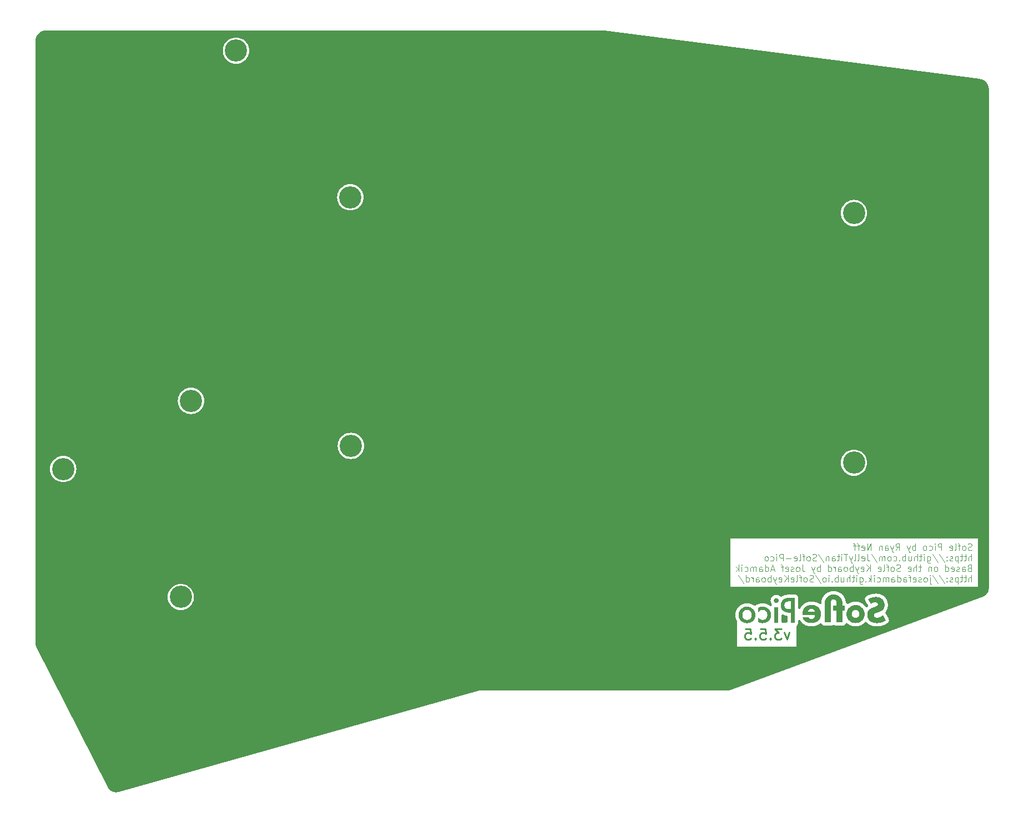
<source format=gbr>
%TF.GenerationSoftware,KiCad,Pcbnew,7.0.5-0*%
%TF.CreationDate,2024-02-11T16:28:25-08:00*%
%TF.ProjectId,Sofle_Pico_Bottom_Plate,536f666c-655f-4506-9963-6f5f426f7474,3.5.5*%
%TF.SameCoordinates,Original*%
%TF.FileFunction,Copper,L2,Bot*%
%TF.FilePolarity,Positive*%
%FSLAX46Y46*%
G04 Gerber Fmt 4.6, Leading zero omitted, Abs format (unit mm)*
G04 Created by KiCad (PCBNEW 7.0.5-0) date 2024-02-11 16:28:25*
%MOMM*%
%LPD*%
G01*
G04 APERTURE LIST*
%ADD10C,0.125000*%
%TA.AperFunction,NonConductor*%
%ADD11C,0.125000*%
%TD*%
%ADD12C,0.250000*%
%TA.AperFunction,NonConductor*%
%ADD13C,0.250000*%
%TD*%
%TA.AperFunction,ComponentPad*%
%ADD14C,3.400000*%
%TD*%
G04 APERTURE END LIST*
D10*
D11*
X222227287Y-119793500D02*
X222084430Y-119841119D01*
X222084430Y-119841119D02*
X221846335Y-119841119D01*
X221846335Y-119841119D02*
X221751097Y-119793500D01*
X221751097Y-119793500D02*
X221703478Y-119745880D01*
X221703478Y-119745880D02*
X221655859Y-119650642D01*
X221655859Y-119650642D02*
X221655859Y-119555404D01*
X221655859Y-119555404D02*
X221703478Y-119460166D01*
X221703478Y-119460166D02*
X221751097Y-119412547D01*
X221751097Y-119412547D02*
X221846335Y-119364928D01*
X221846335Y-119364928D02*
X222036811Y-119317309D01*
X222036811Y-119317309D02*
X222132049Y-119269690D01*
X222132049Y-119269690D02*
X222179668Y-119222071D01*
X222179668Y-119222071D02*
X222227287Y-119126833D01*
X222227287Y-119126833D02*
X222227287Y-119031595D01*
X222227287Y-119031595D02*
X222179668Y-118936357D01*
X222179668Y-118936357D02*
X222132049Y-118888738D01*
X222132049Y-118888738D02*
X222036811Y-118841119D01*
X222036811Y-118841119D02*
X221798716Y-118841119D01*
X221798716Y-118841119D02*
X221655859Y-118888738D01*
X221084430Y-119841119D02*
X221179668Y-119793500D01*
X221179668Y-119793500D02*
X221227287Y-119745880D01*
X221227287Y-119745880D02*
X221274906Y-119650642D01*
X221274906Y-119650642D02*
X221274906Y-119364928D01*
X221274906Y-119364928D02*
X221227287Y-119269690D01*
X221227287Y-119269690D02*
X221179668Y-119222071D01*
X221179668Y-119222071D02*
X221084430Y-119174452D01*
X221084430Y-119174452D02*
X220941573Y-119174452D01*
X220941573Y-119174452D02*
X220846335Y-119222071D01*
X220846335Y-119222071D02*
X220798716Y-119269690D01*
X220798716Y-119269690D02*
X220751097Y-119364928D01*
X220751097Y-119364928D02*
X220751097Y-119650642D01*
X220751097Y-119650642D02*
X220798716Y-119745880D01*
X220798716Y-119745880D02*
X220846335Y-119793500D01*
X220846335Y-119793500D02*
X220941573Y-119841119D01*
X220941573Y-119841119D02*
X221084430Y-119841119D01*
X220465382Y-119174452D02*
X220084430Y-119174452D01*
X220322525Y-119841119D02*
X220322525Y-118983976D01*
X220322525Y-118983976D02*
X220274906Y-118888738D01*
X220274906Y-118888738D02*
X220179668Y-118841119D01*
X220179668Y-118841119D02*
X220084430Y-118841119D01*
X219608239Y-119841119D02*
X219703477Y-119793500D01*
X219703477Y-119793500D02*
X219751096Y-119698261D01*
X219751096Y-119698261D02*
X219751096Y-118841119D01*
X218846334Y-119793500D02*
X218941572Y-119841119D01*
X218941572Y-119841119D02*
X219132048Y-119841119D01*
X219132048Y-119841119D02*
X219227286Y-119793500D01*
X219227286Y-119793500D02*
X219274905Y-119698261D01*
X219274905Y-119698261D02*
X219274905Y-119317309D01*
X219274905Y-119317309D02*
X219227286Y-119222071D01*
X219227286Y-119222071D02*
X219132048Y-119174452D01*
X219132048Y-119174452D02*
X218941572Y-119174452D01*
X218941572Y-119174452D02*
X218846334Y-119222071D01*
X218846334Y-119222071D02*
X218798715Y-119317309D01*
X218798715Y-119317309D02*
X218798715Y-119412547D01*
X218798715Y-119412547D02*
X219274905Y-119507785D01*
X217608238Y-119841119D02*
X217608238Y-118841119D01*
X217608238Y-118841119D02*
X217227286Y-118841119D01*
X217227286Y-118841119D02*
X217132048Y-118888738D01*
X217132048Y-118888738D02*
X217084429Y-118936357D01*
X217084429Y-118936357D02*
X217036810Y-119031595D01*
X217036810Y-119031595D02*
X217036810Y-119174452D01*
X217036810Y-119174452D02*
X217084429Y-119269690D01*
X217084429Y-119269690D02*
X217132048Y-119317309D01*
X217132048Y-119317309D02*
X217227286Y-119364928D01*
X217227286Y-119364928D02*
X217608238Y-119364928D01*
X216608238Y-119841119D02*
X216608238Y-119174452D01*
X216608238Y-118841119D02*
X216655857Y-118888738D01*
X216655857Y-118888738D02*
X216608238Y-118936357D01*
X216608238Y-118936357D02*
X216560619Y-118888738D01*
X216560619Y-118888738D02*
X216608238Y-118841119D01*
X216608238Y-118841119D02*
X216608238Y-118936357D01*
X215703477Y-119793500D02*
X215798715Y-119841119D01*
X215798715Y-119841119D02*
X215989191Y-119841119D01*
X215989191Y-119841119D02*
X216084429Y-119793500D01*
X216084429Y-119793500D02*
X216132048Y-119745880D01*
X216132048Y-119745880D02*
X216179667Y-119650642D01*
X216179667Y-119650642D02*
X216179667Y-119364928D01*
X216179667Y-119364928D02*
X216132048Y-119269690D01*
X216132048Y-119269690D02*
X216084429Y-119222071D01*
X216084429Y-119222071D02*
X215989191Y-119174452D01*
X215989191Y-119174452D02*
X215798715Y-119174452D01*
X215798715Y-119174452D02*
X215703477Y-119222071D01*
X215132048Y-119841119D02*
X215227286Y-119793500D01*
X215227286Y-119793500D02*
X215274905Y-119745880D01*
X215274905Y-119745880D02*
X215322524Y-119650642D01*
X215322524Y-119650642D02*
X215322524Y-119364928D01*
X215322524Y-119364928D02*
X215274905Y-119269690D01*
X215274905Y-119269690D02*
X215227286Y-119222071D01*
X215227286Y-119222071D02*
X215132048Y-119174452D01*
X215132048Y-119174452D02*
X214989191Y-119174452D01*
X214989191Y-119174452D02*
X214893953Y-119222071D01*
X214893953Y-119222071D02*
X214846334Y-119269690D01*
X214846334Y-119269690D02*
X214798715Y-119364928D01*
X214798715Y-119364928D02*
X214798715Y-119650642D01*
X214798715Y-119650642D02*
X214846334Y-119745880D01*
X214846334Y-119745880D02*
X214893953Y-119793500D01*
X214893953Y-119793500D02*
X214989191Y-119841119D01*
X214989191Y-119841119D02*
X215132048Y-119841119D01*
X213608238Y-119841119D02*
X213608238Y-118841119D01*
X213608238Y-119222071D02*
X213513000Y-119174452D01*
X213513000Y-119174452D02*
X213322524Y-119174452D01*
X213322524Y-119174452D02*
X213227286Y-119222071D01*
X213227286Y-119222071D02*
X213179667Y-119269690D01*
X213179667Y-119269690D02*
X213132048Y-119364928D01*
X213132048Y-119364928D02*
X213132048Y-119650642D01*
X213132048Y-119650642D02*
X213179667Y-119745880D01*
X213179667Y-119745880D02*
X213227286Y-119793500D01*
X213227286Y-119793500D02*
X213322524Y-119841119D01*
X213322524Y-119841119D02*
X213513000Y-119841119D01*
X213513000Y-119841119D02*
X213608238Y-119793500D01*
X212798714Y-119174452D02*
X212560619Y-119841119D01*
X212322524Y-119174452D02*
X212560619Y-119841119D01*
X212560619Y-119841119D02*
X212655857Y-120079214D01*
X212655857Y-120079214D02*
X212703476Y-120126833D01*
X212703476Y-120126833D02*
X212798714Y-120174452D01*
X210608238Y-119841119D02*
X210941571Y-119364928D01*
X211179666Y-119841119D02*
X211179666Y-118841119D01*
X211179666Y-118841119D02*
X210798714Y-118841119D01*
X210798714Y-118841119D02*
X210703476Y-118888738D01*
X210703476Y-118888738D02*
X210655857Y-118936357D01*
X210655857Y-118936357D02*
X210608238Y-119031595D01*
X210608238Y-119031595D02*
X210608238Y-119174452D01*
X210608238Y-119174452D02*
X210655857Y-119269690D01*
X210655857Y-119269690D02*
X210703476Y-119317309D01*
X210703476Y-119317309D02*
X210798714Y-119364928D01*
X210798714Y-119364928D02*
X211179666Y-119364928D01*
X210274904Y-119174452D02*
X210036809Y-119841119D01*
X209798714Y-119174452D02*
X210036809Y-119841119D01*
X210036809Y-119841119D02*
X210132047Y-120079214D01*
X210132047Y-120079214D02*
X210179666Y-120126833D01*
X210179666Y-120126833D02*
X210274904Y-120174452D01*
X208989190Y-119841119D02*
X208989190Y-119317309D01*
X208989190Y-119317309D02*
X209036809Y-119222071D01*
X209036809Y-119222071D02*
X209132047Y-119174452D01*
X209132047Y-119174452D02*
X209322523Y-119174452D01*
X209322523Y-119174452D02*
X209417761Y-119222071D01*
X208989190Y-119793500D02*
X209084428Y-119841119D01*
X209084428Y-119841119D02*
X209322523Y-119841119D01*
X209322523Y-119841119D02*
X209417761Y-119793500D01*
X209417761Y-119793500D02*
X209465380Y-119698261D01*
X209465380Y-119698261D02*
X209465380Y-119603023D01*
X209465380Y-119603023D02*
X209417761Y-119507785D01*
X209417761Y-119507785D02*
X209322523Y-119460166D01*
X209322523Y-119460166D02*
X209084428Y-119460166D01*
X209084428Y-119460166D02*
X208989190Y-119412547D01*
X208512999Y-119174452D02*
X208512999Y-119841119D01*
X208512999Y-119269690D02*
X208465380Y-119222071D01*
X208465380Y-119222071D02*
X208370142Y-119174452D01*
X208370142Y-119174452D02*
X208227285Y-119174452D01*
X208227285Y-119174452D02*
X208132047Y-119222071D01*
X208132047Y-119222071D02*
X208084428Y-119317309D01*
X208084428Y-119317309D02*
X208084428Y-119841119D01*
X206846332Y-119841119D02*
X206846332Y-118841119D01*
X206846332Y-118841119D02*
X206274904Y-119841119D01*
X206274904Y-119841119D02*
X206274904Y-118841119D01*
X205417761Y-119793500D02*
X205512999Y-119841119D01*
X205512999Y-119841119D02*
X205703475Y-119841119D01*
X205703475Y-119841119D02*
X205798713Y-119793500D01*
X205798713Y-119793500D02*
X205846332Y-119698261D01*
X205846332Y-119698261D02*
X205846332Y-119317309D01*
X205846332Y-119317309D02*
X205798713Y-119222071D01*
X205798713Y-119222071D02*
X205703475Y-119174452D01*
X205703475Y-119174452D02*
X205512999Y-119174452D01*
X205512999Y-119174452D02*
X205417761Y-119222071D01*
X205417761Y-119222071D02*
X205370142Y-119317309D01*
X205370142Y-119317309D02*
X205370142Y-119412547D01*
X205370142Y-119412547D02*
X205846332Y-119507785D01*
X205084427Y-119174452D02*
X204703475Y-119174452D01*
X204941570Y-119841119D02*
X204941570Y-118983976D01*
X204941570Y-118983976D02*
X204893951Y-118888738D01*
X204893951Y-118888738D02*
X204798713Y-118841119D01*
X204798713Y-118841119D02*
X204703475Y-118841119D01*
X204512998Y-119174452D02*
X204132046Y-119174452D01*
X204370141Y-119841119D02*
X204370141Y-118983976D01*
X204370141Y-118983976D02*
X204322522Y-118888738D01*
X204322522Y-118888738D02*
X204227284Y-118841119D01*
X204227284Y-118841119D02*
X204132046Y-118841119D01*
X222179668Y-121451119D02*
X222179668Y-120451119D01*
X221751097Y-121451119D02*
X221751097Y-120927309D01*
X221751097Y-120927309D02*
X221798716Y-120832071D01*
X221798716Y-120832071D02*
X221893954Y-120784452D01*
X221893954Y-120784452D02*
X222036811Y-120784452D01*
X222036811Y-120784452D02*
X222132049Y-120832071D01*
X222132049Y-120832071D02*
X222179668Y-120879690D01*
X221417763Y-120784452D02*
X221036811Y-120784452D01*
X221274906Y-120451119D02*
X221274906Y-121308261D01*
X221274906Y-121308261D02*
X221227287Y-121403500D01*
X221227287Y-121403500D02*
X221132049Y-121451119D01*
X221132049Y-121451119D02*
X221036811Y-121451119D01*
X220846334Y-120784452D02*
X220465382Y-120784452D01*
X220703477Y-120451119D02*
X220703477Y-121308261D01*
X220703477Y-121308261D02*
X220655858Y-121403500D01*
X220655858Y-121403500D02*
X220560620Y-121451119D01*
X220560620Y-121451119D02*
X220465382Y-121451119D01*
X220132048Y-120784452D02*
X220132048Y-121784452D01*
X220132048Y-120832071D02*
X220036810Y-120784452D01*
X220036810Y-120784452D02*
X219846334Y-120784452D01*
X219846334Y-120784452D02*
X219751096Y-120832071D01*
X219751096Y-120832071D02*
X219703477Y-120879690D01*
X219703477Y-120879690D02*
X219655858Y-120974928D01*
X219655858Y-120974928D02*
X219655858Y-121260642D01*
X219655858Y-121260642D02*
X219703477Y-121355880D01*
X219703477Y-121355880D02*
X219751096Y-121403500D01*
X219751096Y-121403500D02*
X219846334Y-121451119D01*
X219846334Y-121451119D02*
X220036810Y-121451119D01*
X220036810Y-121451119D02*
X220132048Y-121403500D01*
X219274905Y-121403500D02*
X219179667Y-121451119D01*
X219179667Y-121451119D02*
X218989191Y-121451119D01*
X218989191Y-121451119D02*
X218893953Y-121403500D01*
X218893953Y-121403500D02*
X218846334Y-121308261D01*
X218846334Y-121308261D02*
X218846334Y-121260642D01*
X218846334Y-121260642D02*
X218893953Y-121165404D01*
X218893953Y-121165404D02*
X218989191Y-121117785D01*
X218989191Y-121117785D02*
X219132048Y-121117785D01*
X219132048Y-121117785D02*
X219227286Y-121070166D01*
X219227286Y-121070166D02*
X219274905Y-120974928D01*
X219274905Y-120974928D02*
X219274905Y-120927309D01*
X219274905Y-120927309D02*
X219227286Y-120832071D01*
X219227286Y-120832071D02*
X219132048Y-120784452D01*
X219132048Y-120784452D02*
X218989191Y-120784452D01*
X218989191Y-120784452D02*
X218893953Y-120832071D01*
X218417762Y-121355880D02*
X218370143Y-121403500D01*
X218370143Y-121403500D02*
X218417762Y-121451119D01*
X218417762Y-121451119D02*
X218465381Y-121403500D01*
X218465381Y-121403500D02*
X218417762Y-121355880D01*
X218417762Y-121355880D02*
X218417762Y-121451119D01*
X218417762Y-120832071D02*
X218370143Y-120879690D01*
X218370143Y-120879690D02*
X218417762Y-120927309D01*
X218417762Y-120927309D02*
X218465381Y-120879690D01*
X218465381Y-120879690D02*
X218417762Y-120832071D01*
X218417762Y-120832071D02*
X218417762Y-120927309D01*
X217227287Y-120403500D02*
X218084429Y-121689214D01*
X216179668Y-120403500D02*
X217036810Y-121689214D01*
X215417763Y-120784452D02*
X215417763Y-121593976D01*
X215417763Y-121593976D02*
X215465382Y-121689214D01*
X215465382Y-121689214D02*
X215513001Y-121736833D01*
X215513001Y-121736833D02*
X215608239Y-121784452D01*
X215608239Y-121784452D02*
X215751096Y-121784452D01*
X215751096Y-121784452D02*
X215846334Y-121736833D01*
X215417763Y-121403500D02*
X215513001Y-121451119D01*
X215513001Y-121451119D02*
X215703477Y-121451119D01*
X215703477Y-121451119D02*
X215798715Y-121403500D01*
X215798715Y-121403500D02*
X215846334Y-121355880D01*
X215846334Y-121355880D02*
X215893953Y-121260642D01*
X215893953Y-121260642D02*
X215893953Y-120974928D01*
X215893953Y-120974928D02*
X215846334Y-120879690D01*
X215846334Y-120879690D02*
X215798715Y-120832071D01*
X215798715Y-120832071D02*
X215703477Y-120784452D01*
X215703477Y-120784452D02*
X215513001Y-120784452D01*
X215513001Y-120784452D02*
X215417763Y-120832071D01*
X214941572Y-121451119D02*
X214941572Y-120784452D01*
X214941572Y-120451119D02*
X214989191Y-120498738D01*
X214989191Y-120498738D02*
X214941572Y-120546357D01*
X214941572Y-120546357D02*
X214893953Y-120498738D01*
X214893953Y-120498738D02*
X214941572Y-120451119D01*
X214941572Y-120451119D02*
X214941572Y-120546357D01*
X214608239Y-120784452D02*
X214227287Y-120784452D01*
X214465382Y-120451119D02*
X214465382Y-121308261D01*
X214465382Y-121308261D02*
X214417763Y-121403500D01*
X214417763Y-121403500D02*
X214322525Y-121451119D01*
X214322525Y-121451119D02*
X214227287Y-121451119D01*
X213893953Y-121451119D02*
X213893953Y-120451119D01*
X213465382Y-121451119D02*
X213465382Y-120927309D01*
X213465382Y-120927309D02*
X213513001Y-120832071D01*
X213513001Y-120832071D02*
X213608239Y-120784452D01*
X213608239Y-120784452D02*
X213751096Y-120784452D01*
X213751096Y-120784452D02*
X213846334Y-120832071D01*
X213846334Y-120832071D02*
X213893953Y-120879690D01*
X212560620Y-120784452D02*
X212560620Y-121451119D01*
X212989191Y-120784452D02*
X212989191Y-121308261D01*
X212989191Y-121308261D02*
X212941572Y-121403500D01*
X212941572Y-121403500D02*
X212846334Y-121451119D01*
X212846334Y-121451119D02*
X212703477Y-121451119D01*
X212703477Y-121451119D02*
X212608239Y-121403500D01*
X212608239Y-121403500D02*
X212560620Y-121355880D01*
X212084429Y-121451119D02*
X212084429Y-120451119D01*
X212084429Y-120832071D02*
X211989191Y-120784452D01*
X211989191Y-120784452D02*
X211798715Y-120784452D01*
X211798715Y-120784452D02*
X211703477Y-120832071D01*
X211703477Y-120832071D02*
X211655858Y-120879690D01*
X211655858Y-120879690D02*
X211608239Y-120974928D01*
X211608239Y-120974928D02*
X211608239Y-121260642D01*
X211608239Y-121260642D02*
X211655858Y-121355880D01*
X211655858Y-121355880D02*
X211703477Y-121403500D01*
X211703477Y-121403500D02*
X211798715Y-121451119D01*
X211798715Y-121451119D02*
X211989191Y-121451119D01*
X211989191Y-121451119D02*
X212084429Y-121403500D01*
X211179667Y-121355880D02*
X211132048Y-121403500D01*
X211132048Y-121403500D02*
X211179667Y-121451119D01*
X211179667Y-121451119D02*
X211227286Y-121403500D01*
X211227286Y-121403500D02*
X211179667Y-121355880D01*
X211179667Y-121355880D02*
X211179667Y-121451119D01*
X210274906Y-121403500D02*
X210370144Y-121451119D01*
X210370144Y-121451119D02*
X210560620Y-121451119D01*
X210560620Y-121451119D02*
X210655858Y-121403500D01*
X210655858Y-121403500D02*
X210703477Y-121355880D01*
X210703477Y-121355880D02*
X210751096Y-121260642D01*
X210751096Y-121260642D02*
X210751096Y-120974928D01*
X210751096Y-120974928D02*
X210703477Y-120879690D01*
X210703477Y-120879690D02*
X210655858Y-120832071D01*
X210655858Y-120832071D02*
X210560620Y-120784452D01*
X210560620Y-120784452D02*
X210370144Y-120784452D01*
X210370144Y-120784452D02*
X210274906Y-120832071D01*
X209703477Y-121451119D02*
X209798715Y-121403500D01*
X209798715Y-121403500D02*
X209846334Y-121355880D01*
X209846334Y-121355880D02*
X209893953Y-121260642D01*
X209893953Y-121260642D02*
X209893953Y-120974928D01*
X209893953Y-120974928D02*
X209846334Y-120879690D01*
X209846334Y-120879690D02*
X209798715Y-120832071D01*
X209798715Y-120832071D02*
X209703477Y-120784452D01*
X209703477Y-120784452D02*
X209560620Y-120784452D01*
X209560620Y-120784452D02*
X209465382Y-120832071D01*
X209465382Y-120832071D02*
X209417763Y-120879690D01*
X209417763Y-120879690D02*
X209370144Y-120974928D01*
X209370144Y-120974928D02*
X209370144Y-121260642D01*
X209370144Y-121260642D02*
X209417763Y-121355880D01*
X209417763Y-121355880D02*
X209465382Y-121403500D01*
X209465382Y-121403500D02*
X209560620Y-121451119D01*
X209560620Y-121451119D02*
X209703477Y-121451119D01*
X208941572Y-121451119D02*
X208941572Y-120784452D01*
X208941572Y-120879690D02*
X208893953Y-120832071D01*
X208893953Y-120832071D02*
X208798715Y-120784452D01*
X208798715Y-120784452D02*
X208655858Y-120784452D01*
X208655858Y-120784452D02*
X208560620Y-120832071D01*
X208560620Y-120832071D02*
X208513001Y-120927309D01*
X208513001Y-120927309D02*
X208513001Y-121451119D01*
X208513001Y-120927309D02*
X208465382Y-120832071D01*
X208465382Y-120832071D02*
X208370144Y-120784452D01*
X208370144Y-120784452D02*
X208227287Y-120784452D01*
X208227287Y-120784452D02*
X208132048Y-120832071D01*
X208132048Y-120832071D02*
X208084429Y-120927309D01*
X208084429Y-120927309D02*
X208084429Y-121451119D01*
X206893954Y-120403500D02*
X207751096Y-121689214D01*
X206274906Y-120451119D02*
X206274906Y-121165404D01*
X206274906Y-121165404D02*
X206322525Y-121308261D01*
X206322525Y-121308261D02*
X206417763Y-121403500D01*
X206417763Y-121403500D02*
X206560620Y-121451119D01*
X206560620Y-121451119D02*
X206655858Y-121451119D01*
X205417763Y-121403500D02*
X205513001Y-121451119D01*
X205513001Y-121451119D02*
X205703477Y-121451119D01*
X205703477Y-121451119D02*
X205798715Y-121403500D01*
X205798715Y-121403500D02*
X205846334Y-121308261D01*
X205846334Y-121308261D02*
X205846334Y-120927309D01*
X205846334Y-120927309D02*
X205798715Y-120832071D01*
X205798715Y-120832071D02*
X205703477Y-120784452D01*
X205703477Y-120784452D02*
X205513001Y-120784452D01*
X205513001Y-120784452D02*
X205417763Y-120832071D01*
X205417763Y-120832071D02*
X205370144Y-120927309D01*
X205370144Y-120927309D02*
X205370144Y-121022547D01*
X205370144Y-121022547D02*
X205846334Y-121117785D01*
X204798715Y-121451119D02*
X204893953Y-121403500D01*
X204893953Y-121403500D02*
X204941572Y-121308261D01*
X204941572Y-121308261D02*
X204941572Y-120451119D01*
X204274905Y-121451119D02*
X204370143Y-121403500D01*
X204370143Y-121403500D02*
X204417762Y-121308261D01*
X204417762Y-121308261D02*
X204417762Y-120451119D01*
X203989190Y-120784452D02*
X203751095Y-121451119D01*
X203513000Y-120784452D02*
X203751095Y-121451119D01*
X203751095Y-121451119D02*
X203846333Y-121689214D01*
X203846333Y-121689214D02*
X203893952Y-121736833D01*
X203893952Y-121736833D02*
X203989190Y-121784452D01*
X203274904Y-120451119D02*
X202703476Y-120451119D01*
X202989190Y-121451119D02*
X202989190Y-120451119D01*
X202370142Y-121451119D02*
X202370142Y-120784452D01*
X202370142Y-120451119D02*
X202417761Y-120498738D01*
X202417761Y-120498738D02*
X202370142Y-120546357D01*
X202370142Y-120546357D02*
X202322523Y-120498738D01*
X202322523Y-120498738D02*
X202370142Y-120451119D01*
X202370142Y-120451119D02*
X202370142Y-120546357D01*
X202036809Y-120784452D02*
X201655857Y-120784452D01*
X201893952Y-120451119D02*
X201893952Y-121308261D01*
X201893952Y-121308261D02*
X201846333Y-121403500D01*
X201846333Y-121403500D02*
X201751095Y-121451119D01*
X201751095Y-121451119D02*
X201655857Y-121451119D01*
X200893952Y-121451119D02*
X200893952Y-120927309D01*
X200893952Y-120927309D02*
X200941571Y-120832071D01*
X200941571Y-120832071D02*
X201036809Y-120784452D01*
X201036809Y-120784452D02*
X201227285Y-120784452D01*
X201227285Y-120784452D02*
X201322523Y-120832071D01*
X200893952Y-121403500D02*
X200989190Y-121451119D01*
X200989190Y-121451119D02*
X201227285Y-121451119D01*
X201227285Y-121451119D02*
X201322523Y-121403500D01*
X201322523Y-121403500D02*
X201370142Y-121308261D01*
X201370142Y-121308261D02*
X201370142Y-121213023D01*
X201370142Y-121213023D02*
X201322523Y-121117785D01*
X201322523Y-121117785D02*
X201227285Y-121070166D01*
X201227285Y-121070166D02*
X200989190Y-121070166D01*
X200989190Y-121070166D02*
X200893952Y-121022547D01*
X200417761Y-120784452D02*
X200417761Y-121451119D01*
X200417761Y-120879690D02*
X200370142Y-120832071D01*
X200370142Y-120832071D02*
X200274904Y-120784452D01*
X200274904Y-120784452D02*
X200132047Y-120784452D01*
X200132047Y-120784452D02*
X200036809Y-120832071D01*
X200036809Y-120832071D02*
X199989190Y-120927309D01*
X199989190Y-120927309D02*
X199989190Y-121451119D01*
X198798714Y-120403500D02*
X199655856Y-121689214D01*
X198512999Y-121403500D02*
X198370142Y-121451119D01*
X198370142Y-121451119D02*
X198132047Y-121451119D01*
X198132047Y-121451119D02*
X198036809Y-121403500D01*
X198036809Y-121403500D02*
X197989190Y-121355880D01*
X197989190Y-121355880D02*
X197941571Y-121260642D01*
X197941571Y-121260642D02*
X197941571Y-121165404D01*
X197941571Y-121165404D02*
X197989190Y-121070166D01*
X197989190Y-121070166D02*
X198036809Y-121022547D01*
X198036809Y-121022547D02*
X198132047Y-120974928D01*
X198132047Y-120974928D02*
X198322523Y-120927309D01*
X198322523Y-120927309D02*
X198417761Y-120879690D01*
X198417761Y-120879690D02*
X198465380Y-120832071D01*
X198465380Y-120832071D02*
X198512999Y-120736833D01*
X198512999Y-120736833D02*
X198512999Y-120641595D01*
X198512999Y-120641595D02*
X198465380Y-120546357D01*
X198465380Y-120546357D02*
X198417761Y-120498738D01*
X198417761Y-120498738D02*
X198322523Y-120451119D01*
X198322523Y-120451119D02*
X198084428Y-120451119D01*
X198084428Y-120451119D02*
X197941571Y-120498738D01*
X197370142Y-121451119D02*
X197465380Y-121403500D01*
X197465380Y-121403500D02*
X197512999Y-121355880D01*
X197512999Y-121355880D02*
X197560618Y-121260642D01*
X197560618Y-121260642D02*
X197560618Y-120974928D01*
X197560618Y-120974928D02*
X197512999Y-120879690D01*
X197512999Y-120879690D02*
X197465380Y-120832071D01*
X197465380Y-120832071D02*
X197370142Y-120784452D01*
X197370142Y-120784452D02*
X197227285Y-120784452D01*
X197227285Y-120784452D02*
X197132047Y-120832071D01*
X197132047Y-120832071D02*
X197084428Y-120879690D01*
X197084428Y-120879690D02*
X197036809Y-120974928D01*
X197036809Y-120974928D02*
X197036809Y-121260642D01*
X197036809Y-121260642D02*
X197084428Y-121355880D01*
X197084428Y-121355880D02*
X197132047Y-121403500D01*
X197132047Y-121403500D02*
X197227285Y-121451119D01*
X197227285Y-121451119D02*
X197370142Y-121451119D01*
X196751094Y-120784452D02*
X196370142Y-120784452D01*
X196608237Y-121451119D02*
X196608237Y-120593976D01*
X196608237Y-120593976D02*
X196560618Y-120498738D01*
X196560618Y-120498738D02*
X196465380Y-120451119D01*
X196465380Y-120451119D02*
X196370142Y-120451119D01*
X195893951Y-121451119D02*
X195989189Y-121403500D01*
X195989189Y-121403500D02*
X196036808Y-121308261D01*
X196036808Y-121308261D02*
X196036808Y-120451119D01*
X195132046Y-121403500D02*
X195227284Y-121451119D01*
X195227284Y-121451119D02*
X195417760Y-121451119D01*
X195417760Y-121451119D02*
X195512998Y-121403500D01*
X195512998Y-121403500D02*
X195560617Y-121308261D01*
X195560617Y-121308261D02*
X195560617Y-120927309D01*
X195560617Y-120927309D02*
X195512998Y-120832071D01*
X195512998Y-120832071D02*
X195417760Y-120784452D01*
X195417760Y-120784452D02*
X195227284Y-120784452D01*
X195227284Y-120784452D02*
X195132046Y-120832071D01*
X195132046Y-120832071D02*
X195084427Y-120927309D01*
X195084427Y-120927309D02*
X195084427Y-121022547D01*
X195084427Y-121022547D02*
X195560617Y-121117785D01*
X194655855Y-121070166D02*
X193893951Y-121070166D01*
X193417760Y-121451119D02*
X193417760Y-120451119D01*
X193417760Y-120451119D02*
X193036808Y-120451119D01*
X193036808Y-120451119D02*
X192941570Y-120498738D01*
X192941570Y-120498738D02*
X192893951Y-120546357D01*
X192893951Y-120546357D02*
X192846332Y-120641595D01*
X192846332Y-120641595D02*
X192846332Y-120784452D01*
X192846332Y-120784452D02*
X192893951Y-120879690D01*
X192893951Y-120879690D02*
X192941570Y-120927309D01*
X192941570Y-120927309D02*
X193036808Y-120974928D01*
X193036808Y-120974928D02*
X193417760Y-120974928D01*
X192417760Y-121451119D02*
X192417760Y-120784452D01*
X192417760Y-120451119D02*
X192465379Y-120498738D01*
X192465379Y-120498738D02*
X192417760Y-120546357D01*
X192417760Y-120546357D02*
X192370141Y-120498738D01*
X192370141Y-120498738D02*
X192417760Y-120451119D01*
X192417760Y-120451119D02*
X192417760Y-120546357D01*
X191512999Y-121403500D02*
X191608237Y-121451119D01*
X191608237Y-121451119D02*
X191798713Y-121451119D01*
X191798713Y-121451119D02*
X191893951Y-121403500D01*
X191893951Y-121403500D02*
X191941570Y-121355880D01*
X191941570Y-121355880D02*
X191989189Y-121260642D01*
X191989189Y-121260642D02*
X191989189Y-120974928D01*
X191989189Y-120974928D02*
X191941570Y-120879690D01*
X191941570Y-120879690D02*
X191893951Y-120832071D01*
X191893951Y-120832071D02*
X191798713Y-120784452D01*
X191798713Y-120784452D02*
X191608237Y-120784452D01*
X191608237Y-120784452D02*
X191512999Y-120832071D01*
X190941570Y-121451119D02*
X191036808Y-121403500D01*
X191036808Y-121403500D02*
X191084427Y-121355880D01*
X191084427Y-121355880D02*
X191132046Y-121260642D01*
X191132046Y-121260642D02*
X191132046Y-120974928D01*
X191132046Y-120974928D02*
X191084427Y-120879690D01*
X191084427Y-120879690D02*
X191036808Y-120832071D01*
X191036808Y-120832071D02*
X190941570Y-120784452D01*
X190941570Y-120784452D02*
X190798713Y-120784452D01*
X190798713Y-120784452D02*
X190703475Y-120832071D01*
X190703475Y-120832071D02*
X190655856Y-120879690D01*
X190655856Y-120879690D02*
X190608237Y-120974928D01*
X190608237Y-120974928D02*
X190608237Y-121260642D01*
X190608237Y-121260642D02*
X190655856Y-121355880D01*
X190655856Y-121355880D02*
X190703475Y-121403500D01*
X190703475Y-121403500D02*
X190798713Y-121451119D01*
X190798713Y-121451119D02*
X190941570Y-121451119D01*
X221846335Y-122537309D02*
X221703478Y-122584928D01*
X221703478Y-122584928D02*
X221655859Y-122632547D01*
X221655859Y-122632547D02*
X221608240Y-122727785D01*
X221608240Y-122727785D02*
X221608240Y-122870642D01*
X221608240Y-122870642D02*
X221655859Y-122965880D01*
X221655859Y-122965880D02*
X221703478Y-123013500D01*
X221703478Y-123013500D02*
X221798716Y-123061119D01*
X221798716Y-123061119D02*
X222179668Y-123061119D01*
X222179668Y-123061119D02*
X222179668Y-122061119D01*
X222179668Y-122061119D02*
X221846335Y-122061119D01*
X221846335Y-122061119D02*
X221751097Y-122108738D01*
X221751097Y-122108738D02*
X221703478Y-122156357D01*
X221703478Y-122156357D02*
X221655859Y-122251595D01*
X221655859Y-122251595D02*
X221655859Y-122346833D01*
X221655859Y-122346833D02*
X221703478Y-122442071D01*
X221703478Y-122442071D02*
X221751097Y-122489690D01*
X221751097Y-122489690D02*
X221846335Y-122537309D01*
X221846335Y-122537309D02*
X222179668Y-122537309D01*
X220751097Y-123061119D02*
X220751097Y-122537309D01*
X220751097Y-122537309D02*
X220798716Y-122442071D01*
X220798716Y-122442071D02*
X220893954Y-122394452D01*
X220893954Y-122394452D02*
X221084430Y-122394452D01*
X221084430Y-122394452D02*
X221179668Y-122442071D01*
X220751097Y-123013500D02*
X220846335Y-123061119D01*
X220846335Y-123061119D02*
X221084430Y-123061119D01*
X221084430Y-123061119D02*
X221179668Y-123013500D01*
X221179668Y-123013500D02*
X221227287Y-122918261D01*
X221227287Y-122918261D02*
X221227287Y-122823023D01*
X221227287Y-122823023D02*
X221179668Y-122727785D01*
X221179668Y-122727785D02*
X221084430Y-122680166D01*
X221084430Y-122680166D02*
X220846335Y-122680166D01*
X220846335Y-122680166D02*
X220751097Y-122632547D01*
X220322525Y-123013500D02*
X220227287Y-123061119D01*
X220227287Y-123061119D02*
X220036811Y-123061119D01*
X220036811Y-123061119D02*
X219941573Y-123013500D01*
X219941573Y-123013500D02*
X219893954Y-122918261D01*
X219893954Y-122918261D02*
X219893954Y-122870642D01*
X219893954Y-122870642D02*
X219941573Y-122775404D01*
X219941573Y-122775404D02*
X220036811Y-122727785D01*
X220036811Y-122727785D02*
X220179668Y-122727785D01*
X220179668Y-122727785D02*
X220274906Y-122680166D01*
X220274906Y-122680166D02*
X220322525Y-122584928D01*
X220322525Y-122584928D02*
X220322525Y-122537309D01*
X220322525Y-122537309D02*
X220274906Y-122442071D01*
X220274906Y-122442071D02*
X220179668Y-122394452D01*
X220179668Y-122394452D02*
X220036811Y-122394452D01*
X220036811Y-122394452D02*
X219941573Y-122442071D01*
X219084430Y-123013500D02*
X219179668Y-123061119D01*
X219179668Y-123061119D02*
X219370144Y-123061119D01*
X219370144Y-123061119D02*
X219465382Y-123013500D01*
X219465382Y-123013500D02*
X219513001Y-122918261D01*
X219513001Y-122918261D02*
X219513001Y-122537309D01*
X219513001Y-122537309D02*
X219465382Y-122442071D01*
X219465382Y-122442071D02*
X219370144Y-122394452D01*
X219370144Y-122394452D02*
X219179668Y-122394452D01*
X219179668Y-122394452D02*
X219084430Y-122442071D01*
X219084430Y-122442071D02*
X219036811Y-122537309D01*
X219036811Y-122537309D02*
X219036811Y-122632547D01*
X219036811Y-122632547D02*
X219513001Y-122727785D01*
X218179668Y-123061119D02*
X218179668Y-122061119D01*
X218179668Y-123013500D02*
X218274906Y-123061119D01*
X218274906Y-123061119D02*
X218465382Y-123061119D01*
X218465382Y-123061119D02*
X218560620Y-123013500D01*
X218560620Y-123013500D02*
X218608239Y-122965880D01*
X218608239Y-122965880D02*
X218655858Y-122870642D01*
X218655858Y-122870642D02*
X218655858Y-122584928D01*
X218655858Y-122584928D02*
X218608239Y-122489690D01*
X218608239Y-122489690D02*
X218560620Y-122442071D01*
X218560620Y-122442071D02*
X218465382Y-122394452D01*
X218465382Y-122394452D02*
X218274906Y-122394452D01*
X218274906Y-122394452D02*
X218179668Y-122442071D01*
X216798715Y-123061119D02*
X216893953Y-123013500D01*
X216893953Y-123013500D02*
X216941572Y-122965880D01*
X216941572Y-122965880D02*
X216989191Y-122870642D01*
X216989191Y-122870642D02*
X216989191Y-122584928D01*
X216989191Y-122584928D02*
X216941572Y-122489690D01*
X216941572Y-122489690D02*
X216893953Y-122442071D01*
X216893953Y-122442071D02*
X216798715Y-122394452D01*
X216798715Y-122394452D02*
X216655858Y-122394452D01*
X216655858Y-122394452D02*
X216560620Y-122442071D01*
X216560620Y-122442071D02*
X216513001Y-122489690D01*
X216513001Y-122489690D02*
X216465382Y-122584928D01*
X216465382Y-122584928D02*
X216465382Y-122870642D01*
X216465382Y-122870642D02*
X216513001Y-122965880D01*
X216513001Y-122965880D02*
X216560620Y-123013500D01*
X216560620Y-123013500D02*
X216655858Y-123061119D01*
X216655858Y-123061119D02*
X216798715Y-123061119D01*
X216036810Y-122394452D02*
X216036810Y-123061119D01*
X216036810Y-122489690D02*
X215989191Y-122442071D01*
X215989191Y-122442071D02*
X215893953Y-122394452D01*
X215893953Y-122394452D02*
X215751096Y-122394452D01*
X215751096Y-122394452D02*
X215655858Y-122442071D01*
X215655858Y-122442071D02*
X215608239Y-122537309D01*
X215608239Y-122537309D02*
X215608239Y-123061119D01*
X214513000Y-122394452D02*
X214132048Y-122394452D01*
X214370143Y-122061119D02*
X214370143Y-122918261D01*
X214370143Y-122918261D02*
X214322524Y-123013500D01*
X214322524Y-123013500D02*
X214227286Y-123061119D01*
X214227286Y-123061119D02*
X214132048Y-123061119D01*
X213798714Y-123061119D02*
X213798714Y-122061119D01*
X213370143Y-123061119D02*
X213370143Y-122537309D01*
X213370143Y-122537309D02*
X213417762Y-122442071D01*
X213417762Y-122442071D02*
X213513000Y-122394452D01*
X213513000Y-122394452D02*
X213655857Y-122394452D01*
X213655857Y-122394452D02*
X213751095Y-122442071D01*
X213751095Y-122442071D02*
X213798714Y-122489690D01*
X212513000Y-123013500D02*
X212608238Y-123061119D01*
X212608238Y-123061119D02*
X212798714Y-123061119D01*
X212798714Y-123061119D02*
X212893952Y-123013500D01*
X212893952Y-123013500D02*
X212941571Y-122918261D01*
X212941571Y-122918261D02*
X212941571Y-122537309D01*
X212941571Y-122537309D02*
X212893952Y-122442071D01*
X212893952Y-122442071D02*
X212798714Y-122394452D01*
X212798714Y-122394452D02*
X212608238Y-122394452D01*
X212608238Y-122394452D02*
X212513000Y-122442071D01*
X212513000Y-122442071D02*
X212465381Y-122537309D01*
X212465381Y-122537309D02*
X212465381Y-122632547D01*
X212465381Y-122632547D02*
X212941571Y-122727785D01*
X211322523Y-123013500D02*
X211179666Y-123061119D01*
X211179666Y-123061119D02*
X210941571Y-123061119D01*
X210941571Y-123061119D02*
X210846333Y-123013500D01*
X210846333Y-123013500D02*
X210798714Y-122965880D01*
X210798714Y-122965880D02*
X210751095Y-122870642D01*
X210751095Y-122870642D02*
X210751095Y-122775404D01*
X210751095Y-122775404D02*
X210798714Y-122680166D01*
X210798714Y-122680166D02*
X210846333Y-122632547D01*
X210846333Y-122632547D02*
X210941571Y-122584928D01*
X210941571Y-122584928D02*
X211132047Y-122537309D01*
X211132047Y-122537309D02*
X211227285Y-122489690D01*
X211227285Y-122489690D02*
X211274904Y-122442071D01*
X211274904Y-122442071D02*
X211322523Y-122346833D01*
X211322523Y-122346833D02*
X211322523Y-122251595D01*
X211322523Y-122251595D02*
X211274904Y-122156357D01*
X211274904Y-122156357D02*
X211227285Y-122108738D01*
X211227285Y-122108738D02*
X211132047Y-122061119D01*
X211132047Y-122061119D02*
X210893952Y-122061119D01*
X210893952Y-122061119D02*
X210751095Y-122108738D01*
X210179666Y-123061119D02*
X210274904Y-123013500D01*
X210274904Y-123013500D02*
X210322523Y-122965880D01*
X210322523Y-122965880D02*
X210370142Y-122870642D01*
X210370142Y-122870642D02*
X210370142Y-122584928D01*
X210370142Y-122584928D02*
X210322523Y-122489690D01*
X210322523Y-122489690D02*
X210274904Y-122442071D01*
X210274904Y-122442071D02*
X210179666Y-122394452D01*
X210179666Y-122394452D02*
X210036809Y-122394452D01*
X210036809Y-122394452D02*
X209941571Y-122442071D01*
X209941571Y-122442071D02*
X209893952Y-122489690D01*
X209893952Y-122489690D02*
X209846333Y-122584928D01*
X209846333Y-122584928D02*
X209846333Y-122870642D01*
X209846333Y-122870642D02*
X209893952Y-122965880D01*
X209893952Y-122965880D02*
X209941571Y-123013500D01*
X209941571Y-123013500D02*
X210036809Y-123061119D01*
X210036809Y-123061119D02*
X210179666Y-123061119D01*
X209560618Y-122394452D02*
X209179666Y-122394452D01*
X209417761Y-123061119D02*
X209417761Y-122203976D01*
X209417761Y-122203976D02*
X209370142Y-122108738D01*
X209370142Y-122108738D02*
X209274904Y-122061119D01*
X209274904Y-122061119D02*
X209179666Y-122061119D01*
X208703475Y-123061119D02*
X208798713Y-123013500D01*
X208798713Y-123013500D02*
X208846332Y-122918261D01*
X208846332Y-122918261D02*
X208846332Y-122061119D01*
X207941570Y-123013500D02*
X208036808Y-123061119D01*
X208036808Y-123061119D02*
X208227284Y-123061119D01*
X208227284Y-123061119D02*
X208322522Y-123013500D01*
X208322522Y-123013500D02*
X208370141Y-122918261D01*
X208370141Y-122918261D02*
X208370141Y-122537309D01*
X208370141Y-122537309D02*
X208322522Y-122442071D01*
X208322522Y-122442071D02*
X208227284Y-122394452D01*
X208227284Y-122394452D02*
X208036808Y-122394452D01*
X208036808Y-122394452D02*
X207941570Y-122442071D01*
X207941570Y-122442071D02*
X207893951Y-122537309D01*
X207893951Y-122537309D02*
X207893951Y-122632547D01*
X207893951Y-122632547D02*
X208370141Y-122727785D01*
X206703474Y-123061119D02*
X206703474Y-122061119D01*
X206132046Y-123061119D02*
X206560617Y-122489690D01*
X206132046Y-122061119D02*
X206703474Y-122632547D01*
X205322522Y-123013500D02*
X205417760Y-123061119D01*
X205417760Y-123061119D02*
X205608236Y-123061119D01*
X205608236Y-123061119D02*
X205703474Y-123013500D01*
X205703474Y-123013500D02*
X205751093Y-122918261D01*
X205751093Y-122918261D02*
X205751093Y-122537309D01*
X205751093Y-122537309D02*
X205703474Y-122442071D01*
X205703474Y-122442071D02*
X205608236Y-122394452D01*
X205608236Y-122394452D02*
X205417760Y-122394452D01*
X205417760Y-122394452D02*
X205322522Y-122442071D01*
X205322522Y-122442071D02*
X205274903Y-122537309D01*
X205274903Y-122537309D02*
X205274903Y-122632547D01*
X205274903Y-122632547D02*
X205751093Y-122727785D01*
X204941569Y-122394452D02*
X204703474Y-123061119D01*
X204465379Y-122394452D02*
X204703474Y-123061119D01*
X204703474Y-123061119D02*
X204798712Y-123299214D01*
X204798712Y-123299214D02*
X204846331Y-123346833D01*
X204846331Y-123346833D02*
X204941569Y-123394452D01*
X204084426Y-123061119D02*
X204084426Y-122061119D01*
X204084426Y-122442071D02*
X203989188Y-122394452D01*
X203989188Y-122394452D02*
X203798712Y-122394452D01*
X203798712Y-122394452D02*
X203703474Y-122442071D01*
X203703474Y-122442071D02*
X203655855Y-122489690D01*
X203655855Y-122489690D02*
X203608236Y-122584928D01*
X203608236Y-122584928D02*
X203608236Y-122870642D01*
X203608236Y-122870642D02*
X203655855Y-122965880D01*
X203655855Y-122965880D02*
X203703474Y-123013500D01*
X203703474Y-123013500D02*
X203798712Y-123061119D01*
X203798712Y-123061119D02*
X203989188Y-123061119D01*
X203989188Y-123061119D02*
X204084426Y-123013500D01*
X203036807Y-123061119D02*
X203132045Y-123013500D01*
X203132045Y-123013500D02*
X203179664Y-122965880D01*
X203179664Y-122965880D02*
X203227283Y-122870642D01*
X203227283Y-122870642D02*
X203227283Y-122584928D01*
X203227283Y-122584928D02*
X203179664Y-122489690D01*
X203179664Y-122489690D02*
X203132045Y-122442071D01*
X203132045Y-122442071D02*
X203036807Y-122394452D01*
X203036807Y-122394452D02*
X202893950Y-122394452D01*
X202893950Y-122394452D02*
X202798712Y-122442071D01*
X202798712Y-122442071D02*
X202751093Y-122489690D01*
X202751093Y-122489690D02*
X202703474Y-122584928D01*
X202703474Y-122584928D02*
X202703474Y-122870642D01*
X202703474Y-122870642D02*
X202751093Y-122965880D01*
X202751093Y-122965880D02*
X202798712Y-123013500D01*
X202798712Y-123013500D02*
X202893950Y-123061119D01*
X202893950Y-123061119D02*
X203036807Y-123061119D01*
X201846331Y-123061119D02*
X201846331Y-122537309D01*
X201846331Y-122537309D02*
X201893950Y-122442071D01*
X201893950Y-122442071D02*
X201989188Y-122394452D01*
X201989188Y-122394452D02*
X202179664Y-122394452D01*
X202179664Y-122394452D02*
X202274902Y-122442071D01*
X201846331Y-123013500D02*
X201941569Y-123061119D01*
X201941569Y-123061119D02*
X202179664Y-123061119D01*
X202179664Y-123061119D02*
X202274902Y-123013500D01*
X202274902Y-123013500D02*
X202322521Y-122918261D01*
X202322521Y-122918261D02*
X202322521Y-122823023D01*
X202322521Y-122823023D02*
X202274902Y-122727785D01*
X202274902Y-122727785D02*
X202179664Y-122680166D01*
X202179664Y-122680166D02*
X201941569Y-122680166D01*
X201941569Y-122680166D02*
X201846331Y-122632547D01*
X201370140Y-123061119D02*
X201370140Y-122394452D01*
X201370140Y-122584928D02*
X201322521Y-122489690D01*
X201322521Y-122489690D02*
X201274902Y-122442071D01*
X201274902Y-122442071D02*
X201179664Y-122394452D01*
X201179664Y-122394452D02*
X201084426Y-122394452D01*
X200322521Y-123061119D02*
X200322521Y-122061119D01*
X200322521Y-123013500D02*
X200417759Y-123061119D01*
X200417759Y-123061119D02*
X200608235Y-123061119D01*
X200608235Y-123061119D02*
X200703473Y-123013500D01*
X200703473Y-123013500D02*
X200751092Y-122965880D01*
X200751092Y-122965880D02*
X200798711Y-122870642D01*
X200798711Y-122870642D02*
X200798711Y-122584928D01*
X200798711Y-122584928D02*
X200751092Y-122489690D01*
X200751092Y-122489690D02*
X200703473Y-122442071D01*
X200703473Y-122442071D02*
X200608235Y-122394452D01*
X200608235Y-122394452D02*
X200417759Y-122394452D01*
X200417759Y-122394452D02*
X200322521Y-122442071D01*
X199084425Y-123061119D02*
X199084425Y-122061119D01*
X199084425Y-122442071D02*
X198989187Y-122394452D01*
X198989187Y-122394452D02*
X198798711Y-122394452D01*
X198798711Y-122394452D02*
X198703473Y-122442071D01*
X198703473Y-122442071D02*
X198655854Y-122489690D01*
X198655854Y-122489690D02*
X198608235Y-122584928D01*
X198608235Y-122584928D02*
X198608235Y-122870642D01*
X198608235Y-122870642D02*
X198655854Y-122965880D01*
X198655854Y-122965880D02*
X198703473Y-123013500D01*
X198703473Y-123013500D02*
X198798711Y-123061119D01*
X198798711Y-123061119D02*
X198989187Y-123061119D01*
X198989187Y-123061119D02*
X199084425Y-123013500D01*
X198274901Y-122394452D02*
X198036806Y-123061119D01*
X197798711Y-122394452D02*
X198036806Y-123061119D01*
X198036806Y-123061119D02*
X198132044Y-123299214D01*
X198132044Y-123299214D02*
X198179663Y-123346833D01*
X198179663Y-123346833D02*
X198274901Y-123394452D01*
X196370139Y-122061119D02*
X196370139Y-122775404D01*
X196370139Y-122775404D02*
X196417758Y-122918261D01*
X196417758Y-122918261D02*
X196512996Y-123013500D01*
X196512996Y-123013500D02*
X196655853Y-123061119D01*
X196655853Y-123061119D02*
X196751091Y-123061119D01*
X195751091Y-123061119D02*
X195846329Y-123013500D01*
X195846329Y-123013500D02*
X195893948Y-122965880D01*
X195893948Y-122965880D02*
X195941567Y-122870642D01*
X195941567Y-122870642D02*
X195941567Y-122584928D01*
X195941567Y-122584928D02*
X195893948Y-122489690D01*
X195893948Y-122489690D02*
X195846329Y-122442071D01*
X195846329Y-122442071D02*
X195751091Y-122394452D01*
X195751091Y-122394452D02*
X195608234Y-122394452D01*
X195608234Y-122394452D02*
X195512996Y-122442071D01*
X195512996Y-122442071D02*
X195465377Y-122489690D01*
X195465377Y-122489690D02*
X195417758Y-122584928D01*
X195417758Y-122584928D02*
X195417758Y-122870642D01*
X195417758Y-122870642D02*
X195465377Y-122965880D01*
X195465377Y-122965880D02*
X195512996Y-123013500D01*
X195512996Y-123013500D02*
X195608234Y-123061119D01*
X195608234Y-123061119D02*
X195751091Y-123061119D01*
X195036805Y-123013500D02*
X194941567Y-123061119D01*
X194941567Y-123061119D02*
X194751091Y-123061119D01*
X194751091Y-123061119D02*
X194655853Y-123013500D01*
X194655853Y-123013500D02*
X194608234Y-122918261D01*
X194608234Y-122918261D02*
X194608234Y-122870642D01*
X194608234Y-122870642D02*
X194655853Y-122775404D01*
X194655853Y-122775404D02*
X194751091Y-122727785D01*
X194751091Y-122727785D02*
X194893948Y-122727785D01*
X194893948Y-122727785D02*
X194989186Y-122680166D01*
X194989186Y-122680166D02*
X195036805Y-122584928D01*
X195036805Y-122584928D02*
X195036805Y-122537309D01*
X195036805Y-122537309D02*
X194989186Y-122442071D01*
X194989186Y-122442071D02*
X194893948Y-122394452D01*
X194893948Y-122394452D02*
X194751091Y-122394452D01*
X194751091Y-122394452D02*
X194655853Y-122442071D01*
X193798710Y-123013500D02*
X193893948Y-123061119D01*
X193893948Y-123061119D02*
X194084424Y-123061119D01*
X194084424Y-123061119D02*
X194179662Y-123013500D01*
X194179662Y-123013500D02*
X194227281Y-122918261D01*
X194227281Y-122918261D02*
X194227281Y-122537309D01*
X194227281Y-122537309D02*
X194179662Y-122442071D01*
X194179662Y-122442071D02*
X194084424Y-122394452D01*
X194084424Y-122394452D02*
X193893948Y-122394452D01*
X193893948Y-122394452D02*
X193798710Y-122442071D01*
X193798710Y-122442071D02*
X193751091Y-122537309D01*
X193751091Y-122537309D02*
X193751091Y-122632547D01*
X193751091Y-122632547D02*
X194227281Y-122727785D01*
X193465376Y-122394452D02*
X193084424Y-122394452D01*
X193322519Y-123061119D02*
X193322519Y-122203976D01*
X193322519Y-122203976D02*
X193274900Y-122108738D01*
X193274900Y-122108738D02*
X193179662Y-122061119D01*
X193179662Y-122061119D02*
X193084424Y-122061119D01*
X192036804Y-122775404D02*
X191560614Y-122775404D01*
X192132042Y-123061119D02*
X191798709Y-122061119D01*
X191798709Y-122061119D02*
X191465376Y-123061119D01*
X190703471Y-123061119D02*
X190703471Y-122061119D01*
X190703471Y-123013500D02*
X190798709Y-123061119D01*
X190798709Y-123061119D02*
X190989185Y-123061119D01*
X190989185Y-123061119D02*
X191084423Y-123013500D01*
X191084423Y-123013500D02*
X191132042Y-122965880D01*
X191132042Y-122965880D02*
X191179661Y-122870642D01*
X191179661Y-122870642D02*
X191179661Y-122584928D01*
X191179661Y-122584928D02*
X191132042Y-122489690D01*
X191132042Y-122489690D02*
X191084423Y-122442071D01*
X191084423Y-122442071D02*
X190989185Y-122394452D01*
X190989185Y-122394452D02*
X190798709Y-122394452D01*
X190798709Y-122394452D02*
X190703471Y-122442071D01*
X189798709Y-123061119D02*
X189798709Y-122537309D01*
X189798709Y-122537309D02*
X189846328Y-122442071D01*
X189846328Y-122442071D02*
X189941566Y-122394452D01*
X189941566Y-122394452D02*
X190132042Y-122394452D01*
X190132042Y-122394452D02*
X190227280Y-122442071D01*
X189798709Y-123013500D02*
X189893947Y-123061119D01*
X189893947Y-123061119D02*
X190132042Y-123061119D01*
X190132042Y-123061119D02*
X190227280Y-123013500D01*
X190227280Y-123013500D02*
X190274899Y-122918261D01*
X190274899Y-122918261D02*
X190274899Y-122823023D01*
X190274899Y-122823023D02*
X190227280Y-122727785D01*
X190227280Y-122727785D02*
X190132042Y-122680166D01*
X190132042Y-122680166D02*
X189893947Y-122680166D01*
X189893947Y-122680166D02*
X189798709Y-122632547D01*
X189322518Y-123061119D02*
X189322518Y-122394452D01*
X189322518Y-122489690D02*
X189274899Y-122442071D01*
X189274899Y-122442071D02*
X189179661Y-122394452D01*
X189179661Y-122394452D02*
X189036804Y-122394452D01*
X189036804Y-122394452D02*
X188941566Y-122442071D01*
X188941566Y-122442071D02*
X188893947Y-122537309D01*
X188893947Y-122537309D02*
X188893947Y-123061119D01*
X188893947Y-122537309D02*
X188846328Y-122442071D01*
X188846328Y-122442071D02*
X188751090Y-122394452D01*
X188751090Y-122394452D02*
X188608233Y-122394452D01*
X188608233Y-122394452D02*
X188512994Y-122442071D01*
X188512994Y-122442071D02*
X188465375Y-122537309D01*
X188465375Y-122537309D02*
X188465375Y-123061119D01*
X187560614Y-123013500D02*
X187655852Y-123061119D01*
X187655852Y-123061119D02*
X187846328Y-123061119D01*
X187846328Y-123061119D02*
X187941566Y-123013500D01*
X187941566Y-123013500D02*
X187989185Y-122965880D01*
X187989185Y-122965880D02*
X188036804Y-122870642D01*
X188036804Y-122870642D02*
X188036804Y-122584928D01*
X188036804Y-122584928D02*
X187989185Y-122489690D01*
X187989185Y-122489690D02*
X187941566Y-122442071D01*
X187941566Y-122442071D02*
X187846328Y-122394452D01*
X187846328Y-122394452D02*
X187655852Y-122394452D01*
X187655852Y-122394452D02*
X187560614Y-122442071D01*
X187132042Y-123061119D02*
X187132042Y-122394452D01*
X187132042Y-122061119D02*
X187179661Y-122108738D01*
X187179661Y-122108738D02*
X187132042Y-122156357D01*
X187132042Y-122156357D02*
X187084423Y-122108738D01*
X187084423Y-122108738D02*
X187132042Y-122061119D01*
X187132042Y-122061119D02*
X187132042Y-122156357D01*
X186655852Y-123061119D02*
X186655852Y-122061119D01*
X186560614Y-122680166D02*
X186274900Y-123061119D01*
X186274900Y-122394452D02*
X186655852Y-122775404D01*
X222179668Y-124671119D02*
X222179668Y-123671119D01*
X221751097Y-124671119D02*
X221751097Y-124147309D01*
X221751097Y-124147309D02*
X221798716Y-124052071D01*
X221798716Y-124052071D02*
X221893954Y-124004452D01*
X221893954Y-124004452D02*
X222036811Y-124004452D01*
X222036811Y-124004452D02*
X222132049Y-124052071D01*
X222132049Y-124052071D02*
X222179668Y-124099690D01*
X221417763Y-124004452D02*
X221036811Y-124004452D01*
X221274906Y-123671119D02*
X221274906Y-124528261D01*
X221274906Y-124528261D02*
X221227287Y-124623500D01*
X221227287Y-124623500D02*
X221132049Y-124671119D01*
X221132049Y-124671119D02*
X221036811Y-124671119D01*
X220846334Y-124004452D02*
X220465382Y-124004452D01*
X220703477Y-123671119D02*
X220703477Y-124528261D01*
X220703477Y-124528261D02*
X220655858Y-124623500D01*
X220655858Y-124623500D02*
X220560620Y-124671119D01*
X220560620Y-124671119D02*
X220465382Y-124671119D01*
X220132048Y-124004452D02*
X220132048Y-125004452D01*
X220132048Y-124052071D02*
X220036810Y-124004452D01*
X220036810Y-124004452D02*
X219846334Y-124004452D01*
X219846334Y-124004452D02*
X219751096Y-124052071D01*
X219751096Y-124052071D02*
X219703477Y-124099690D01*
X219703477Y-124099690D02*
X219655858Y-124194928D01*
X219655858Y-124194928D02*
X219655858Y-124480642D01*
X219655858Y-124480642D02*
X219703477Y-124575880D01*
X219703477Y-124575880D02*
X219751096Y-124623500D01*
X219751096Y-124623500D02*
X219846334Y-124671119D01*
X219846334Y-124671119D02*
X220036810Y-124671119D01*
X220036810Y-124671119D02*
X220132048Y-124623500D01*
X219274905Y-124623500D02*
X219179667Y-124671119D01*
X219179667Y-124671119D02*
X218989191Y-124671119D01*
X218989191Y-124671119D02*
X218893953Y-124623500D01*
X218893953Y-124623500D02*
X218846334Y-124528261D01*
X218846334Y-124528261D02*
X218846334Y-124480642D01*
X218846334Y-124480642D02*
X218893953Y-124385404D01*
X218893953Y-124385404D02*
X218989191Y-124337785D01*
X218989191Y-124337785D02*
X219132048Y-124337785D01*
X219132048Y-124337785D02*
X219227286Y-124290166D01*
X219227286Y-124290166D02*
X219274905Y-124194928D01*
X219274905Y-124194928D02*
X219274905Y-124147309D01*
X219274905Y-124147309D02*
X219227286Y-124052071D01*
X219227286Y-124052071D02*
X219132048Y-124004452D01*
X219132048Y-124004452D02*
X218989191Y-124004452D01*
X218989191Y-124004452D02*
X218893953Y-124052071D01*
X218417762Y-124575880D02*
X218370143Y-124623500D01*
X218370143Y-124623500D02*
X218417762Y-124671119D01*
X218417762Y-124671119D02*
X218465381Y-124623500D01*
X218465381Y-124623500D02*
X218417762Y-124575880D01*
X218417762Y-124575880D02*
X218417762Y-124671119D01*
X218417762Y-124052071D02*
X218370143Y-124099690D01*
X218370143Y-124099690D02*
X218417762Y-124147309D01*
X218417762Y-124147309D02*
X218465381Y-124099690D01*
X218465381Y-124099690D02*
X218417762Y-124052071D01*
X218417762Y-124052071D02*
X218417762Y-124147309D01*
X217227287Y-123623500D02*
X218084429Y-124909214D01*
X216179668Y-123623500D02*
X217036810Y-124909214D01*
X215846334Y-124004452D02*
X215846334Y-124861595D01*
X215846334Y-124861595D02*
X215893953Y-124956833D01*
X215893953Y-124956833D02*
X215989191Y-125004452D01*
X215989191Y-125004452D02*
X216036810Y-125004452D01*
X215846334Y-123671119D02*
X215893953Y-123718738D01*
X215893953Y-123718738D02*
X215846334Y-123766357D01*
X215846334Y-123766357D02*
X215798715Y-123718738D01*
X215798715Y-123718738D02*
X215846334Y-123671119D01*
X215846334Y-123671119D02*
X215846334Y-123766357D01*
X215227287Y-124671119D02*
X215322525Y-124623500D01*
X215322525Y-124623500D02*
X215370144Y-124575880D01*
X215370144Y-124575880D02*
X215417763Y-124480642D01*
X215417763Y-124480642D02*
X215417763Y-124194928D01*
X215417763Y-124194928D02*
X215370144Y-124099690D01*
X215370144Y-124099690D02*
X215322525Y-124052071D01*
X215322525Y-124052071D02*
X215227287Y-124004452D01*
X215227287Y-124004452D02*
X215084430Y-124004452D01*
X215084430Y-124004452D02*
X214989192Y-124052071D01*
X214989192Y-124052071D02*
X214941573Y-124099690D01*
X214941573Y-124099690D02*
X214893954Y-124194928D01*
X214893954Y-124194928D02*
X214893954Y-124480642D01*
X214893954Y-124480642D02*
X214941573Y-124575880D01*
X214941573Y-124575880D02*
X214989192Y-124623500D01*
X214989192Y-124623500D02*
X215084430Y-124671119D01*
X215084430Y-124671119D02*
X215227287Y-124671119D01*
X214513001Y-124623500D02*
X214417763Y-124671119D01*
X214417763Y-124671119D02*
X214227287Y-124671119D01*
X214227287Y-124671119D02*
X214132049Y-124623500D01*
X214132049Y-124623500D02*
X214084430Y-124528261D01*
X214084430Y-124528261D02*
X214084430Y-124480642D01*
X214084430Y-124480642D02*
X214132049Y-124385404D01*
X214132049Y-124385404D02*
X214227287Y-124337785D01*
X214227287Y-124337785D02*
X214370144Y-124337785D01*
X214370144Y-124337785D02*
X214465382Y-124290166D01*
X214465382Y-124290166D02*
X214513001Y-124194928D01*
X214513001Y-124194928D02*
X214513001Y-124147309D01*
X214513001Y-124147309D02*
X214465382Y-124052071D01*
X214465382Y-124052071D02*
X214370144Y-124004452D01*
X214370144Y-124004452D02*
X214227287Y-124004452D01*
X214227287Y-124004452D02*
X214132049Y-124052071D01*
X213274906Y-124623500D02*
X213370144Y-124671119D01*
X213370144Y-124671119D02*
X213560620Y-124671119D01*
X213560620Y-124671119D02*
X213655858Y-124623500D01*
X213655858Y-124623500D02*
X213703477Y-124528261D01*
X213703477Y-124528261D02*
X213703477Y-124147309D01*
X213703477Y-124147309D02*
X213655858Y-124052071D01*
X213655858Y-124052071D02*
X213560620Y-124004452D01*
X213560620Y-124004452D02*
X213370144Y-124004452D01*
X213370144Y-124004452D02*
X213274906Y-124052071D01*
X213274906Y-124052071D02*
X213227287Y-124147309D01*
X213227287Y-124147309D02*
X213227287Y-124242547D01*
X213227287Y-124242547D02*
X213703477Y-124337785D01*
X212941572Y-124004452D02*
X212560620Y-124004452D01*
X212798715Y-124671119D02*
X212798715Y-123813976D01*
X212798715Y-123813976D02*
X212751096Y-123718738D01*
X212751096Y-123718738D02*
X212655858Y-123671119D01*
X212655858Y-123671119D02*
X212560620Y-123671119D01*
X211798715Y-124671119D02*
X211798715Y-124147309D01*
X211798715Y-124147309D02*
X211846334Y-124052071D01*
X211846334Y-124052071D02*
X211941572Y-124004452D01*
X211941572Y-124004452D02*
X212132048Y-124004452D01*
X212132048Y-124004452D02*
X212227286Y-124052071D01*
X211798715Y-124623500D02*
X211893953Y-124671119D01*
X211893953Y-124671119D02*
X212132048Y-124671119D01*
X212132048Y-124671119D02*
X212227286Y-124623500D01*
X212227286Y-124623500D02*
X212274905Y-124528261D01*
X212274905Y-124528261D02*
X212274905Y-124433023D01*
X212274905Y-124433023D02*
X212227286Y-124337785D01*
X212227286Y-124337785D02*
X212132048Y-124290166D01*
X212132048Y-124290166D02*
X211893953Y-124290166D01*
X211893953Y-124290166D02*
X211798715Y-124242547D01*
X210893953Y-124671119D02*
X210893953Y-123671119D01*
X210893953Y-124623500D02*
X210989191Y-124671119D01*
X210989191Y-124671119D02*
X211179667Y-124671119D01*
X211179667Y-124671119D02*
X211274905Y-124623500D01*
X211274905Y-124623500D02*
X211322524Y-124575880D01*
X211322524Y-124575880D02*
X211370143Y-124480642D01*
X211370143Y-124480642D02*
X211370143Y-124194928D01*
X211370143Y-124194928D02*
X211322524Y-124099690D01*
X211322524Y-124099690D02*
X211274905Y-124052071D01*
X211274905Y-124052071D02*
X211179667Y-124004452D01*
X211179667Y-124004452D02*
X210989191Y-124004452D01*
X210989191Y-124004452D02*
X210893953Y-124052071D01*
X209989191Y-124671119D02*
X209989191Y-124147309D01*
X209989191Y-124147309D02*
X210036810Y-124052071D01*
X210036810Y-124052071D02*
X210132048Y-124004452D01*
X210132048Y-124004452D02*
X210322524Y-124004452D01*
X210322524Y-124004452D02*
X210417762Y-124052071D01*
X209989191Y-124623500D02*
X210084429Y-124671119D01*
X210084429Y-124671119D02*
X210322524Y-124671119D01*
X210322524Y-124671119D02*
X210417762Y-124623500D01*
X210417762Y-124623500D02*
X210465381Y-124528261D01*
X210465381Y-124528261D02*
X210465381Y-124433023D01*
X210465381Y-124433023D02*
X210417762Y-124337785D01*
X210417762Y-124337785D02*
X210322524Y-124290166D01*
X210322524Y-124290166D02*
X210084429Y-124290166D01*
X210084429Y-124290166D02*
X209989191Y-124242547D01*
X209513000Y-124671119D02*
X209513000Y-124004452D01*
X209513000Y-124099690D02*
X209465381Y-124052071D01*
X209465381Y-124052071D02*
X209370143Y-124004452D01*
X209370143Y-124004452D02*
X209227286Y-124004452D01*
X209227286Y-124004452D02*
X209132048Y-124052071D01*
X209132048Y-124052071D02*
X209084429Y-124147309D01*
X209084429Y-124147309D02*
X209084429Y-124671119D01*
X209084429Y-124147309D02*
X209036810Y-124052071D01*
X209036810Y-124052071D02*
X208941572Y-124004452D01*
X208941572Y-124004452D02*
X208798715Y-124004452D01*
X208798715Y-124004452D02*
X208703476Y-124052071D01*
X208703476Y-124052071D02*
X208655857Y-124147309D01*
X208655857Y-124147309D02*
X208655857Y-124671119D01*
X207751096Y-124623500D02*
X207846334Y-124671119D01*
X207846334Y-124671119D02*
X208036810Y-124671119D01*
X208036810Y-124671119D02*
X208132048Y-124623500D01*
X208132048Y-124623500D02*
X208179667Y-124575880D01*
X208179667Y-124575880D02*
X208227286Y-124480642D01*
X208227286Y-124480642D02*
X208227286Y-124194928D01*
X208227286Y-124194928D02*
X208179667Y-124099690D01*
X208179667Y-124099690D02*
X208132048Y-124052071D01*
X208132048Y-124052071D02*
X208036810Y-124004452D01*
X208036810Y-124004452D02*
X207846334Y-124004452D01*
X207846334Y-124004452D02*
X207751096Y-124052071D01*
X207322524Y-124671119D02*
X207322524Y-124004452D01*
X207322524Y-123671119D02*
X207370143Y-123718738D01*
X207370143Y-123718738D02*
X207322524Y-123766357D01*
X207322524Y-123766357D02*
X207274905Y-123718738D01*
X207274905Y-123718738D02*
X207322524Y-123671119D01*
X207322524Y-123671119D02*
X207322524Y-123766357D01*
X206846334Y-124671119D02*
X206846334Y-123671119D01*
X206751096Y-124290166D02*
X206465382Y-124671119D01*
X206465382Y-124004452D02*
X206846334Y-124385404D01*
X206036810Y-124575880D02*
X205989191Y-124623500D01*
X205989191Y-124623500D02*
X206036810Y-124671119D01*
X206036810Y-124671119D02*
X206084429Y-124623500D01*
X206084429Y-124623500D02*
X206036810Y-124575880D01*
X206036810Y-124575880D02*
X206036810Y-124671119D01*
X205132049Y-124004452D02*
X205132049Y-124813976D01*
X205132049Y-124813976D02*
X205179668Y-124909214D01*
X205179668Y-124909214D02*
X205227287Y-124956833D01*
X205227287Y-124956833D02*
X205322525Y-125004452D01*
X205322525Y-125004452D02*
X205465382Y-125004452D01*
X205465382Y-125004452D02*
X205560620Y-124956833D01*
X205132049Y-124623500D02*
X205227287Y-124671119D01*
X205227287Y-124671119D02*
X205417763Y-124671119D01*
X205417763Y-124671119D02*
X205513001Y-124623500D01*
X205513001Y-124623500D02*
X205560620Y-124575880D01*
X205560620Y-124575880D02*
X205608239Y-124480642D01*
X205608239Y-124480642D02*
X205608239Y-124194928D01*
X205608239Y-124194928D02*
X205560620Y-124099690D01*
X205560620Y-124099690D02*
X205513001Y-124052071D01*
X205513001Y-124052071D02*
X205417763Y-124004452D01*
X205417763Y-124004452D02*
X205227287Y-124004452D01*
X205227287Y-124004452D02*
X205132049Y-124052071D01*
X204655858Y-124671119D02*
X204655858Y-124004452D01*
X204655858Y-123671119D02*
X204703477Y-123718738D01*
X204703477Y-123718738D02*
X204655858Y-123766357D01*
X204655858Y-123766357D02*
X204608239Y-123718738D01*
X204608239Y-123718738D02*
X204655858Y-123671119D01*
X204655858Y-123671119D02*
X204655858Y-123766357D01*
X204322525Y-124004452D02*
X203941573Y-124004452D01*
X204179668Y-123671119D02*
X204179668Y-124528261D01*
X204179668Y-124528261D02*
X204132049Y-124623500D01*
X204132049Y-124623500D02*
X204036811Y-124671119D01*
X204036811Y-124671119D02*
X203941573Y-124671119D01*
X203608239Y-124671119D02*
X203608239Y-123671119D01*
X203179668Y-124671119D02*
X203179668Y-124147309D01*
X203179668Y-124147309D02*
X203227287Y-124052071D01*
X203227287Y-124052071D02*
X203322525Y-124004452D01*
X203322525Y-124004452D02*
X203465382Y-124004452D01*
X203465382Y-124004452D02*
X203560620Y-124052071D01*
X203560620Y-124052071D02*
X203608239Y-124099690D01*
X202274906Y-124004452D02*
X202274906Y-124671119D01*
X202703477Y-124004452D02*
X202703477Y-124528261D01*
X202703477Y-124528261D02*
X202655858Y-124623500D01*
X202655858Y-124623500D02*
X202560620Y-124671119D01*
X202560620Y-124671119D02*
X202417763Y-124671119D01*
X202417763Y-124671119D02*
X202322525Y-124623500D01*
X202322525Y-124623500D02*
X202274906Y-124575880D01*
X201798715Y-124671119D02*
X201798715Y-123671119D01*
X201798715Y-124052071D02*
X201703477Y-124004452D01*
X201703477Y-124004452D02*
X201513001Y-124004452D01*
X201513001Y-124004452D02*
X201417763Y-124052071D01*
X201417763Y-124052071D02*
X201370144Y-124099690D01*
X201370144Y-124099690D02*
X201322525Y-124194928D01*
X201322525Y-124194928D02*
X201322525Y-124480642D01*
X201322525Y-124480642D02*
X201370144Y-124575880D01*
X201370144Y-124575880D02*
X201417763Y-124623500D01*
X201417763Y-124623500D02*
X201513001Y-124671119D01*
X201513001Y-124671119D02*
X201703477Y-124671119D01*
X201703477Y-124671119D02*
X201798715Y-124623500D01*
X200893953Y-124575880D02*
X200846334Y-124623500D01*
X200846334Y-124623500D02*
X200893953Y-124671119D01*
X200893953Y-124671119D02*
X200941572Y-124623500D01*
X200941572Y-124623500D02*
X200893953Y-124575880D01*
X200893953Y-124575880D02*
X200893953Y-124671119D01*
X200417763Y-124671119D02*
X200417763Y-124004452D01*
X200417763Y-123671119D02*
X200465382Y-123718738D01*
X200465382Y-123718738D02*
X200417763Y-123766357D01*
X200417763Y-123766357D02*
X200370144Y-123718738D01*
X200370144Y-123718738D02*
X200417763Y-123671119D01*
X200417763Y-123671119D02*
X200417763Y-123766357D01*
X199798716Y-124671119D02*
X199893954Y-124623500D01*
X199893954Y-124623500D02*
X199941573Y-124575880D01*
X199941573Y-124575880D02*
X199989192Y-124480642D01*
X199989192Y-124480642D02*
X199989192Y-124194928D01*
X199989192Y-124194928D02*
X199941573Y-124099690D01*
X199941573Y-124099690D02*
X199893954Y-124052071D01*
X199893954Y-124052071D02*
X199798716Y-124004452D01*
X199798716Y-124004452D02*
X199655859Y-124004452D01*
X199655859Y-124004452D02*
X199560621Y-124052071D01*
X199560621Y-124052071D02*
X199513002Y-124099690D01*
X199513002Y-124099690D02*
X199465383Y-124194928D01*
X199465383Y-124194928D02*
X199465383Y-124480642D01*
X199465383Y-124480642D02*
X199513002Y-124575880D01*
X199513002Y-124575880D02*
X199560621Y-124623500D01*
X199560621Y-124623500D02*
X199655859Y-124671119D01*
X199655859Y-124671119D02*
X199798716Y-124671119D01*
X198322526Y-123623500D02*
X199179668Y-124909214D01*
X198036811Y-124623500D02*
X197893954Y-124671119D01*
X197893954Y-124671119D02*
X197655859Y-124671119D01*
X197655859Y-124671119D02*
X197560621Y-124623500D01*
X197560621Y-124623500D02*
X197513002Y-124575880D01*
X197513002Y-124575880D02*
X197465383Y-124480642D01*
X197465383Y-124480642D02*
X197465383Y-124385404D01*
X197465383Y-124385404D02*
X197513002Y-124290166D01*
X197513002Y-124290166D02*
X197560621Y-124242547D01*
X197560621Y-124242547D02*
X197655859Y-124194928D01*
X197655859Y-124194928D02*
X197846335Y-124147309D01*
X197846335Y-124147309D02*
X197941573Y-124099690D01*
X197941573Y-124099690D02*
X197989192Y-124052071D01*
X197989192Y-124052071D02*
X198036811Y-123956833D01*
X198036811Y-123956833D02*
X198036811Y-123861595D01*
X198036811Y-123861595D02*
X197989192Y-123766357D01*
X197989192Y-123766357D02*
X197941573Y-123718738D01*
X197941573Y-123718738D02*
X197846335Y-123671119D01*
X197846335Y-123671119D02*
X197608240Y-123671119D01*
X197608240Y-123671119D02*
X197465383Y-123718738D01*
X196893954Y-124671119D02*
X196989192Y-124623500D01*
X196989192Y-124623500D02*
X197036811Y-124575880D01*
X197036811Y-124575880D02*
X197084430Y-124480642D01*
X197084430Y-124480642D02*
X197084430Y-124194928D01*
X197084430Y-124194928D02*
X197036811Y-124099690D01*
X197036811Y-124099690D02*
X196989192Y-124052071D01*
X196989192Y-124052071D02*
X196893954Y-124004452D01*
X196893954Y-124004452D02*
X196751097Y-124004452D01*
X196751097Y-124004452D02*
X196655859Y-124052071D01*
X196655859Y-124052071D02*
X196608240Y-124099690D01*
X196608240Y-124099690D02*
X196560621Y-124194928D01*
X196560621Y-124194928D02*
X196560621Y-124480642D01*
X196560621Y-124480642D02*
X196608240Y-124575880D01*
X196608240Y-124575880D02*
X196655859Y-124623500D01*
X196655859Y-124623500D02*
X196751097Y-124671119D01*
X196751097Y-124671119D02*
X196893954Y-124671119D01*
X196274906Y-124004452D02*
X195893954Y-124004452D01*
X196132049Y-124671119D02*
X196132049Y-123813976D01*
X196132049Y-123813976D02*
X196084430Y-123718738D01*
X196084430Y-123718738D02*
X195989192Y-123671119D01*
X195989192Y-123671119D02*
X195893954Y-123671119D01*
X195417763Y-124671119D02*
X195513001Y-124623500D01*
X195513001Y-124623500D02*
X195560620Y-124528261D01*
X195560620Y-124528261D02*
X195560620Y-123671119D01*
X194655858Y-124623500D02*
X194751096Y-124671119D01*
X194751096Y-124671119D02*
X194941572Y-124671119D01*
X194941572Y-124671119D02*
X195036810Y-124623500D01*
X195036810Y-124623500D02*
X195084429Y-124528261D01*
X195084429Y-124528261D02*
X195084429Y-124147309D01*
X195084429Y-124147309D02*
X195036810Y-124052071D01*
X195036810Y-124052071D02*
X194941572Y-124004452D01*
X194941572Y-124004452D02*
X194751096Y-124004452D01*
X194751096Y-124004452D02*
X194655858Y-124052071D01*
X194655858Y-124052071D02*
X194608239Y-124147309D01*
X194608239Y-124147309D02*
X194608239Y-124242547D01*
X194608239Y-124242547D02*
X195084429Y-124337785D01*
X194179667Y-124671119D02*
X194179667Y-123671119D01*
X193608239Y-124671119D02*
X194036810Y-124099690D01*
X193608239Y-123671119D02*
X194179667Y-124242547D01*
X192798715Y-124623500D02*
X192893953Y-124671119D01*
X192893953Y-124671119D02*
X193084429Y-124671119D01*
X193084429Y-124671119D02*
X193179667Y-124623500D01*
X193179667Y-124623500D02*
X193227286Y-124528261D01*
X193227286Y-124528261D02*
X193227286Y-124147309D01*
X193227286Y-124147309D02*
X193179667Y-124052071D01*
X193179667Y-124052071D02*
X193084429Y-124004452D01*
X193084429Y-124004452D02*
X192893953Y-124004452D01*
X192893953Y-124004452D02*
X192798715Y-124052071D01*
X192798715Y-124052071D02*
X192751096Y-124147309D01*
X192751096Y-124147309D02*
X192751096Y-124242547D01*
X192751096Y-124242547D02*
X193227286Y-124337785D01*
X192417762Y-124004452D02*
X192179667Y-124671119D01*
X191941572Y-124004452D02*
X192179667Y-124671119D01*
X192179667Y-124671119D02*
X192274905Y-124909214D01*
X192274905Y-124909214D02*
X192322524Y-124956833D01*
X192322524Y-124956833D02*
X192417762Y-125004452D01*
X191560619Y-124671119D02*
X191560619Y-123671119D01*
X191560619Y-124052071D02*
X191465381Y-124004452D01*
X191465381Y-124004452D02*
X191274905Y-124004452D01*
X191274905Y-124004452D02*
X191179667Y-124052071D01*
X191179667Y-124052071D02*
X191132048Y-124099690D01*
X191132048Y-124099690D02*
X191084429Y-124194928D01*
X191084429Y-124194928D02*
X191084429Y-124480642D01*
X191084429Y-124480642D02*
X191132048Y-124575880D01*
X191132048Y-124575880D02*
X191179667Y-124623500D01*
X191179667Y-124623500D02*
X191274905Y-124671119D01*
X191274905Y-124671119D02*
X191465381Y-124671119D01*
X191465381Y-124671119D02*
X191560619Y-124623500D01*
X190513000Y-124671119D02*
X190608238Y-124623500D01*
X190608238Y-124623500D02*
X190655857Y-124575880D01*
X190655857Y-124575880D02*
X190703476Y-124480642D01*
X190703476Y-124480642D02*
X190703476Y-124194928D01*
X190703476Y-124194928D02*
X190655857Y-124099690D01*
X190655857Y-124099690D02*
X190608238Y-124052071D01*
X190608238Y-124052071D02*
X190513000Y-124004452D01*
X190513000Y-124004452D02*
X190370143Y-124004452D01*
X190370143Y-124004452D02*
X190274905Y-124052071D01*
X190274905Y-124052071D02*
X190227286Y-124099690D01*
X190227286Y-124099690D02*
X190179667Y-124194928D01*
X190179667Y-124194928D02*
X190179667Y-124480642D01*
X190179667Y-124480642D02*
X190227286Y-124575880D01*
X190227286Y-124575880D02*
X190274905Y-124623500D01*
X190274905Y-124623500D02*
X190370143Y-124671119D01*
X190370143Y-124671119D02*
X190513000Y-124671119D01*
X189322524Y-124671119D02*
X189322524Y-124147309D01*
X189322524Y-124147309D02*
X189370143Y-124052071D01*
X189370143Y-124052071D02*
X189465381Y-124004452D01*
X189465381Y-124004452D02*
X189655857Y-124004452D01*
X189655857Y-124004452D02*
X189751095Y-124052071D01*
X189322524Y-124623500D02*
X189417762Y-124671119D01*
X189417762Y-124671119D02*
X189655857Y-124671119D01*
X189655857Y-124671119D02*
X189751095Y-124623500D01*
X189751095Y-124623500D02*
X189798714Y-124528261D01*
X189798714Y-124528261D02*
X189798714Y-124433023D01*
X189798714Y-124433023D02*
X189751095Y-124337785D01*
X189751095Y-124337785D02*
X189655857Y-124290166D01*
X189655857Y-124290166D02*
X189417762Y-124290166D01*
X189417762Y-124290166D02*
X189322524Y-124242547D01*
X188846333Y-124671119D02*
X188846333Y-124004452D01*
X188846333Y-124194928D02*
X188798714Y-124099690D01*
X188798714Y-124099690D02*
X188751095Y-124052071D01*
X188751095Y-124052071D02*
X188655857Y-124004452D01*
X188655857Y-124004452D02*
X188560619Y-124004452D01*
X187798714Y-124671119D02*
X187798714Y-123671119D01*
X187798714Y-124623500D02*
X187893952Y-124671119D01*
X187893952Y-124671119D02*
X188084428Y-124671119D01*
X188084428Y-124671119D02*
X188179666Y-124623500D01*
X188179666Y-124623500D02*
X188227285Y-124575880D01*
X188227285Y-124575880D02*
X188274904Y-124480642D01*
X188274904Y-124480642D02*
X188274904Y-124194928D01*
X188274904Y-124194928D02*
X188227285Y-124099690D01*
X188227285Y-124099690D02*
X188179666Y-124052071D01*
X188179666Y-124052071D02*
X188084428Y-124004452D01*
X188084428Y-124004452D02*
X187893952Y-124004452D01*
X187893952Y-124004452D02*
X187798714Y-124052071D01*
X186608238Y-123623500D02*
X187465380Y-124909214D01*
D12*
D13*
X194400189Y-132385523D02*
X194019237Y-133452190D01*
X194019237Y-133452190D02*
X193638284Y-132385523D01*
X193181141Y-131852190D02*
X192190665Y-131852190D01*
X192190665Y-131852190D02*
X192723998Y-132461714D01*
X192723998Y-132461714D02*
X192495427Y-132461714D01*
X192495427Y-132461714D02*
X192343046Y-132537904D01*
X192343046Y-132537904D02*
X192266855Y-132614095D01*
X192266855Y-132614095D02*
X192190665Y-132766476D01*
X192190665Y-132766476D02*
X192190665Y-133147428D01*
X192190665Y-133147428D02*
X192266855Y-133299809D01*
X192266855Y-133299809D02*
X192343046Y-133376000D01*
X192343046Y-133376000D02*
X192495427Y-133452190D01*
X192495427Y-133452190D02*
X192952570Y-133452190D01*
X192952570Y-133452190D02*
X193104951Y-133376000D01*
X193104951Y-133376000D02*
X193181141Y-133299809D01*
X191504950Y-133299809D02*
X191428760Y-133376000D01*
X191428760Y-133376000D02*
X191504950Y-133452190D01*
X191504950Y-133452190D02*
X191581141Y-133376000D01*
X191581141Y-133376000D02*
X191504950Y-133299809D01*
X191504950Y-133299809D02*
X191504950Y-133452190D01*
X189981140Y-131852190D02*
X190743045Y-131852190D01*
X190743045Y-131852190D02*
X190819236Y-132614095D01*
X190819236Y-132614095D02*
X190743045Y-132537904D01*
X190743045Y-132537904D02*
X190590664Y-132461714D01*
X190590664Y-132461714D02*
X190209712Y-132461714D01*
X190209712Y-132461714D02*
X190057331Y-132537904D01*
X190057331Y-132537904D02*
X189981140Y-132614095D01*
X189981140Y-132614095D02*
X189904950Y-132766476D01*
X189904950Y-132766476D02*
X189904950Y-133147428D01*
X189904950Y-133147428D02*
X189981140Y-133299809D01*
X189981140Y-133299809D02*
X190057331Y-133376000D01*
X190057331Y-133376000D02*
X190209712Y-133452190D01*
X190209712Y-133452190D02*
X190590664Y-133452190D01*
X190590664Y-133452190D02*
X190743045Y-133376000D01*
X190743045Y-133376000D02*
X190819236Y-133299809D01*
X189219235Y-133299809D02*
X189143045Y-133376000D01*
X189143045Y-133376000D02*
X189219235Y-133452190D01*
X189219235Y-133452190D02*
X189295426Y-133376000D01*
X189295426Y-133376000D02*
X189219235Y-133299809D01*
X189219235Y-133299809D02*
X189219235Y-133452190D01*
X187695425Y-131852190D02*
X188457330Y-131852190D01*
X188457330Y-131852190D02*
X188533521Y-132614095D01*
X188533521Y-132614095D02*
X188457330Y-132537904D01*
X188457330Y-132537904D02*
X188304949Y-132461714D01*
X188304949Y-132461714D02*
X187923997Y-132461714D01*
X187923997Y-132461714D02*
X187771616Y-132537904D01*
X187771616Y-132537904D02*
X187695425Y-132614095D01*
X187695425Y-132614095D02*
X187619235Y-132766476D01*
X187619235Y-132766476D02*
X187619235Y-133147428D01*
X187619235Y-133147428D02*
X187695425Y-133299809D01*
X187695425Y-133299809D02*
X187771616Y-133376000D01*
X187771616Y-133376000D02*
X187923997Y-133452190D01*
X187923997Y-133452190D02*
X188304949Y-133452190D01*
X188304949Y-133452190D02*
X188457330Y-133376000D01*
X188457330Y-133376000D02*
X188533521Y-133299809D01*
%TA.AperFunction,EtchedComponent*%
%TO.C,REF\u002A\u002A*%
G36*
X192668145Y-130899852D02*
G01*
X192116840Y-130899852D01*
X192116840Y-128513326D01*
X192668145Y-128513326D01*
X192668145Y-130899852D01*
G37*
%TD.AperFunction*%
%TA.AperFunction,EtchedComponent*%
G36*
X192411932Y-127166110D02*
G01*
X192429820Y-127167344D01*
X192447383Y-127169402D01*
X192464621Y-127172283D01*
X192481533Y-127175987D01*
X192498120Y-127180514D01*
X192514382Y-127185865D01*
X192530318Y-127192038D01*
X192545928Y-127199035D01*
X192561214Y-127206854D01*
X192576174Y-127215497D01*
X192590808Y-127224963D01*
X192605117Y-127235252D01*
X192619101Y-127246364D01*
X192632759Y-127258300D01*
X192646092Y-127271058D01*
X192658850Y-127284381D01*
X192670785Y-127298011D01*
X192681897Y-127311946D01*
X192692186Y-127326188D01*
X192701652Y-127340737D01*
X192710295Y-127355591D01*
X192718115Y-127370752D01*
X192725111Y-127386219D01*
X192731284Y-127401992D01*
X192736635Y-127418072D01*
X192741162Y-127434458D01*
X192744866Y-127451150D01*
X192747747Y-127468149D01*
X192749805Y-127485453D01*
X192751039Y-127503064D01*
X192751451Y-127520982D01*
X192751039Y-127539789D01*
X192749805Y-127558233D01*
X192747747Y-127576313D01*
X192744866Y-127594029D01*
X192741162Y-127611382D01*
X192736635Y-127628371D01*
X192731284Y-127644996D01*
X192725111Y-127661257D01*
X192718115Y-127677155D01*
X192710295Y-127692689D01*
X192701652Y-127707860D01*
X192692186Y-127722666D01*
X192681897Y-127737109D01*
X192670785Y-127751189D01*
X192658850Y-127764904D01*
X192646092Y-127778256D01*
X192632749Y-127791014D01*
X192619063Y-127802950D01*
X192605031Y-127814062D01*
X192590655Y-127824351D01*
X192575935Y-127833817D01*
X192560870Y-127842460D01*
X192545460Y-127850279D01*
X192529706Y-127857276D01*
X192513607Y-127863449D01*
X192497164Y-127868800D01*
X192480376Y-127873327D01*
X192463244Y-127877031D01*
X192445767Y-127879912D01*
X192427945Y-127881970D01*
X192409779Y-127883204D01*
X192391268Y-127883616D01*
X192372767Y-127883204D01*
X192354629Y-127881970D01*
X192336855Y-127879912D01*
X192319445Y-127877031D01*
X192302399Y-127873327D01*
X192285716Y-127868800D01*
X192269397Y-127863449D01*
X192253442Y-127857276D01*
X192237850Y-127850279D01*
X192222622Y-127842460D01*
X192207758Y-127833817D01*
X192193258Y-127824351D01*
X192179121Y-127814062D01*
X192165348Y-127802950D01*
X192151939Y-127791014D01*
X192138893Y-127778256D01*
X192126135Y-127764914D01*
X192114200Y-127751227D01*
X192103088Y-127737196D01*
X192092799Y-127722820D01*
X192083333Y-127708099D01*
X192074690Y-127693034D01*
X192066871Y-127677624D01*
X192059874Y-127661870D01*
X192053701Y-127645771D01*
X192048351Y-127629328D01*
X192043823Y-127612540D01*
X192040119Y-127595407D01*
X192037239Y-127577930D01*
X192035181Y-127560109D01*
X192033946Y-127541943D01*
X192033535Y-127523432D01*
X192033946Y-127504931D01*
X192035181Y-127486793D01*
X192037239Y-127469020D01*
X192040119Y-127451610D01*
X192043823Y-127434563D01*
X192048351Y-127417881D01*
X192053701Y-127401562D01*
X192059874Y-127385606D01*
X192066871Y-127370015D01*
X192074690Y-127354787D01*
X192083333Y-127339923D01*
X192092799Y-127325423D01*
X192103088Y-127311286D01*
X192114200Y-127297513D01*
X192126135Y-127284104D01*
X192138893Y-127271058D01*
X192152236Y-127258300D01*
X192165922Y-127246364D01*
X192179954Y-127235252D01*
X192194329Y-127224963D01*
X192209050Y-127215497D01*
X192224115Y-127206854D01*
X192239524Y-127199035D01*
X192255279Y-127192038D01*
X192271377Y-127185865D01*
X192287821Y-127180514D01*
X192304609Y-127175987D01*
X192321741Y-127172283D01*
X192339219Y-127169402D01*
X192357040Y-127167344D01*
X192375207Y-127166110D01*
X192393718Y-127165698D01*
X192411932Y-127166110D01*
G37*
%TD.AperFunction*%
%TA.AperFunction,EtchedComponent*%
G36*
X195209241Y-130899852D02*
G01*
X194638336Y-130899852D01*
X194638336Y-129363556D01*
X194373712Y-129363556D01*
X194300846Y-129362369D01*
X194229876Y-129358809D01*
X194160800Y-129352875D01*
X194093620Y-129344567D01*
X194028334Y-129333885D01*
X193964944Y-129320830D01*
X193903449Y-129305401D01*
X193843849Y-129287599D01*
X193786144Y-129267423D01*
X193730335Y-129244873D01*
X193676420Y-129219950D01*
X193624400Y-129192652D01*
X193574276Y-129162982D01*
X193526046Y-129130937D01*
X193479712Y-129096519D01*
X193435273Y-129059727D01*
X193393140Y-129020906D01*
X193353726Y-128980401D01*
X193317030Y-128938211D01*
X193283052Y-128894337D01*
X193251792Y-128848778D01*
X193223251Y-128801534D01*
X193197427Y-128752606D01*
X193174323Y-128701994D01*
X193153936Y-128649696D01*
X193136267Y-128595715D01*
X193121317Y-128540049D01*
X193109085Y-128482698D01*
X193099571Y-128423663D01*
X193092776Y-128362943D01*
X193088699Y-128300538D01*
X193087339Y-128236449D01*
X193087495Y-128229099D01*
X193638641Y-128229099D01*
X193639409Y-128266333D01*
X193641713Y-128302386D01*
X193645554Y-128337256D01*
X193650930Y-128370944D01*
X193657843Y-128403450D01*
X193666292Y-128434775D01*
X193676277Y-128464917D01*
X193687799Y-128493877D01*
X193700856Y-128521655D01*
X193715450Y-128548251D01*
X193731580Y-128573665D01*
X193749246Y-128597897D01*
X193768448Y-128620947D01*
X193789187Y-128642815D01*
X193811461Y-128663501D01*
X193835272Y-128683004D01*
X193860619Y-128701326D01*
X193887503Y-128718466D01*
X193915922Y-128734423D01*
X193945877Y-128749199D01*
X193977369Y-128762792D01*
X194010397Y-128775204D01*
X194044961Y-128786433D01*
X194081061Y-128796481D01*
X194157870Y-128813029D01*
X194240824Y-128824850D01*
X194329923Y-128831942D01*
X194425166Y-128834306D01*
X194638336Y-128834306D01*
X194638336Y-127643494D01*
X194449669Y-127643494D01*
X194399772Y-127644065D01*
X194351458Y-127645781D01*
X194304729Y-127648640D01*
X194259584Y-127652644D01*
X194216023Y-127657791D01*
X194174046Y-127664081D01*
X194133653Y-127671516D01*
X194094844Y-127680094D01*
X194057619Y-127689816D01*
X194021978Y-127700682D01*
X193987921Y-127712691D01*
X193955448Y-127725844D01*
X193924560Y-127740141D01*
X193895255Y-127755582D01*
X193867534Y-127772167D01*
X193841398Y-127789895D01*
X193816845Y-127808767D01*
X193793876Y-127828783D01*
X193772492Y-127849942D01*
X193752691Y-127872246D01*
X193734475Y-127895693D01*
X193717843Y-127920284D01*
X193702794Y-127946018D01*
X193689330Y-127972896D01*
X193677450Y-128000919D01*
X193667153Y-128030084D01*
X193658441Y-128060394D01*
X193651313Y-128091848D01*
X193645769Y-128124445D01*
X193641809Y-128158186D01*
X193639433Y-128193070D01*
X193638641Y-128229099D01*
X193087495Y-128229099D01*
X193088612Y-128176457D01*
X193092431Y-128117766D01*
X193098796Y-128060377D01*
X193107707Y-128004290D01*
X193119164Y-127949504D01*
X193133167Y-127896020D01*
X193149715Y-127843838D01*
X193168810Y-127792957D01*
X193190451Y-127743379D01*
X193214637Y-127695101D01*
X193241370Y-127648126D01*
X193270648Y-127602452D01*
X193302472Y-127558080D01*
X193336843Y-127515009D01*
X193373759Y-127473241D01*
X193413221Y-127432774D01*
X193436728Y-127410262D01*
X193460694Y-127388669D01*
X193485120Y-127367996D01*
X193510005Y-127348241D01*
X193535349Y-127329404D01*
X193561153Y-127311487D01*
X193587416Y-127294489D01*
X193614139Y-127278409D01*
X193641322Y-127263248D01*
X193668963Y-127249006D01*
X193697064Y-127235683D01*
X193725625Y-127223279D01*
X193754645Y-127211793D01*
X193784124Y-127201227D01*
X193814063Y-127191579D01*
X193844461Y-127182850D01*
X193908742Y-127167344D01*
X193980296Y-127153906D01*
X194059125Y-127142536D01*
X194145228Y-127133233D01*
X194238605Y-127125997D01*
X194339256Y-127120828D01*
X194447180Y-127117727D01*
X194562379Y-127116694D01*
X195209241Y-127116694D01*
X195209241Y-127643494D01*
X195209241Y-130899852D01*
G37*
%TD.AperFunction*%
%TA.AperFunction,EtchedComponent*%
G36*
X190359146Y-128448605D02*
G01*
X190425743Y-128452912D01*
X190491000Y-128460090D01*
X190554916Y-128470140D01*
X190617493Y-128483061D01*
X190678730Y-128498854D01*
X190738627Y-128517518D01*
X190797184Y-128539053D01*
X190854400Y-128563460D01*
X190910277Y-128590738D01*
X190964814Y-128620887D01*
X191018011Y-128653908D01*
X191069868Y-128689800D01*
X191120385Y-128728563D01*
X191169562Y-128770198D01*
X191217399Y-128814704D01*
X191263092Y-128861297D01*
X191305837Y-128909191D01*
X191345634Y-128958387D01*
X191382483Y-129008885D01*
X191416384Y-129060684D01*
X191447337Y-129113786D01*
X191475343Y-129168188D01*
X191500400Y-129223893D01*
X191522509Y-129280899D01*
X191541671Y-129339207D01*
X191557884Y-129398816D01*
X191571150Y-129459728D01*
X191581468Y-129521941D01*
X191588837Y-129585455D01*
X191593259Y-129650272D01*
X191594733Y-129716389D01*
X191593278Y-129782479D01*
X191588914Y-129847209D01*
X191581640Y-129910580D01*
X191571456Y-129972592D01*
X191558363Y-130033245D01*
X191542359Y-130092538D01*
X191523447Y-130150473D01*
X191501624Y-130207048D01*
X191476892Y-130262265D01*
X191449251Y-130316122D01*
X191418699Y-130368620D01*
X191385238Y-130419759D01*
X191348868Y-130469539D01*
X191309588Y-130517960D01*
X191267398Y-130565021D01*
X191222299Y-130610724D01*
X191175036Y-130654043D01*
X191126356Y-130694568D01*
X191076261Y-130732298D01*
X191024748Y-130767233D01*
X190971819Y-130799373D01*
X190917474Y-130828718D01*
X190861712Y-130855269D01*
X190804534Y-130879025D01*
X190745939Y-130899985D01*
X190685927Y-130918152D01*
X190624499Y-130933523D01*
X190561655Y-130946100D01*
X190497393Y-130955881D01*
X190431716Y-130962868D01*
X190364622Y-130967061D01*
X190296111Y-130968458D01*
X190254150Y-130967778D01*
X190212190Y-130965740D01*
X190170229Y-130962342D01*
X190128269Y-130957585D01*
X190086309Y-130951469D01*
X190044348Y-130943994D01*
X190002388Y-130935160D01*
X189960428Y-130924966D01*
X189918467Y-130913414D01*
X189876507Y-130900502D01*
X189834547Y-130886232D01*
X189792587Y-130870602D01*
X189750627Y-130853613D01*
X189708667Y-130835265D01*
X189666707Y-130815558D01*
X189624747Y-130794491D01*
X189624747Y-130066773D01*
X189649355Y-130096175D01*
X189673561Y-130124353D01*
X189697365Y-130151306D01*
X189720766Y-130177033D01*
X189743766Y-130201535D01*
X189766364Y-130224812D01*
X189788559Y-130246865D01*
X189810353Y-130267692D01*
X189831745Y-130287293D01*
X189852734Y-130305670D01*
X189873322Y-130322822D01*
X189893507Y-130338748D01*
X189913291Y-130353450D01*
X189932672Y-130366926D01*
X189951652Y-130379177D01*
X189970229Y-130390203D01*
X189989401Y-130400588D01*
X190008936Y-130410303D01*
X190028835Y-130419347D01*
X190049098Y-130427722D01*
X190069724Y-130435427D01*
X190090714Y-130442462D01*
X190112068Y-130448827D01*
X190133785Y-130454522D01*
X190155866Y-130459547D01*
X190178311Y-130463902D01*
X190201119Y-130467587D01*
X190224291Y-130470602D01*
X190247827Y-130472947D01*
X190271726Y-130474622D01*
X190295989Y-130475627D01*
X190320616Y-130475962D01*
X190359082Y-130475119D01*
X190396687Y-130472592D01*
X190433431Y-130468381D01*
X190469313Y-130462485D01*
X190504334Y-130454905D01*
X190538494Y-130445640D01*
X190571792Y-130434690D01*
X190604229Y-130422056D01*
X190635805Y-130407738D01*
X190666519Y-130391735D01*
X190696371Y-130374047D01*
X190725363Y-130354675D01*
X190753493Y-130333618D01*
X190780761Y-130310877D01*
X190807168Y-130286451D01*
X190832714Y-130260341D01*
X190856747Y-130232919D01*
X190879230Y-130204560D01*
X190900162Y-130175262D01*
X190919544Y-130145027D01*
X190937375Y-130113853D01*
X190953655Y-130081742D01*
X190968385Y-130048693D01*
X190981564Y-130014705D01*
X190993193Y-129979780D01*
X191003271Y-129943916D01*
X191011799Y-129907115D01*
X191018776Y-129869376D01*
X191024203Y-129830699D01*
X191028079Y-129791083D01*
X191030405Y-129750530D01*
X191031180Y-129709039D01*
X191030376Y-129668428D01*
X191027965Y-129628679D01*
X191023945Y-129589791D01*
X191018317Y-129551765D01*
X191011081Y-129514599D01*
X191002237Y-129478296D01*
X190991786Y-129442854D01*
X190979726Y-129408273D01*
X190966058Y-129374553D01*
X190950783Y-129341695D01*
X190933899Y-129309699D01*
X190915408Y-129278564D01*
X190895308Y-129248290D01*
X190873601Y-129218878D01*
X190850286Y-129190327D01*
X190825363Y-129162637D01*
X190799223Y-129136230D01*
X190772261Y-129111527D01*
X190744476Y-129088527D01*
X190715867Y-129067231D01*
X190686436Y-129047639D01*
X190656181Y-129029750D01*
X190625103Y-129013565D01*
X190593202Y-128999084D01*
X190560478Y-128986307D01*
X190526931Y-128975233D01*
X190492561Y-128965862D01*
X190457368Y-128958196D01*
X190421352Y-128952233D01*
X190384512Y-128947974D01*
X190346850Y-128945418D01*
X190308364Y-128944567D01*
X190283756Y-128944911D01*
X190259551Y-128945945D01*
X190235747Y-128947668D01*
X190212345Y-128950080D01*
X190189345Y-128953181D01*
X190166747Y-128956971D01*
X190144551Y-128961450D01*
X190122758Y-128966619D01*
X190101366Y-128972476D01*
X190080376Y-128979023D01*
X190059788Y-128986259D01*
X190039603Y-128994184D01*
X190019819Y-129002798D01*
X190000438Y-129012101D01*
X189981458Y-129022094D01*
X189962881Y-129032775D01*
X189944045Y-129044059D01*
X189924902Y-129056473D01*
X189905454Y-129070017D01*
X189885699Y-129084689D01*
X189865638Y-129100491D01*
X189845270Y-129117423D01*
X189824596Y-129135484D01*
X189803616Y-129154674D01*
X189782330Y-129174994D01*
X189760737Y-129196443D01*
X189738838Y-129219021D01*
X189716633Y-129242729D01*
X189694121Y-129267566D01*
X189671304Y-129293533D01*
X189624749Y-129348855D01*
X189624749Y-128616235D01*
X189624748Y-128616235D01*
X189624747Y-128616235D01*
X189664104Y-128595762D01*
X189703767Y-128576610D01*
X189743737Y-128558779D01*
X189784012Y-128542269D01*
X189824594Y-128527079D01*
X189865482Y-128513211D01*
X189906677Y-128500663D01*
X189948178Y-128489436D01*
X189989985Y-128479529D01*
X190032098Y-128470944D01*
X190074518Y-128463680D01*
X190117243Y-128457736D01*
X190160275Y-128453113D01*
X190203614Y-128449811D01*
X190247258Y-128447830D01*
X190291209Y-128447169D01*
X190359146Y-128448605D01*
G37*
%TD.AperFunction*%
%TA.AperFunction,EtchedComponent*%
G36*
X189201893Y-129757316D02*
G01*
X189197644Y-129823740D01*
X189190561Y-129888710D01*
X189180645Y-129952224D01*
X189167896Y-130014284D01*
X189152314Y-130074889D01*
X189133899Y-130134039D01*
X189112651Y-130191735D01*
X189088569Y-130247975D01*
X189061655Y-130302761D01*
X189031907Y-130356091D01*
X188999327Y-130407967D01*
X188963913Y-130458389D01*
X188925666Y-130507355D01*
X188884586Y-130554867D01*
X188840673Y-130600923D01*
X188794664Y-130645429D01*
X188747296Y-130687064D01*
X188698569Y-130725828D01*
X188648482Y-130761720D01*
X188597037Y-130794740D01*
X188544232Y-130824890D01*
X188490069Y-130852168D01*
X188434546Y-130876574D01*
X188377664Y-130898110D01*
X188319423Y-130916773D01*
X188259824Y-130932566D01*
X188198865Y-130945487D01*
X188136547Y-130955537D01*
X188072870Y-130962715D01*
X188007834Y-130967022D01*
X187941439Y-130968458D01*
X187874411Y-130967051D01*
X187808705Y-130962830D01*
X187744319Y-130955795D01*
X187681254Y-130945946D01*
X187619510Y-130933284D01*
X187559087Y-130917807D01*
X187499985Y-130899516D01*
X187442203Y-130878412D01*
X187385743Y-130854493D01*
X187330603Y-130827761D01*
X187276784Y-130798215D01*
X187224286Y-130765854D01*
X187173109Y-130730680D01*
X187123253Y-130692692D01*
X187074717Y-130651890D01*
X187027502Y-130608274D01*
X186982699Y-130562265D01*
X186940787Y-130514897D01*
X186901765Y-130466170D01*
X186865633Y-130416084D01*
X186832392Y-130364639D01*
X186802042Y-130311834D01*
X186774582Y-130257671D01*
X186750012Y-130202148D01*
X186728334Y-130145266D01*
X186709545Y-130087025D01*
X186693647Y-130027425D01*
X186680640Y-129966466D01*
X186670523Y-129904148D01*
X186663297Y-129840471D01*
X186658961Y-129775434D01*
X186657569Y-129711489D01*
X187221074Y-129711489D01*
X187221830Y-129754435D01*
X187224099Y-129796290D01*
X187227879Y-129837054D01*
X187233172Y-129876726D01*
X187239977Y-129915308D01*
X187248295Y-129952799D01*
X187258124Y-129989198D01*
X187269466Y-130024506D01*
X187282320Y-130058723D01*
X187296686Y-130091849D01*
X187312565Y-130123884D01*
X187329955Y-130154828D01*
X187348858Y-130184681D01*
X187369274Y-130213442D01*
X187391201Y-130241112D01*
X187414640Y-130267692D01*
X187439344Y-130292912D01*
X187465062Y-130316505D01*
X187491794Y-130338471D01*
X187519541Y-130358810D01*
X187548302Y-130377521D01*
X187578078Y-130394606D01*
X187608869Y-130410064D01*
X187640674Y-130423894D01*
X187673493Y-130436097D01*
X187707327Y-130446674D01*
X187742176Y-130455623D01*
X187778040Y-130462945D01*
X187814917Y-130468640D01*
X187852810Y-130472707D01*
X187891717Y-130475148D01*
X187931639Y-130475962D01*
X187971273Y-130475138D01*
X188009931Y-130472669D01*
X188047612Y-130468553D01*
X188084318Y-130462792D01*
X188120047Y-130455383D01*
X188154800Y-130446329D01*
X188188577Y-130435628D01*
X188221378Y-130423281D01*
X188253202Y-130409288D01*
X188284051Y-130393649D01*
X188313923Y-130376363D01*
X188342818Y-130357431D01*
X188370738Y-130336853D01*
X188397681Y-130314629D01*
X188423648Y-130290758D01*
X188448639Y-130265241D01*
X188471782Y-130238624D01*
X188493432Y-130210839D01*
X188513589Y-130181886D01*
X188532253Y-130151765D01*
X188549424Y-130120477D01*
X188565102Y-130088021D01*
X188579286Y-130054397D01*
X188591978Y-130019606D01*
X188603176Y-129983647D01*
X188612881Y-129946520D01*
X188621093Y-129908225D01*
X188627812Y-129868763D01*
X188633038Y-129828133D01*
X188636771Y-129786336D01*
X188639011Y-129743371D01*
X188639757Y-129699238D01*
X188638991Y-129658062D01*
X188636694Y-129617844D01*
X188632866Y-129578583D01*
X188627506Y-129540279D01*
X188620615Y-129502932D01*
X188612192Y-129466542D01*
X188602238Y-129431110D01*
X188590753Y-129396634D01*
X188577736Y-129363116D01*
X188563188Y-129330555D01*
X188547108Y-129298950D01*
X188529497Y-129268303D01*
X188510355Y-129238613D01*
X188489681Y-129209881D01*
X188467476Y-129182105D01*
X188443739Y-129155286D01*
X188418767Y-129129769D01*
X188392858Y-129105899D01*
X188366010Y-129083675D01*
X188338225Y-129063096D01*
X188309502Y-129044165D01*
X188279840Y-129026879D01*
X188249241Y-129011240D01*
X188217704Y-128997246D01*
X188185228Y-128984900D01*
X188151815Y-128974199D01*
X188117464Y-128965145D01*
X188082175Y-128957736D01*
X188045948Y-128951975D01*
X188008783Y-128947859D01*
X187970680Y-128945390D01*
X187931639Y-128944567D01*
X187892005Y-128945390D01*
X187853347Y-128947859D01*
X187815665Y-128951975D01*
X187778960Y-128957736D01*
X187743231Y-128965145D01*
X187708478Y-128974199D01*
X187674701Y-128984900D01*
X187641901Y-128997246D01*
X187610076Y-129011240D01*
X187579228Y-129026879D01*
X187549356Y-129044165D01*
X187520461Y-129063096D01*
X187492541Y-129083675D01*
X187465598Y-129105899D01*
X187439631Y-129129769D01*
X187414640Y-129155286D01*
X187391201Y-129181866D01*
X187369274Y-129209536D01*
X187348858Y-129238297D01*
X187329955Y-129268150D01*
X187312565Y-129299094D01*
X187296686Y-129331129D01*
X187282320Y-129364255D01*
X187269466Y-129398472D01*
X187258124Y-129433780D01*
X187248295Y-129470179D01*
X187239977Y-129507670D01*
X187233172Y-129546251D01*
X187227879Y-129585924D01*
X187224099Y-129626688D01*
X187221830Y-129668543D01*
X187221074Y-129711489D01*
X186657569Y-129711489D01*
X186657516Y-129709039D01*
X186658952Y-129643227D01*
X186663259Y-129578717D01*
X186670437Y-129515509D01*
X186680487Y-129453602D01*
X186693408Y-129392997D01*
X186709201Y-129333694D01*
X186727865Y-129275692D01*
X186749400Y-129218992D01*
X186773807Y-129163594D01*
X186801085Y-129109498D01*
X186831234Y-129056703D01*
X186864255Y-129005210D01*
X186900147Y-128955018D01*
X186938911Y-128906128D01*
X186980546Y-128858540D01*
X187025052Y-128812254D01*
X187072239Y-128768045D01*
X187120688Y-128726687D01*
X187170401Y-128688182D01*
X187221378Y-128652530D01*
X187273618Y-128619729D01*
X187327121Y-128589781D01*
X187381887Y-128562684D01*
X187437917Y-128538441D01*
X187495211Y-128517049D01*
X187553767Y-128498509D01*
X187613587Y-128482822D01*
X187674671Y-128469987D01*
X187737018Y-128460004D01*
X187800628Y-128452874D01*
X187865502Y-128448596D01*
X187931639Y-128447169D01*
X187997470Y-128448586D01*
X188062038Y-128452836D01*
X188125342Y-128459918D01*
X188187383Y-128469834D01*
X188248160Y-128482583D01*
X188307674Y-128498165D01*
X188365925Y-128516580D01*
X188422912Y-128537828D01*
X188478635Y-128561909D01*
X188533096Y-128588823D01*
X188586292Y-128618571D01*
X188638226Y-128651151D01*
X188688896Y-128686565D01*
X188738302Y-128724811D01*
X188786445Y-128765891D01*
X188833325Y-128809804D01*
X188878128Y-128855736D01*
X188920041Y-128902874D01*
X188959063Y-128951218D01*
X188995194Y-129000769D01*
X189028435Y-129051525D01*
X189058786Y-129103487D01*
X189086246Y-129156655D01*
X189110815Y-129211029D01*
X189132494Y-129266609D01*
X189151282Y-129323395D01*
X189167180Y-129381387D01*
X189180188Y-129440585D01*
X189190304Y-129500989D01*
X189197531Y-129562599D01*
X189201866Y-129625415D01*
X189203312Y-129689437D01*
X189203310Y-129689437D01*
X189203105Y-129699238D01*
X189201893Y-129757316D01*
G37*
%TD.AperFunction*%
%TA.AperFunction,EtchedComponent*%
G36*
X201169036Y-126588050D02*
G01*
X201202614Y-126589168D01*
X201235996Y-126591030D01*
X201269182Y-126593637D01*
X201302171Y-126596989D01*
X201334965Y-126601086D01*
X201367563Y-126605927D01*
X201399965Y-126611514D01*
X201432171Y-126617845D01*
X201464181Y-126624922D01*
X201495995Y-126632743D01*
X201527612Y-126641309D01*
X201559034Y-126650620D01*
X201590260Y-126660675D01*
X201621290Y-126671476D01*
X201652123Y-126683022D01*
X201682016Y-126695214D01*
X201711478Y-126707955D01*
X201740508Y-126721245D01*
X201769107Y-126735084D01*
X201797275Y-126749472D01*
X201825012Y-126764408D01*
X201852317Y-126779894D01*
X201879191Y-126795928D01*
X201905634Y-126812511D01*
X201931646Y-126829643D01*
X201957226Y-126847324D01*
X201982375Y-126865554D01*
X202007093Y-126884333D01*
X202031380Y-126903660D01*
X202055235Y-126923536D01*
X202078659Y-126943961D01*
X202100966Y-126964896D01*
X202122724Y-126986301D01*
X202143934Y-127008177D01*
X202164594Y-127030523D01*
X202184705Y-127053340D01*
X202204268Y-127076627D01*
X202223282Y-127100384D01*
X202241747Y-127124612D01*
X202259663Y-127149310D01*
X202277030Y-127174479D01*
X202293848Y-127200118D01*
X202310118Y-127226228D01*
X202325839Y-127252808D01*
X202341011Y-127279859D01*
X202355634Y-127307380D01*
X202369708Y-127335371D01*
X202382469Y-127363108D01*
X202394406Y-127391119D01*
X202405520Y-127419404D01*
X202415811Y-127447964D01*
X202425279Y-127476798D01*
X202433923Y-127505907D01*
X202441745Y-127535290D01*
X202448742Y-127564948D01*
X202454917Y-127594880D01*
X202460268Y-127625087D01*
X202464796Y-127655567D01*
X202468501Y-127686323D01*
X202471383Y-127717353D01*
X202473441Y-127748657D01*
X202474676Y-127780235D01*
X202475087Y-127812088D01*
X202475087Y-128288805D01*
X202801262Y-128288805D01*
X202801262Y-129046535D01*
X202475087Y-129046535D01*
X202475087Y-130863078D01*
X201566816Y-130863078D01*
X201566816Y-129046535D01*
X201044937Y-129046535D01*
X201044937Y-128288805D01*
X201566816Y-128288805D01*
X201566816Y-127812088D01*
X201566699Y-127800817D01*
X201566346Y-127789585D01*
X201565758Y-127778393D01*
X201564935Y-127767239D01*
X201563876Y-127756125D01*
X201562582Y-127745050D01*
X201561053Y-127734014D01*
X201559289Y-127723017D01*
X201557290Y-127712060D01*
X201555055Y-127701142D01*
X201552585Y-127690263D01*
X201549880Y-127679423D01*
X201546940Y-127668622D01*
X201543764Y-127657861D01*
X201540354Y-127647139D01*
X201536708Y-127636456D01*
X201532239Y-127625890D01*
X201527613Y-127615521D01*
X201522830Y-127605347D01*
X201517890Y-127595370D01*
X201512794Y-127585589D01*
X201507540Y-127576003D01*
X201502130Y-127566614D01*
X201496563Y-127557421D01*
X201490840Y-127548424D01*
X201484959Y-127539622D01*
X201478922Y-127531017D01*
X201472727Y-127522608D01*
X201466376Y-127514395D01*
X201459869Y-127506378D01*
X201453204Y-127498556D01*
X201446382Y-127490931D01*
X201439385Y-127482875D01*
X201432191Y-127475015D01*
X201424801Y-127467350D01*
X201417215Y-127459882D01*
X201409433Y-127452610D01*
X201401455Y-127445533D01*
X201393281Y-127438653D01*
X201384911Y-127431969D01*
X201376345Y-127425481D01*
X201367583Y-127419189D01*
X201358625Y-127413092D01*
X201349471Y-127407192D01*
X201340121Y-127401488D01*
X201330575Y-127395980D01*
X201320833Y-127390668D01*
X201310894Y-127385552D01*
X201300799Y-127380691D01*
X201290587Y-127376143D01*
X201280257Y-127371909D01*
X201269809Y-127367989D01*
X201259243Y-127364382D01*
X201248560Y-127361089D01*
X201237760Y-127358109D01*
X201226841Y-127355443D01*
X201215806Y-127353091D01*
X201204652Y-127351053D01*
X201193381Y-127349328D01*
X201181992Y-127347916D01*
X201170486Y-127346819D01*
X201158862Y-127346035D01*
X201147121Y-127345564D01*
X201135262Y-127345407D01*
X201123422Y-127345564D01*
X201111739Y-127346035D01*
X201100213Y-127346819D01*
X201088844Y-127347916D01*
X201077632Y-127349328D01*
X201066577Y-127351053D01*
X201055678Y-127353091D01*
X201044936Y-127355443D01*
X201034351Y-127358109D01*
X201023923Y-127361089D01*
X201013652Y-127364382D01*
X201003537Y-127367989D01*
X200993580Y-127371909D01*
X200983779Y-127376143D01*
X200974135Y-127380691D01*
X200964648Y-127385552D01*
X200954709Y-127390668D01*
X200944967Y-127395980D01*
X200935421Y-127401488D01*
X200926071Y-127407192D01*
X200916917Y-127413092D01*
X200907959Y-127419189D01*
X200899197Y-127425481D01*
X200890631Y-127431969D01*
X200882261Y-127438653D01*
X200874087Y-127445534D01*
X200866109Y-127452610D01*
X200858327Y-127459882D01*
X200850741Y-127467350D01*
X200843351Y-127475015D01*
X200836157Y-127482875D01*
X200829160Y-127490931D01*
X200821750Y-127499164D01*
X200814576Y-127507554D01*
X200807636Y-127516100D01*
X200800933Y-127524803D01*
X200794464Y-127533663D01*
X200788230Y-127542680D01*
X200782232Y-127551854D01*
X200776469Y-127561184D01*
X200770941Y-127570672D01*
X200765649Y-127580316D01*
X200760592Y-127590117D01*
X200755770Y-127600075D01*
X200751183Y-127610189D01*
X200746831Y-127620460D01*
X200742715Y-127630889D01*
X200738834Y-127641474D01*
X200734580Y-127651549D01*
X200730601Y-127661703D01*
X200726896Y-127671935D01*
X200723465Y-127682246D01*
X200720309Y-127692635D01*
X200717428Y-127703102D01*
X200714821Y-127713648D01*
X200712488Y-127724272D01*
X200710430Y-127734975D01*
X200708646Y-127745756D01*
X200707137Y-127756615D01*
X200705902Y-127767553D01*
X200704942Y-127778569D01*
X200704255Y-127789664D01*
X200703844Y-127800837D01*
X200703707Y-127812088D01*
X200703707Y-130863078D01*
X199795436Y-130863078D01*
X199795436Y-127812088D01*
X199795867Y-127780235D01*
X199797161Y-127748657D01*
X199799317Y-127717353D01*
X199802336Y-127686323D01*
X199806217Y-127655567D01*
X199810960Y-127625087D01*
X199816566Y-127594880D01*
X199823035Y-127564948D01*
X199830366Y-127535290D01*
X199838559Y-127505907D01*
X199847615Y-127476798D01*
X199857534Y-127447964D01*
X199868315Y-127419404D01*
X199879958Y-127391119D01*
X199892464Y-127363108D01*
X199905833Y-127335371D01*
X199919319Y-127307380D01*
X199933432Y-127279859D01*
X199948173Y-127252808D01*
X199963541Y-127226228D01*
X199979536Y-127200118D01*
X199996158Y-127174479D01*
X200013408Y-127149310D01*
X200031284Y-127124612D01*
X200049789Y-127100384D01*
X200068920Y-127076627D01*
X200088679Y-127053340D01*
X200109064Y-127030523D01*
X200130078Y-127008177D01*
X200151718Y-126986301D01*
X200173986Y-126964896D01*
X200196881Y-126943962D01*
X200219717Y-126923536D01*
X200243063Y-126903660D01*
X200266918Y-126884333D01*
X200291284Y-126865554D01*
X200316158Y-126847324D01*
X200341543Y-126829643D01*
X200367437Y-126812511D01*
X200393841Y-126795928D01*
X200420754Y-126779894D01*
X200448177Y-126764408D01*
X200476110Y-126749472D01*
X200504552Y-126735084D01*
X200533504Y-126721245D01*
X200562965Y-126707955D01*
X200592936Y-126695214D01*
X200623417Y-126683022D01*
X200653643Y-126671476D01*
X200684104Y-126660675D01*
X200714801Y-126650620D01*
X200745733Y-126641309D01*
X200776900Y-126632743D01*
X200808302Y-126624922D01*
X200839939Y-126617845D01*
X200871812Y-126611514D01*
X200903920Y-126605927D01*
X200936263Y-126601086D01*
X200968842Y-126596989D01*
X201001655Y-126593637D01*
X201034704Y-126591030D01*
X201067988Y-126589168D01*
X201101507Y-126588050D01*
X201135262Y-126587678D01*
X201169036Y-126588050D01*
G37*
%TD.AperFunction*%
%TA.AperFunction,EtchedComponent*%
G36*
X199170858Y-129212523D02*
G01*
X199178307Y-129247826D01*
X199184972Y-129283638D01*
X199190852Y-129319961D01*
X199195949Y-129356793D01*
X199200261Y-129394134D01*
X199203790Y-129431985D01*
X199206534Y-129470346D01*
X199208494Y-129509217D01*
X199210062Y-129588487D01*
X199209651Y-129627141D01*
X199208416Y-129665326D01*
X199206357Y-129703040D01*
X199203476Y-129740283D01*
X199199771Y-129777056D01*
X199195243Y-129813359D01*
X199189892Y-129849191D01*
X199183717Y-129884553D01*
X199176719Y-129919444D01*
X199168898Y-129953865D01*
X199160254Y-129987815D01*
X199150786Y-130021295D01*
X199140495Y-130054305D01*
X199129381Y-130086844D01*
X199117443Y-130118912D01*
X199104682Y-130150511D01*
X199091177Y-130181599D01*
X199077005Y-130212139D01*
X199062166Y-130242130D01*
X199046661Y-130271572D01*
X199030489Y-130300465D01*
X199013651Y-130328809D01*
X198996147Y-130356604D01*
X198977976Y-130383851D01*
X198959139Y-130410549D01*
X198939635Y-130436698D01*
X198919464Y-130462298D01*
X198898628Y-130487349D01*
X198877124Y-130511851D01*
X198854954Y-130535805D01*
X198832118Y-130559209D01*
X198808615Y-130582065D01*
X198783858Y-130604333D01*
X198758513Y-130625973D01*
X198732580Y-130646986D01*
X198706059Y-130667372D01*
X198678950Y-130687131D01*
X198651252Y-130706262D01*
X198622967Y-130724767D01*
X198594093Y-130742643D01*
X198564632Y-130759893D01*
X198534582Y-130776515D01*
X198503944Y-130792510D01*
X198472719Y-130807878D01*
X198440905Y-130822619D01*
X198408503Y-130836732D01*
X198375513Y-130850218D01*
X198341935Y-130863077D01*
X198307848Y-130874623D01*
X198273329Y-130885423D01*
X198202997Y-130904790D01*
X198130941Y-130921177D01*
X198057159Y-130934585D01*
X197981653Y-130945013D01*
X197904422Y-130952462D01*
X197825466Y-130956931D01*
X197744785Y-130958421D01*
X197614922Y-130954971D01*
X197552329Y-130950658D01*
X197491293Y-130944621D01*
X197431816Y-130936859D01*
X197373898Y-130927371D01*
X197317537Y-130916159D01*
X197262736Y-130903222D01*
X197209492Y-130888560D01*
X197157807Y-130872172D01*
X197107680Y-130854060D01*
X197059111Y-130834223D01*
X197012101Y-130812661D01*
X196966649Y-130789374D01*
X196922756Y-130764362D01*
X196880421Y-130737625D01*
X196839644Y-130709163D01*
X196800426Y-130678977D01*
X196762766Y-130647065D01*
X196726664Y-130613428D01*
X196692121Y-130578066D01*
X196659136Y-130540980D01*
X196627709Y-130502168D01*
X196597841Y-130461631D01*
X196569531Y-130419370D01*
X196542779Y-130375383D01*
X196517586Y-130329672D01*
X196493951Y-130282235D01*
X196471874Y-130233074D01*
X196451356Y-130182187D01*
X196432396Y-130129576D01*
X196414995Y-130075240D01*
X197293158Y-130075240D01*
X197312544Y-130104407D01*
X197333067Y-130131693D01*
X197354727Y-130157097D01*
X197377524Y-130180619D01*
X197401458Y-130202260D01*
X197426529Y-130222018D01*
X197452736Y-130239895D01*
X197480081Y-130255890D01*
X197508562Y-130270004D01*
X197538181Y-130282235D01*
X197568936Y-130292585D01*
X197600828Y-130301053D01*
X197633858Y-130307639D01*
X197668024Y-130312344D01*
X197703327Y-130315166D01*
X197739767Y-130316107D01*
X197773727Y-130315534D01*
X197806609Y-130313814D01*
X197838413Y-130310947D01*
X197869139Y-130306934D01*
X197898786Y-130301773D01*
X197927356Y-130295467D01*
X197954848Y-130288013D01*
X197981261Y-130279413D01*
X198006597Y-130269666D01*
X198030854Y-130258772D01*
X198054033Y-130246731D01*
X198076134Y-130233544D01*
X198097157Y-130219210D01*
X198117102Y-130203730D01*
X198135969Y-130187103D01*
X198153758Y-130169329D01*
X198170468Y-130150408D01*
X198186101Y-130130341D01*
X198200655Y-130109127D01*
X198214132Y-130086766D01*
X198226530Y-130063258D01*
X198237850Y-130038604D01*
X198248092Y-130012803D01*
X198257256Y-129985855D01*
X198265342Y-129957761D01*
X198272349Y-129928520D01*
X198278279Y-129898132D01*
X198283130Y-129866598D01*
X198286904Y-129833917D01*
X198289599Y-129800089D01*
X198291755Y-129728993D01*
X196379869Y-129728993D01*
X196379869Y-129633649D01*
X196381358Y-129550694D01*
X196383221Y-129510040D01*
X196385828Y-129469934D01*
X196389180Y-129430378D01*
X196393276Y-129391370D01*
X196398118Y-129352911D01*
X196403704Y-129315001D01*
X196410036Y-129277640D01*
X196417112Y-129240828D01*
X196424933Y-129204565D01*
X196425525Y-129202095D01*
X197227923Y-129202095D01*
X198266664Y-129202095D01*
X198261901Y-129177357D01*
X198256393Y-129153326D01*
X198250140Y-129129999D01*
X198243142Y-129107379D01*
X198235399Y-129085464D01*
X198226912Y-129064255D01*
X198217679Y-129043751D01*
X198207702Y-129023953D01*
X198196980Y-129004861D01*
X198185513Y-128986475D01*
X198173301Y-128968794D01*
X198160344Y-128951818D01*
X198146642Y-128935549D01*
X198132195Y-128919985D01*
X198117004Y-128905127D01*
X198101067Y-128890974D01*
X198083838Y-128877606D01*
X198066020Y-128865100D01*
X198047614Y-128853456D01*
X198028620Y-128842675D01*
X198009037Y-128832757D01*
X197988867Y-128823701D01*
X197968109Y-128815507D01*
X197946762Y-128808176D01*
X197924828Y-128801707D01*
X197902305Y-128796101D01*
X197879194Y-128791358D01*
X197855496Y-128787477D01*
X197831209Y-128784458D01*
X197806334Y-128782302D01*
X197780871Y-128781008D01*
X197754821Y-128780577D01*
X197729965Y-128781028D01*
X197705581Y-128782380D01*
X197681666Y-128784634D01*
X197658223Y-128787790D01*
X197635249Y-128791848D01*
X197612746Y-128796807D01*
X197590714Y-128802668D01*
X197569152Y-128809431D01*
X197548060Y-128817095D01*
X197527439Y-128825661D01*
X197507288Y-128835129D01*
X197487608Y-128845498D01*
X197468398Y-128856769D01*
X197449659Y-128868942D01*
X197431390Y-128882016D01*
X197413592Y-128895992D01*
X197396401Y-128910713D01*
X197379955Y-128926022D01*
X197364253Y-128941919D01*
X197349297Y-128958405D01*
X197335086Y-128975478D01*
X197321619Y-128993139D01*
X197308898Y-129011388D01*
X197296921Y-129030226D01*
X197285689Y-129049651D01*
X197275202Y-129069665D01*
X197265460Y-129090266D01*
X197256463Y-129111456D01*
X197248210Y-129133234D01*
X197240703Y-129155599D01*
X197233940Y-129178553D01*
X197227923Y-129202095D01*
X196425525Y-129202095D01*
X196433499Y-129168850D01*
X196442810Y-129133684D01*
X196452866Y-129099067D01*
X196463666Y-129064999D01*
X196475212Y-129031480D01*
X196487463Y-128997941D01*
X196500381Y-128965069D01*
X196513965Y-128932863D01*
X196528215Y-128901324D01*
X196543132Y-128870451D01*
X196558716Y-128840244D01*
X196574966Y-128810704D01*
X196591882Y-128781831D01*
X196609465Y-128753624D01*
X196627714Y-128726083D01*
X196646630Y-128699209D01*
X196666212Y-128673001D01*
X196686461Y-128647460D01*
X196707376Y-128622585D01*
X196728958Y-128598377D01*
X196751206Y-128574835D01*
X196774101Y-128551979D01*
X196797623Y-128529829D01*
X196821772Y-128508385D01*
X196846549Y-128487646D01*
X196871953Y-128467613D01*
X196897984Y-128448286D01*
X196924642Y-128429664D01*
X196951928Y-128411748D01*
X196979841Y-128394537D01*
X197008381Y-128378033D01*
X197037549Y-128362233D01*
X197067344Y-128347140D01*
X197097766Y-128332752D01*
X197128815Y-128319070D01*
X197160492Y-128306094D01*
X197192796Y-128293823D01*
X197225668Y-128281670D01*
X197259050Y-128270301D01*
X197292942Y-128259716D01*
X197327343Y-128249915D01*
X197362254Y-128240898D01*
X197397675Y-128232665D01*
X197433605Y-128225217D01*
X197470045Y-128218552D01*
X197506994Y-128212671D01*
X197544453Y-128207575D01*
X197582422Y-128203262D01*
X197620901Y-128199734D01*
X197699387Y-128195030D01*
X197779911Y-128193461D01*
X197821056Y-128193854D01*
X197861690Y-128195030D01*
X197901815Y-128196990D01*
X197941430Y-128199734D01*
X197980536Y-128203262D01*
X198019132Y-128207575D01*
X198057218Y-128212671D01*
X198094795Y-128218552D01*
X198131862Y-128225217D01*
X198168419Y-128232665D01*
X198204467Y-128240898D01*
X198240005Y-128249915D01*
X198275034Y-128259716D01*
X198309553Y-128270301D01*
X198343562Y-128281670D01*
X198377061Y-128293823D01*
X198409385Y-128306074D01*
X198441120Y-128318992D01*
X198472267Y-128332576D01*
X198502827Y-128346826D01*
X198532798Y-128361743D01*
X198562181Y-128377327D01*
X198590976Y-128393577D01*
X198619183Y-128410493D01*
X198646802Y-128428076D01*
X198673833Y-128446325D01*
X198700276Y-128465241D01*
X198726131Y-128484823D01*
X198751398Y-128505072D01*
X198776077Y-128525987D01*
X198800168Y-128547569D01*
X198823670Y-128569817D01*
X198846546Y-128592712D01*
X198868755Y-128616234D01*
X198890297Y-128640384D01*
X198911173Y-128665161D01*
X198931383Y-128690565D01*
X198950926Y-128716596D01*
X198969802Y-128743254D01*
X198988012Y-128770540D01*
X199005556Y-128798453D01*
X199022433Y-128826993D01*
X199038644Y-128856161D01*
X199054188Y-128885956D01*
X199069066Y-128916378D01*
X199083277Y-128947427D01*
X199096822Y-128979104D01*
X199109700Y-129011408D01*
X199121853Y-129043653D01*
X199133223Y-129076408D01*
X199143808Y-129109672D01*
X199153609Y-129143446D01*
X199162625Y-129177729D01*
X199168391Y-129202095D01*
X199170858Y-129212523D01*
G37*
%TD.AperFunction*%
%TA.AperFunction,EtchedComponent*%
G36*
X205877335Y-129580619D02*
G01*
X205875633Y-129649281D01*
X205870559Y-129717476D01*
X205862160Y-129785092D01*
X205850483Y-129852015D01*
X205835575Y-129918132D01*
X205817482Y-129983328D01*
X205796253Y-130047491D01*
X205771934Y-130110507D01*
X205744571Y-130172262D01*
X205714213Y-130232644D01*
X205680905Y-130291537D01*
X205644695Y-130348830D01*
X205605631Y-130404409D01*
X205563758Y-130458159D01*
X205519125Y-130509969D01*
X205471777Y-130559723D01*
X205422023Y-130607070D01*
X205370214Y-130651704D01*
X205316463Y-130693576D01*
X205260884Y-130732641D01*
X205203591Y-130768850D01*
X205144697Y-130802158D01*
X205084316Y-130832516D01*
X205022561Y-130859879D01*
X204959545Y-130884198D01*
X204895382Y-130905427D01*
X204830186Y-130923520D01*
X204764069Y-130938428D01*
X204697146Y-130950105D01*
X204629531Y-130958503D01*
X204561335Y-130963577D01*
X204492674Y-130965279D01*
X204424013Y-130963577D01*
X204355818Y-130958503D01*
X204288202Y-130950104D01*
X204221279Y-130938427D01*
X204155163Y-130923519D01*
X204089967Y-130905427D01*
X204025804Y-130884197D01*
X203962789Y-130859878D01*
X203901033Y-130832516D01*
X203840652Y-130802157D01*
X203781758Y-130768849D01*
X203724465Y-130732640D01*
X203668887Y-130693575D01*
X203615136Y-130651703D01*
X203563327Y-130607069D01*
X203513573Y-130559722D01*
X203466225Y-130509968D01*
X203421591Y-130458158D01*
X203379719Y-130404408D01*
X203340654Y-130348829D01*
X203304445Y-130291537D01*
X203271137Y-130232643D01*
X203240779Y-130172261D01*
X203213416Y-130110506D01*
X203189097Y-130047490D01*
X203167868Y-129983327D01*
X203149775Y-129918131D01*
X203134867Y-129852015D01*
X203123190Y-129785092D01*
X203114791Y-129717476D01*
X203109718Y-129649281D01*
X203108016Y-129580620D01*
X203108319Y-129568403D01*
X203903688Y-129568403D01*
X203903884Y-129584025D01*
X203904472Y-129599530D01*
X203905451Y-129614916D01*
X203906822Y-129630185D01*
X203908585Y-129645336D01*
X203910740Y-129660369D01*
X203913287Y-129675284D01*
X203916226Y-129690082D01*
X203919558Y-129704762D01*
X203923281Y-129719325D01*
X203927396Y-129733769D01*
X203931903Y-129748097D01*
X203936803Y-129762307D01*
X203942095Y-129776400D01*
X203947779Y-129790376D01*
X203953855Y-129804234D01*
X203959638Y-129817309D01*
X203965695Y-129830189D01*
X203972026Y-129842874D01*
X203978632Y-129855364D01*
X203985512Y-129867659D01*
X203992666Y-129879758D01*
X204000095Y-129891661D01*
X204007799Y-129903369D01*
X204015776Y-129914880D01*
X204024028Y-129926196D01*
X204032555Y-129937315D01*
X204041356Y-129948237D01*
X204050432Y-129958963D01*
X204059782Y-129969492D01*
X204069406Y-129979824D01*
X204079305Y-129989959D01*
X204088851Y-129999858D01*
X204098671Y-130009482D01*
X204108766Y-130018832D01*
X204119135Y-130027908D01*
X204129778Y-130036709D01*
X204140696Y-130045235D01*
X204151888Y-130053487D01*
X204163355Y-130061465D01*
X204175096Y-130069169D01*
X204187111Y-130076597D01*
X204199401Y-130083752D01*
X204211966Y-130090632D01*
X204224805Y-130097238D01*
X204237918Y-130103569D01*
X204251306Y-130109626D01*
X204264968Y-130115409D01*
X204278200Y-130120877D01*
X204291550Y-130125993D01*
X204305018Y-130130755D01*
X204318604Y-130135164D01*
X204332308Y-130139221D01*
X204346130Y-130142924D01*
X204360070Y-130146274D01*
X204374128Y-130149271D01*
X204388303Y-130151916D01*
X204402596Y-130154208D01*
X204417006Y-130156147D01*
X204431533Y-130157733D01*
X204446178Y-130158967D01*
X204460940Y-130159848D01*
X204475819Y-130160377D01*
X204490814Y-130160553D01*
X204505829Y-130160377D01*
X204520765Y-130159848D01*
X204535622Y-130158967D01*
X204550400Y-130157733D01*
X204565100Y-130156147D01*
X204579721Y-130154208D01*
X204594263Y-130151916D01*
X204608727Y-130149271D01*
X204623113Y-130146274D01*
X204637420Y-130142924D01*
X204651649Y-130139220D01*
X204665800Y-130135164D01*
X204679873Y-130130755D01*
X204693867Y-130125993D01*
X204707784Y-130120877D01*
X204721622Y-130115409D01*
X204734697Y-130109626D01*
X204747575Y-130103569D01*
X204760257Y-130097238D01*
X204772743Y-130090632D01*
X204785033Y-130083752D01*
X204797127Y-130076597D01*
X204809025Y-130069169D01*
X204820726Y-130061465D01*
X204832232Y-130053487D01*
X204843542Y-130045235D01*
X204854656Y-130036709D01*
X204865574Y-130027908D01*
X204876295Y-130018832D01*
X204886821Y-130009482D01*
X204897151Y-129999858D01*
X204907285Y-129989959D01*
X204916596Y-129979824D01*
X204925711Y-129969492D01*
X204934630Y-129958963D01*
X204943353Y-129948237D01*
X204951879Y-129937315D01*
X204960210Y-129926196D01*
X204968344Y-129914880D01*
X204976283Y-129903369D01*
X204984025Y-129891661D01*
X204991572Y-129879758D01*
X204998922Y-129867659D01*
X205006077Y-129855364D01*
X205013035Y-129842874D01*
X205019798Y-129830189D01*
X205026365Y-129817309D01*
X205032735Y-129804234D01*
X205038205Y-129790356D01*
X205043322Y-129776321D01*
X205048088Y-129762130D01*
X205052501Y-129747783D01*
X205056562Y-129733278D01*
X205060270Y-129718617D01*
X205063626Y-129703800D01*
X205066629Y-129688825D01*
X205069280Y-129673694D01*
X205071577Y-129658406D01*
X205073521Y-129642960D01*
X205075113Y-129627358D01*
X205076350Y-129611600D01*
X205077234Y-129595684D01*
X205077765Y-129579610D01*
X205077942Y-129563380D01*
X205077765Y-129548385D01*
X205077234Y-129533508D01*
X205076350Y-129518750D01*
X205075112Y-129504109D01*
X205073521Y-129489586D01*
X205071577Y-129475181D01*
X205069280Y-129460894D01*
X205066629Y-129446724D01*
X205063626Y-129432673D01*
X205060270Y-129418738D01*
X205056562Y-129404921D01*
X205052501Y-129391222D01*
X205048087Y-129377640D01*
X205043322Y-129364175D01*
X205038205Y-129350827D01*
X205032735Y-129337596D01*
X205019798Y-129311643D01*
X205013035Y-129298961D01*
X205006077Y-129286475D01*
X204998922Y-129274185D01*
X204991572Y-129262091D01*
X204984025Y-129250193D01*
X204976283Y-129238492D01*
X204968344Y-129226986D01*
X204960210Y-129215676D01*
X204951879Y-129204562D01*
X204943353Y-129193645D01*
X204934630Y-129182923D01*
X204925711Y-129172397D01*
X204916596Y-129162067D01*
X204907285Y-129151933D01*
X204897151Y-129142034D01*
X204886821Y-129132410D01*
X204876295Y-129123060D01*
X204865574Y-129113984D01*
X204854656Y-129105183D01*
X204843542Y-129096656D01*
X204832232Y-129088404D01*
X204820726Y-129080426D01*
X204809025Y-129072723D01*
X204797127Y-129065294D01*
X204785033Y-129058140D01*
X204772743Y-129051259D01*
X204760257Y-129044654D01*
X204747575Y-129038322D01*
X204734697Y-129032266D01*
X204721622Y-129026483D01*
X204707784Y-129021014D01*
X204693867Y-129015896D01*
X204679873Y-129011131D01*
X204665800Y-129006718D01*
X204651649Y-129002657D01*
X204637421Y-128998948D01*
X204623113Y-128995592D01*
X204608728Y-128992589D01*
X204594264Y-128989939D01*
X204579721Y-128987641D01*
X204565100Y-128985697D01*
X204550401Y-128984106D01*
X204535622Y-128982868D01*
X204520765Y-128981984D01*
X204505829Y-128981454D01*
X204490814Y-128981277D01*
X204490814Y-128981276D01*
X204475819Y-128981453D01*
X204460940Y-128981984D01*
X204446178Y-128982868D01*
X204431533Y-128984106D01*
X204417006Y-128985697D01*
X204402596Y-128987641D01*
X204388303Y-128989939D01*
X204374128Y-128992589D01*
X204360070Y-128995592D01*
X204346130Y-128998948D01*
X204332308Y-129002657D01*
X204318604Y-129006717D01*
X204305018Y-129011131D01*
X204291550Y-129015896D01*
X204278200Y-129021013D01*
X204264968Y-129026483D01*
X204251306Y-129032265D01*
X204237918Y-129038322D01*
X204224805Y-129044653D01*
X204211966Y-129051259D01*
X204199401Y-129058139D01*
X204187111Y-129065294D01*
X204175096Y-129072723D01*
X204163355Y-129080426D01*
X204151888Y-129088404D01*
X204140696Y-129096656D01*
X204129778Y-129105183D01*
X204119135Y-129113984D01*
X204108766Y-129123059D01*
X204098671Y-129132409D01*
X204088851Y-129142034D01*
X204079305Y-129151933D01*
X204069406Y-129162086D01*
X204059782Y-129172475D01*
X204050432Y-129183099D01*
X204041356Y-129193959D01*
X204032555Y-129205053D01*
X204024028Y-129216383D01*
X204015776Y-129227948D01*
X204007799Y-129239748D01*
X204000095Y-129251784D01*
X203992666Y-129264055D01*
X203985512Y-129276561D01*
X203978632Y-129289302D01*
X203972026Y-129302278D01*
X203965695Y-129315490D01*
X203959638Y-129328936D01*
X203953855Y-129342619D01*
X203947779Y-129355849D01*
X203942095Y-129369197D01*
X203936803Y-129382662D01*
X203931903Y-129396245D01*
X203927396Y-129409944D01*
X203923281Y-129423761D01*
X203919558Y-129437695D01*
X203916226Y-129451747D01*
X203913287Y-129465917D01*
X203910740Y-129480204D01*
X203908585Y-129494609D01*
X203906822Y-129509132D01*
X203905451Y-129523772D01*
X203904472Y-129538531D01*
X203903884Y-129553408D01*
X203903688Y-129568403D01*
X203108319Y-129568403D01*
X203109718Y-129511958D01*
X203114791Y-129443762D01*
X203123190Y-129376146D01*
X203134867Y-129309223D01*
X203149776Y-129243107D01*
X203167868Y-129177911D01*
X203189097Y-129113748D01*
X203213416Y-129050732D01*
X203240779Y-128988976D01*
X203271137Y-128928595D01*
X203304445Y-128869701D01*
X203340655Y-128812408D01*
X203379719Y-128756830D01*
X203421592Y-128703079D01*
X203466225Y-128651270D01*
X203513573Y-128601516D01*
X203563327Y-128554168D01*
X203615137Y-128509535D01*
X203668887Y-128467662D01*
X203724466Y-128428598D01*
X203781759Y-128392388D01*
X203840653Y-128359081D01*
X203901034Y-128328722D01*
X203962790Y-128301360D01*
X204025806Y-128277040D01*
X204089969Y-128255811D01*
X204155165Y-128237719D01*
X204221281Y-128222811D01*
X204288204Y-128211134D01*
X204355820Y-128202735D01*
X204424015Y-128197661D01*
X204492675Y-128195960D01*
X204561336Y-128197662D01*
X204629531Y-128202735D01*
X204697147Y-128211134D01*
X204764070Y-128222811D01*
X204830186Y-128237719D01*
X204895383Y-128255812D01*
X204959546Y-128277041D01*
X205022561Y-128301360D01*
X205084317Y-128328723D01*
X205144698Y-128359081D01*
X205203592Y-128392389D01*
X205260885Y-128428598D01*
X205316464Y-128467663D01*
X205370214Y-128509536D01*
X205422023Y-128554169D01*
X205471778Y-128601517D01*
X205519125Y-128651271D01*
X205563759Y-128703080D01*
X205605631Y-128756831D01*
X205644696Y-128812409D01*
X205680906Y-128869702D01*
X205714213Y-128928596D01*
X205744572Y-128988977D01*
X205771934Y-129050733D01*
X205796253Y-129113749D01*
X205817483Y-129177911D01*
X205835575Y-129243108D01*
X205850483Y-129309224D01*
X205862160Y-129376147D01*
X205870559Y-129443762D01*
X205875633Y-129511958D01*
X205876907Y-129563380D01*
X205877335Y-129580619D01*
G37*
%TD.AperFunction*%
%TA.AperFunction,EtchedComponent*%
G36*
X207644631Y-126974423D02*
G01*
X207681620Y-126975481D01*
X207718177Y-126977246D01*
X207754303Y-126979715D01*
X207789998Y-126982891D01*
X207825262Y-126986772D01*
X207860095Y-126991359D01*
X207894496Y-126996651D01*
X207928466Y-127002650D01*
X207962005Y-127009353D01*
X207995112Y-127016763D01*
X208027789Y-127024878D01*
X208060034Y-127033699D01*
X208091847Y-127043225D01*
X208123230Y-127053458D01*
X208154181Y-127064395D01*
X208184015Y-127075980D01*
X208213301Y-127088153D01*
X208242037Y-127100914D01*
X208270224Y-127114262D01*
X208297863Y-127128199D01*
X208324953Y-127142724D01*
X208351494Y-127157837D01*
X208377486Y-127173538D01*
X208402929Y-127189828D01*
X208427823Y-127206705D01*
X208452169Y-127224170D01*
X208475965Y-127242223D01*
X208499213Y-127260865D01*
X208521912Y-127280094D01*
X208544062Y-127299912D01*
X208565663Y-127320317D01*
X208586089Y-127340664D01*
X208605965Y-127361559D01*
X208625292Y-127383004D01*
X208644071Y-127404997D01*
X208662301Y-127427539D01*
X208679981Y-127450630D01*
X208697114Y-127474270D01*
X208713697Y-127498459D01*
X208729731Y-127523196D01*
X208745216Y-127548483D01*
X208760153Y-127574318D01*
X208774541Y-127600702D01*
X208788380Y-127627635D01*
X208801670Y-127655117D01*
X208814411Y-127683147D01*
X208826603Y-127711727D01*
X208837541Y-127740169D01*
X208847773Y-127769043D01*
X208857300Y-127798347D01*
X208866121Y-127828083D01*
X208874236Y-127858251D01*
X208881645Y-127888849D01*
X208888349Y-127919879D01*
X208894347Y-127951340D01*
X208899640Y-127983232D01*
X208904227Y-128015556D01*
X208908108Y-128048310D01*
X208911283Y-128081496D01*
X208913753Y-128115113D01*
X208915517Y-128149162D01*
X208916576Y-128183641D01*
X208916929Y-128218552D01*
X208916595Y-128253306D01*
X208915596Y-128287316D01*
X208913930Y-128320580D01*
X208911597Y-128353100D01*
X208908598Y-128384874D01*
X208904932Y-128415904D01*
X208900600Y-128446189D01*
X208895602Y-128475729D01*
X208889937Y-128504524D01*
X208883606Y-128532574D01*
X208876608Y-128559880D01*
X208868943Y-128586440D01*
X208860613Y-128612256D01*
X208851616Y-128637327D01*
X208841952Y-128661652D01*
X208831622Y-128685234D01*
X208820135Y-128707580D01*
X208808256Y-128729455D01*
X208795985Y-128750861D01*
X208783323Y-128771795D01*
X208770268Y-128792260D01*
X208756821Y-128812253D01*
X208742982Y-128831777D01*
X208728751Y-128850830D01*
X208714128Y-128869412D01*
X208699113Y-128887525D01*
X208683706Y-128905166D01*
X208667907Y-128922337D01*
X208651716Y-128939038D01*
X208635132Y-128955269D01*
X208618157Y-128971028D01*
X208600790Y-128986318D01*
X208563860Y-129015721D01*
X208525833Y-129043712D01*
X208486707Y-129070292D01*
X208446484Y-129095461D01*
X208405164Y-129119218D01*
X208362745Y-129141565D01*
X208319229Y-129162499D01*
X208274615Y-129182023D01*
X208181467Y-129216522D01*
X208087692Y-129249767D01*
X207993289Y-129281757D01*
X207898260Y-129312493D01*
X207821107Y-129339465D01*
X207750226Y-129365182D01*
X207685619Y-129389645D01*
X207627284Y-129412854D01*
X207599135Y-129424302D01*
X207572398Y-129436063D01*
X207559559Y-129442061D01*
X207547073Y-129448137D01*
X207534939Y-129454292D01*
X207523158Y-129460526D01*
X207511730Y-129466838D01*
X207500655Y-129473228D01*
X207489933Y-129479696D01*
X207479564Y-129486244D01*
X207469547Y-129492869D01*
X207459883Y-129499573D01*
X207450573Y-129506355D01*
X207441615Y-129513216D01*
X207432990Y-129519547D01*
X207424679Y-129525996D01*
X207416681Y-129532563D01*
X207408997Y-129539247D01*
X207401627Y-129546049D01*
X207394570Y-129552968D01*
X207387827Y-129560005D01*
X207381398Y-129567160D01*
X207375282Y-129574432D01*
X207369480Y-129581822D01*
X207363991Y-129589330D01*
X207358816Y-129596955D01*
X207353955Y-129604697D01*
X207349407Y-129612558D01*
X207345173Y-129620536D01*
X207341253Y-129628631D01*
X207337607Y-129636256D01*
X207334196Y-129644077D01*
X207331021Y-129652095D01*
X207328081Y-129660308D01*
X207325376Y-129668717D01*
X207322906Y-129677322D01*
X207320671Y-129686123D01*
X207318672Y-129695121D01*
X207316908Y-129704314D01*
X207315379Y-129713703D01*
X207314085Y-129723289D01*
X207313026Y-129733070D01*
X207312203Y-129743047D01*
X207311615Y-129753221D01*
X207311262Y-129763590D01*
X207311145Y-129774155D01*
X207311615Y-129791601D01*
X207313026Y-129808812D01*
X207315379Y-129825787D01*
X207318672Y-129842527D01*
X207322906Y-129859032D01*
X207328081Y-129875301D01*
X207334196Y-129891335D01*
X207341253Y-129907135D01*
X207349251Y-129922698D01*
X207358189Y-129938027D01*
X207368068Y-129953120D01*
X207378889Y-129967979D01*
X207390650Y-129982602D01*
X207403352Y-129996989D01*
X207416995Y-130011142D01*
X207431578Y-130025059D01*
X207446495Y-130038428D01*
X207462392Y-130050934D01*
X207479270Y-130062577D01*
X207497127Y-130073358D01*
X207515964Y-130083277D01*
X207535782Y-130092333D01*
X207556579Y-130100526D01*
X207578357Y-130107858D01*
X207601115Y-130114326D01*
X207624853Y-130119932D01*
X207649571Y-130124676D01*
X207675269Y-130128557D01*
X207701947Y-130131576D01*
X207729605Y-130133732D01*
X207758243Y-130135026D01*
X207787862Y-130135457D01*
X207814226Y-130135085D01*
X207840630Y-130133967D01*
X207867073Y-130132105D01*
X207893555Y-130129498D01*
X207920076Y-130126146D01*
X207946637Y-130122049D01*
X207973237Y-130117208D01*
X207999875Y-130111621D01*
X208026554Y-130105290D01*
X208053271Y-130098214D01*
X208080027Y-130090392D01*
X208106823Y-130081826D01*
X208133658Y-130072516D01*
X208160532Y-130062460D01*
X208187446Y-130051659D01*
X208214398Y-130040114D01*
X208241390Y-130027804D01*
X208268421Y-130014710D01*
X208295491Y-130000831D01*
X208322601Y-129986169D01*
X208349749Y-129970723D01*
X208376937Y-129954493D01*
X208404164Y-129937478D01*
X208431430Y-129919680D01*
X208458736Y-129901097D01*
X208486080Y-129881730D01*
X208513464Y-129861580D01*
X208540887Y-129840645D01*
X208568349Y-129818926D01*
X208595850Y-129796423D01*
X208650971Y-129749065D01*
X209072489Y-130541921D01*
X208995552Y-130593572D01*
X208917791Y-130641890D01*
X208839207Y-130686876D01*
X208759800Y-130728530D01*
X208679570Y-130766852D01*
X208598516Y-130801841D01*
X208516639Y-130833498D01*
X208433939Y-130861823D01*
X208350415Y-130886815D01*
X208266069Y-130908475D01*
X208180899Y-130926803D01*
X208094905Y-130941798D01*
X208008089Y-130953461D01*
X207920449Y-130961792D01*
X207831985Y-130966791D01*
X207742699Y-130968457D01*
X207657313Y-130966967D01*
X207615502Y-130965105D01*
X207574280Y-130962498D01*
X207533645Y-130959146D01*
X207493599Y-130955049D01*
X207454140Y-130950207D01*
X207415270Y-130944621D01*
X207376987Y-130938290D01*
X207339293Y-130931213D01*
X207302186Y-130923392D01*
X207265668Y-130914826D01*
X207229738Y-130905515D01*
X207194396Y-130895459D01*
X207159642Y-130884659D01*
X207125476Y-130873113D01*
X207091329Y-130861529D01*
X207057889Y-130849356D01*
X207025154Y-130836595D01*
X206993124Y-130823246D01*
X206961800Y-130809309D01*
X206931182Y-130794784D01*
X206901270Y-130779671D01*
X206872063Y-130763970D01*
X206843562Y-130747681D01*
X206815766Y-130730804D01*
X206788677Y-130713339D01*
X206762293Y-130695285D01*
X206736614Y-130676644D01*
X206711641Y-130657415D01*
X206687374Y-130637597D01*
X206663813Y-130617192D01*
X206640349Y-130595610D01*
X206617631Y-130573519D01*
X206595657Y-130550918D01*
X206574428Y-130527807D01*
X206553944Y-130504187D01*
X206534205Y-130480057D01*
X206515211Y-130455418D01*
X206496962Y-130430269D01*
X206479457Y-130404610D01*
X206462698Y-130378441D01*
X206446683Y-130351763D01*
X206431413Y-130324575D01*
X206416888Y-130296878D01*
X206403108Y-130268671D01*
X206390073Y-130239954D01*
X206377782Y-130210728D01*
X206365629Y-130181031D01*
X206354260Y-130150903D01*
X206343675Y-130120344D01*
X206333874Y-130089353D01*
X206324857Y-130057931D01*
X206316624Y-130026078D01*
X206309176Y-129993794D01*
X206302511Y-129961079D01*
X206296630Y-129927932D01*
X206291534Y-129894354D01*
X206287222Y-129860345D01*
X206283693Y-129825904D01*
X206280949Y-129791033D01*
X206278989Y-129755730D01*
X206277813Y-129719996D01*
X206277421Y-129683830D01*
X206278303Y-129630533D01*
X206280949Y-129578529D01*
X206285359Y-129527819D01*
X206291534Y-129478403D01*
X206299473Y-129430280D01*
X206309176Y-129383451D01*
X206320643Y-129337916D01*
X206333874Y-129293675D01*
X206348869Y-129250727D01*
X206365629Y-129209073D01*
X206384153Y-129168713D01*
X206404441Y-129129647D01*
X206426493Y-129091874D01*
X206450309Y-129055395D01*
X206475890Y-129020210D01*
X206503234Y-128986318D01*
X206531853Y-128952877D01*
X206562510Y-128920299D01*
X206595206Y-128888583D01*
X206629941Y-128857730D01*
X206666714Y-128827739D01*
X206705526Y-128798610D01*
X206746376Y-128770345D01*
X206789265Y-128742941D01*
X206834192Y-128716400D01*
X206881158Y-128690722D01*
X206930163Y-128665906D01*
X206981206Y-128641952D01*
X207034288Y-128618861D01*
X207089408Y-128596633D01*
X207146567Y-128575267D01*
X207205765Y-128554764D01*
X207266295Y-128535005D01*
X207327453Y-128515873D01*
X207389238Y-128497369D01*
X207451651Y-128479492D01*
X207481445Y-128470554D01*
X207510613Y-128461302D01*
X207539153Y-128451736D01*
X207567066Y-128441857D01*
X207594352Y-128431664D01*
X207621011Y-128421157D01*
X207647042Y-128410337D01*
X207672446Y-128399203D01*
X207684227Y-128392872D01*
X207695733Y-128386423D01*
X207706965Y-128379856D01*
X207717922Y-128373172D01*
X207728605Y-128366370D01*
X207739014Y-128359450D01*
X207749148Y-128352413D01*
X207759008Y-128345259D01*
X207768593Y-128337986D01*
X207777904Y-128330596D01*
X207786940Y-128323089D01*
X207795702Y-128315464D01*
X207804190Y-128307721D01*
X207812403Y-128299861D01*
X207820342Y-128291883D01*
X207828006Y-128283787D01*
X207835298Y-128275496D01*
X207842120Y-128266930D01*
X207848471Y-128258089D01*
X207854351Y-128248974D01*
X207859761Y-128239585D01*
X207864701Y-128229921D01*
X207869170Y-128219983D01*
X207873169Y-128209771D01*
X207876697Y-128199284D01*
X207879755Y-128188522D01*
X207882342Y-128177487D01*
X207884459Y-128166176D01*
X207886106Y-128154592D01*
X207887282Y-128142732D01*
X207887988Y-128130599D01*
X207888223Y-128118191D01*
X207887753Y-128100216D01*
X207886341Y-128082672D01*
X207883989Y-128065560D01*
X207880696Y-128048879D01*
X207876462Y-128032629D01*
X207871287Y-128016810D01*
X207865171Y-128001423D01*
X207858115Y-127986466D01*
X207850117Y-127971941D01*
X207841179Y-127957848D01*
X207831299Y-127944185D01*
X207820479Y-127930954D01*
X207808718Y-127918154D01*
X207796016Y-127905785D01*
X207782373Y-127893847D01*
X207767789Y-127882341D01*
X207752461Y-127871403D01*
X207736583Y-127861171D01*
X207720157Y-127851645D01*
X207703182Y-127842824D01*
X207685657Y-127834709D01*
X207667585Y-127827299D01*
X207648963Y-127820595D01*
X207629792Y-127814597D01*
X207610073Y-127809305D01*
X207589804Y-127804718D01*
X207568987Y-127800837D01*
X207547621Y-127797661D01*
X207525706Y-127795191D01*
X207503243Y-127793427D01*
X207480230Y-127792369D01*
X207456668Y-127792016D01*
X207437812Y-127792271D01*
X207418876Y-127793035D01*
X207399862Y-127794309D01*
X207380770Y-127796093D01*
X207361600Y-127798386D01*
X207342351Y-127801190D01*
X207323023Y-127804502D01*
X207303617Y-127808325D01*
X207284133Y-127812657D01*
X207264570Y-127817498D01*
X207244929Y-127822850D01*
X207225210Y-127828710D01*
X207205412Y-127835081D01*
X207185536Y-127841961D01*
X207165581Y-127849351D01*
X207145548Y-127857251D01*
X207125476Y-127865052D01*
X207105403Y-127873403D01*
X207085331Y-127882302D01*
X207065259Y-127891750D01*
X207045186Y-127901747D01*
X207025114Y-127912293D01*
X207005042Y-127923387D01*
X206984970Y-127935031D01*
X206964897Y-127947223D01*
X206944825Y-127959965D01*
X206924753Y-127973255D01*
X206904680Y-127987094D01*
X206884608Y-128001481D01*
X206864536Y-128016418D01*
X206844464Y-128031903D01*
X206824391Y-128047938D01*
X206432981Y-127280172D01*
X206503626Y-127243713D01*
X206575056Y-127209606D01*
X206647269Y-127177851D01*
X206720266Y-127148448D01*
X206794048Y-127121397D01*
X206868613Y-127096699D01*
X206943963Y-127074353D01*
X207020096Y-127054359D01*
X207096230Y-127035541D01*
X207171579Y-127019233D01*
X207246145Y-127005433D01*
X207319926Y-126994142D01*
X207392924Y-126985361D01*
X207465137Y-126979088D01*
X207536566Y-126975325D01*
X207607211Y-126974070D01*
X207644631Y-126974423D01*
G37*
%TD.AperFunction*%
%TD*%
D14*
%TO.P,TH2,*%
%TO.N,*%
X103110000Y-97040000D03*
%TD*%
%TO.P,TH1,*%
%TO.N,*%
X83619033Y-107450000D03*
%TD*%
%TO.P,TH8,*%
%TO.N,*%
X101560000Y-126980000D03*
%TD*%
%TO.P,TH3,*%
%TO.N,*%
X127410000Y-65960000D03*
%TD*%
%TO.P,TH6,*%
%TO.N,*%
X204245000Y-106475000D03*
%TD*%
%TO.P,TH5,*%
%TO.N,*%
X127500000Y-103910000D03*
%TD*%
%TO.P,TH4,*%
%TO.N,*%
X204260000Y-68360000D03*
%TD*%
%TO.P,TH7,*%
%TO.N,*%
X109980000Y-43567432D03*
%TD*%
%TA.AperFunction,NonConductor*%
G36*
X166176164Y-40501185D02*
G01*
X172796747Y-41355877D01*
X223409460Y-47889786D01*
X223413459Y-47891258D01*
X223479977Y-47898939D01*
X223487215Y-47900046D01*
X223542509Y-47910611D01*
X223701766Y-47942414D01*
X223714932Y-47945997D01*
X223799853Y-47975490D01*
X223802069Y-47976290D01*
X223920963Y-48020840D01*
X223931984Y-48025749D01*
X224018453Y-48070736D01*
X224021940Y-48072640D01*
X224089633Y-48111411D01*
X224125576Y-48131998D01*
X224134362Y-48137663D01*
X224180367Y-48170869D01*
X224215695Y-48196368D01*
X224220154Y-48199783D01*
X224310795Y-48273348D01*
X224317410Y-48279223D01*
X224390141Y-48349844D01*
X224395146Y-48355071D01*
X224472282Y-48441719D01*
X224476887Y-48447286D01*
X224499690Y-48476994D01*
X224538623Y-48527717D01*
X224543692Y-48534967D01*
X224606266Y-48633510D01*
X224609139Y-48638331D01*
X224658037Y-48725918D01*
X224662647Y-48735303D01*
X224709589Y-48845068D01*
X224711090Y-48848786D01*
X224724439Y-48883857D01*
X224745767Y-48939889D01*
X224749368Y-48951404D01*
X224779848Y-49074633D01*
X224780399Y-49076983D01*
X224799846Y-49164675D01*
X224801883Y-49178198D01*
X224815438Y-49345504D01*
X224816971Y-49366540D01*
X224819080Y-49395473D01*
X224819343Y-49402690D01*
X224819343Y-125596248D01*
X224819080Y-125603481D01*
X224815859Y-125647690D01*
X224801241Y-125823243D01*
X224799224Y-125836533D01*
X224780176Y-125922471D01*
X224779458Y-125925489D01*
X224747228Y-126052082D01*
X224743797Y-126062925D01*
X224709608Y-126152782D01*
X224707645Y-126157563D01*
X224658053Y-126269967D01*
X224653903Y-126278296D01*
X224605822Y-126364453D01*
X224602068Y-126370639D01*
X224535534Y-126471810D01*
X224531341Y-126477707D01*
X224471283Y-126555986D01*
X224465280Y-126563096D01*
X224381721Y-126653161D01*
X224378110Y-126656856D01*
X224309151Y-126723848D01*
X224300553Y-126731295D01*
X224197057Y-126811062D01*
X224194573Y-126812916D01*
X224123245Y-126864430D01*
X224111841Y-126871547D01*
X223956670Y-126954399D01*
X223919502Y-126973752D01*
X223907972Y-126978856D01*
X185253088Y-141237069D01*
X185184221Y-141249365D01*
X147125544Y-141249365D01*
X147121375Y-141249127D01*
X147119651Y-141249198D01*
X147118589Y-141249452D01*
X147114471Y-141250858D01*
X92108988Y-156743819D01*
X92100916Y-156745734D01*
X92053280Y-156754954D01*
X91883949Y-156786069D01*
X91855808Y-156789192D01*
X91770703Y-156792541D01*
X91767872Y-156792612D01*
X91634062Y-156794067D01*
X91621795Y-156793443D01*
X91521866Y-156782150D01*
X91517189Y-156781509D01*
X91393098Y-156761487D01*
X91382941Y-156759299D01*
X91283091Y-156732268D01*
X91276769Y-156730329D01*
X91160271Y-156690319D01*
X91152357Y-156687217D01*
X91057040Y-156645081D01*
X91049419Y-156641315D01*
X90941407Y-156582076D01*
X90935720Y-156578706D01*
X90917651Y-156567173D01*
X90848522Y-156523048D01*
X90840077Y-156517016D01*
X90741744Y-156438710D01*
X90738134Y-156435694D01*
X90662518Y-156369380D01*
X90653811Y-156360738D01*
X90613240Y-156315171D01*
X90564798Y-156260762D01*
X90562945Y-156258620D01*
X90508155Y-156193437D01*
X90491528Y-156170528D01*
X90400773Y-156024679D01*
X90375092Y-155982521D01*
X90371429Y-155975960D01*
X79563541Y-134765131D01*
X79560969Y-134759677D01*
X79552845Y-134740996D01*
X79552058Y-134739137D01*
X79481951Y-134568491D01*
X79478586Y-134558947D01*
X79458816Y-134492238D01*
X79457268Y-134486363D01*
X79425551Y-134349086D01*
X79424385Y-134343230D01*
X79412883Y-134274580D01*
X79411722Y-134264548D01*
X79399823Y-134079557D01*
X79399721Y-134077668D01*
X79398869Y-134058261D01*
X79398787Y-134052331D01*
X79399813Y-133988123D01*
X79398744Y-133980138D01*
X79398744Y-129733913D01*
X186156353Y-129733913D01*
X186156706Y-129741011D01*
X186156488Y-129741021D01*
X186157046Y-129765898D01*
X186157222Y-129765899D01*
X186157191Y-129772330D01*
X186157202Y-129772810D01*
X186157188Y-129772992D01*
X186157187Y-129773011D01*
X186158674Y-129795299D01*
X186158871Y-129799754D01*
X186159358Y-129822116D01*
X186159374Y-129822211D01*
X186159392Y-129822482D01*
X186160019Y-129829191D01*
X186159846Y-129829207D01*
X186161536Y-129854241D01*
X186161657Y-129854236D01*
X186161851Y-129858918D01*
X186161971Y-129860682D01*
X186161952Y-129861322D01*
X186161952Y-129861344D01*
X186164418Y-129883076D01*
X186164831Y-129887667D01*
X186166286Y-129909478D01*
X186166289Y-129909500D01*
X186166424Y-129910133D01*
X186166639Y-129912018D01*
X186167264Y-129916515D01*
X186167154Y-129916530D01*
X186170058Y-129941944D01*
X186170118Y-129941939D01*
X186170337Y-129944384D01*
X186170732Y-129947836D01*
X186170753Y-129949011D01*
X186174183Y-129970138D01*
X186174833Y-129974860D01*
X186177249Y-129996148D01*
X186177557Y-129997324D01*
X186178172Y-130001100D01*
X186178553Y-130003140D01*
X186178506Y-130003148D01*
X186182699Y-130028864D01*
X186182706Y-130028864D01*
X186182748Y-130029167D01*
X186183576Y-130034244D01*
X186183687Y-130035888D01*
X186183689Y-130035903D01*
X186188072Y-130056450D01*
X186188975Y-130061259D01*
X186192342Y-130081995D01*
X186192346Y-130082012D01*
X186192859Y-130083648D01*
X186200580Y-130119734D01*
X186200828Y-130121827D01*
X186206151Y-130141782D01*
X186207322Y-130146663D01*
X186211634Y-130166871D01*
X186211639Y-130166887D01*
X186212385Y-130168912D01*
X186221807Y-130204169D01*
X186222225Y-130206618D01*
X186222226Y-130206620D01*
X186228483Y-130226016D01*
X186229924Y-130230911D01*
X186235180Y-130250610D01*
X186236170Y-130252929D01*
X186247293Y-130287365D01*
X186247895Y-130290041D01*
X186247902Y-130290065D01*
X186255088Y-130308923D01*
X186256801Y-130313795D01*
X186262997Y-130332998D01*
X186263000Y-130333007D01*
X186264227Y-130335515D01*
X186277037Y-130369107D01*
X186277830Y-130371931D01*
X186277834Y-130371942D01*
X186285946Y-130390275D01*
X186287933Y-130395103D01*
X186295071Y-130413834D01*
X186295072Y-130413836D01*
X186296512Y-130416429D01*
X186311023Y-130449214D01*
X186311349Y-130450178D01*
X186311989Y-130452066D01*
X186311989Y-130452068D01*
X186315985Y-130459948D01*
X186321045Y-130469928D01*
X186323268Y-130474616D01*
X186331379Y-130492944D01*
X186331382Y-130492948D01*
X186331383Y-130492951D01*
X186332966Y-130495480D01*
X186349185Y-130527475D01*
X186350270Y-130530200D01*
X186360271Y-130547600D01*
X186362743Y-130552174D01*
X186367807Y-130562162D01*
X186371825Y-130570088D01*
X186373494Y-130572466D01*
X186391420Y-130603669D01*
X186392580Y-130606192D01*
X186392582Y-130606196D01*
X186403541Y-130623156D01*
X186406234Y-130627572D01*
X186416303Y-130645089D01*
X186420273Y-130650980D01*
X186418763Y-130651997D01*
X186452047Y-130722668D01*
X186451280Y-130811228D01*
X186420929Y-130872882D01*
X186420929Y-130883429D01*
X186420929Y-134566571D01*
X195498359Y-134566571D01*
X195498358Y-131404699D01*
X195518065Y-131318357D01*
X195546957Y-131274391D01*
X195554738Y-131265411D01*
X195574800Y-131245349D01*
X195591384Y-131230980D01*
X195602099Y-131214306D01*
X195603240Y-131212531D01*
X195620266Y-131189787D01*
X195621469Y-131188399D01*
X195634618Y-131173225D01*
X195643731Y-131153268D01*
X195657330Y-131128364D01*
X195669194Y-131109905D01*
X195675373Y-131088858D01*
X195685292Y-131062264D01*
X195694406Y-131042309D01*
X195697528Y-131020591D01*
X195703561Y-130992857D01*
X195709741Y-130971813D01*
X195709741Y-130827891D01*
X195709741Y-130827890D01*
X195709741Y-130676232D01*
X195729448Y-130589889D01*
X195784667Y-130520648D01*
X195864459Y-130482221D01*
X195953023Y-130482221D01*
X196032815Y-130520648D01*
X196080513Y-130579644D01*
X196081958Y-130578791D01*
X196089612Y-130591747D01*
X196092432Y-130596856D01*
X196096556Y-130604874D01*
X196108498Y-130624510D01*
X196110623Y-130628180D01*
X196121723Y-130648319D01*
X196121726Y-130648324D01*
X196121729Y-130648328D01*
X196126258Y-130655317D01*
X196129167Y-130660094D01*
X196133788Y-130668187D01*
X196146386Y-130686993D01*
X196148731Y-130690664D01*
X196154322Y-130699856D01*
X196160509Y-130710029D01*
X196160511Y-130710031D01*
X196160512Y-130710033D01*
X196165542Y-130717112D01*
X196168546Y-130721591D01*
X196173669Y-130729698D01*
X196186927Y-130747692D01*
X196189488Y-130751336D01*
X196201942Y-130769927D01*
X196209628Y-130779796D01*
X196212851Y-130784497D01*
X196216207Y-130789306D01*
X196230111Y-130806477D01*
X196232887Y-130810069D01*
X196246006Y-130827875D01*
X196254473Y-130837798D01*
X196258224Y-130842772D01*
X196261363Y-130846853D01*
X196261365Y-130846855D01*
X196272803Y-130859716D01*
X196275921Y-130863221D01*
X196278877Y-130866702D01*
X196292691Y-130883762D01*
X196292693Y-130883764D01*
X196292694Y-130883765D01*
X196297547Y-130888953D01*
X196296948Y-130889512D01*
X196303869Y-130897288D01*
X196304485Y-130896768D01*
X196309071Y-130902188D01*
X196324278Y-130917756D01*
X196327443Y-130921152D01*
X196341932Y-130937440D01*
X196347025Y-130942403D01*
X196346454Y-130942988D01*
X196353860Y-130950562D01*
X196354451Y-130950014D01*
X196359284Y-130955209D01*
X196359286Y-130955211D01*
X196359287Y-130955212D01*
X196375160Y-130970001D01*
X196378500Y-130973263D01*
X196393658Y-130988780D01*
X196398968Y-130993491D01*
X196398447Y-130994078D01*
X196406263Y-131001358D01*
X196406811Y-131000799D01*
X196411883Y-131005760D01*
X196411889Y-131005767D01*
X196411895Y-131005772D01*
X196411896Y-131005773D01*
X196428418Y-131019774D01*
X196431914Y-131022881D01*
X196447771Y-131037654D01*
X196453313Y-131042123D01*
X196452811Y-131042745D01*
X196460939Y-131049631D01*
X196461471Y-131049034D01*
X196466778Y-131053758D01*
X196483966Y-131066988D01*
X196487603Y-131069926D01*
X196504166Y-131083961D01*
X196509908Y-131088161D01*
X196509428Y-131088816D01*
X196517792Y-131095253D01*
X196518308Y-131094618D01*
X196523824Y-131099086D01*
X196541720Y-131111577D01*
X196545461Y-131114320D01*
X196547335Y-131115762D01*
X196562736Y-131127617D01*
X196562741Y-131127620D01*
X196562748Y-131127625D01*
X196568675Y-131131548D01*
X196568173Y-131132305D01*
X196576625Y-131138222D01*
X196577179Y-131137470D01*
X196582895Y-131141680D01*
X196587595Y-131144648D01*
X196601494Y-131153426D01*
X196605263Y-131155929D01*
X196606889Y-131157064D01*
X196623311Y-131168527D01*
X196627967Y-131171304D01*
X196633121Y-131174314D01*
X196643847Y-131181485D01*
X196643851Y-131181487D01*
X196643856Y-131181491D01*
X196663178Y-131192501D01*
X196666975Y-131194781D01*
X196684686Y-131205966D01*
X196685775Y-131206654D01*
X196692029Y-131210005D01*
X196691605Y-131210795D01*
X196701194Y-131215231D01*
X196706566Y-131218487D01*
X196706570Y-131218490D01*
X196726575Y-131228739D01*
X196730420Y-131230818D01*
X196749956Y-131241951D01*
X196749963Y-131241954D01*
X196758541Y-131246060D01*
X196763415Y-131248561D01*
X196770900Y-131252665D01*
X196791590Y-131262155D01*
X196795478Y-131264042D01*
X196815746Y-131274426D01*
X196824224Y-131278031D01*
X196829388Y-131280403D01*
X196836721Y-131284027D01*
X196836727Y-131284031D01*
X196854831Y-131291425D01*
X196858139Y-131292776D01*
X196861956Y-131294429D01*
X196882989Y-131304077D01*
X196882993Y-131304078D01*
X196882995Y-131304079D01*
X196891315Y-131307198D01*
X196896794Y-131309439D01*
X196903927Y-131312607D01*
X196903931Y-131312610D01*
X196926047Y-131320600D01*
X196929778Y-131322035D01*
X196951578Y-131330940D01*
X196951585Y-131330941D01*
X196951586Y-131330942D01*
X196959731Y-131333610D01*
X196965536Y-131335711D01*
X196972409Y-131338444D01*
X196995226Y-131345679D01*
X196998875Y-131346916D01*
X197021396Y-131355053D01*
X197021420Y-131355058D01*
X197029275Y-131357277D01*
X197035434Y-131359235D01*
X197042087Y-131361589D01*
X197042099Y-131361594D01*
X197065562Y-131368055D01*
X197069125Y-131369110D01*
X197085484Y-131374297D01*
X197092339Y-131376471D01*
X197100000Y-131378310D01*
X197106489Y-131380102D01*
X197112900Y-131382107D01*
X197112901Y-131382108D01*
X197137007Y-131387798D01*
X197140503Y-131388692D01*
X197164372Y-131395265D01*
X197164382Y-131395266D01*
X197171761Y-131396741D01*
X197178600Y-131398361D01*
X197184757Y-131400050D01*
X197184774Y-131400056D01*
X197209454Y-131404965D01*
X197212868Y-131405707D01*
X197237385Y-131411495D01*
X197237396Y-131411496D01*
X197244561Y-131412655D01*
X197251733Y-131414088D01*
X197257639Y-131415494D01*
X197257658Y-131415500D01*
X197276499Y-131418586D01*
X197282896Y-131419634D01*
X197286227Y-131420238D01*
X197297741Y-131422528D01*
X197311357Y-131425237D01*
X197311369Y-131425237D01*
X197318288Y-131426108D01*
X197325760Y-131427338D01*
X197331545Y-131428517D01*
X197331547Y-131428517D01*
X197331550Y-131428518D01*
X197357399Y-131431891D01*
X197360474Y-131432343D01*
X197386232Y-131436563D01*
X197386234Y-131436563D01*
X197386240Y-131436564D01*
X197392977Y-131437178D01*
X197400779Y-131438201D01*
X197406392Y-131439164D01*
X197406404Y-131439167D01*
X197432755Y-131441772D01*
X197435732Y-131442113D01*
X197462022Y-131445545D01*
X197462040Y-131445544D01*
X197468584Y-131445927D01*
X197476710Y-131446736D01*
X197482193Y-131447509D01*
X197482209Y-131447513D01*
X197509053Y-131449362D01*
X197511968Y-131449607D01*
X197538691Y-131452251D01*
X197538715Y-131452249D01*
X197542254Y-131452347D01*
X197558747Y-131453974D01*
X197558779Y-131453650D01*
X197565844Y-131454344D01*
X197588950Y-131454957D01*
X197593143Y-131455156D01*
X197616230Y-131456748D01*
X197621822Y-131456333D01*
X197631795Y-131456095D01*
X197680755Y-131457395D01*
X197702136Y-131457964D01*
X197711850Y-131458699D01*
X197713382Y-131458890D01*
X197718234Y-131459497D01*
X197734928Y-131459188D01*
X197740517Y-131459085D01*
X197745006Y-131459103D01*
X197752797Y-131459309D01*
X197767280Y-131459695D01*
X197773674Y-131458947D01*
X197783376Y-131458293D01*
X197803267Y-131457926D01*
X197813666Y-131458278D01*
X197818008Y-131458654D01*
X197842382Y-131457274D01*
X197846080Y-131457135D01*
X197870501Y-131456685D01*
X197874805Y-131455984D01*
X197885140Y-131454853D01*
X197895435Y-131454271D01*
X197901762Y-131453913D01*
X197912029Y-131453862D01*
X197916839Y-131454087D01*
X197940690Y-131451785D01*
X197944531Y-131451492D01*
X197968447Y-131450139D01*
X197973158Y-131449186D01*
X197983297Y-131447677D01*
X197989594Y-131447068D01*
X197999296Y-131446133D01*
X198009391Y-131445675D01*
X198014664Y-131445705D01*
X198037977Y-131442484D01*
X198041914Y-131442022D01*
X198065337Y-131439764D01*
X198070429Y-131438522D01*
X198080366Y-131436630D01*
X198082631Y-131436317D01*
X198095810Y-131434496D01*
X198105729Y-131433631D01*
X198111424Y-131433421D01*
X198134100Y-131429299D01*
X198138275Y-131428632D01*
X198141348Y-131428207D01*
X198161095Y-131425481D01*
X198166551Y-131423911D01*
X198176268Y-131421636D01*
X198191199Y-131418922D01*
X198200953Y-131417645D01*
X198207023Y-131417154D01*
X198229146Y-131412122D01*
X198233333Y-131411266D01*
X198251608Y-131407945D01*
X198255646Y-131407212D01*
X198255647Y-131407211D01*
X198255650Y-131407211D01*
X198261413Y-131405284D01*
X198270881Y-131402632D01*
X198277838Y-131401049D01*
X198285387Y-131399332D01*
X198294932Y-131397647D01*
X198301357Y-131396834D01*
X198322843Y-131390916D01*
X198327165Y-131389830D01*
X198348895Y-131384890D01*
X198354913Y-131382579D01*
X198364117Y-131379553D01*
X198369645Y-131378029D01*
X198374843Y-131376597D01*
X198385369Y-131374303D01*
X198388611Y-131373779D01*
X198412943Y-131366165D01*
X198416136Y-131365226D01*
X198440718Y-131358459D01*
X198441021Y-131358326D01*
X198448901Y-131355277D01*
X198451623Y-131354354D01*
X198461832Y-131350896D01*
X198463923Y-131350215D01*
X198478619Y-131345617D01*
X198486300Y-131343549D01*
X198487498Y-131343278D01*
X198509996Y-131334661D01*
X198513597Y-131333362D01*
X198536410Y-131325636D01*
X198537756Y-131324952D01*
X198545098Y-131321595D01*
X198558708Y-131316032D01*
X198560633Y-131315269D01*
X198568035Y-131312434D01*
X198572074Y-131311115D01*
X198575537Y-131309893D01*
X198575537Y-131309892D01*
X198575544Y-131309891D01*
X198579788Y-131308041D01*
X198583910Y-131306356D01*
X198587939Y-131304814D01*
X198587950Y-131304807D01*
X198591560Y-131303121D01*
X198594955Y-131301439D01*
X198599921Y-131299272D01*
X198602191Y-131298283D01*
X198604114Y-131297471D01*
X198608043Y-131295865D01*
X198611354Y-131294514D01*
X198615693Y-131292983D01*
X198618827Y-131291793D01*
X198618840Y-131291790D01*
X198622964Y-131289878D01*
X198627120Y-131288067D01*
X198631027Y-131286471D01*
X198631031Y-131286468D01*
X198631035Y-131286467D01*
X198634291Y-131284856D01*
X198637967Y-131282928D01*
X198640616Y-131281699D01*
X198645118Y-131279613D01*
X198647020Y-131278758D01*
X198650728Y-131277143D01*
X198654192Y-131275637D01*
X198658703Y-131273927D01*
X198661599Y-131272750D01*
X198661603Y-131272747D01*
X198661612Y-131272745D01*
X198665588Y-131270786D01*
X198669732Y-131268865D01*
X198673588Y-131267187D01*
X198673596Y-131267181D01*
X198676589Y-131265616D01*
X198680482Y-131263459D01*
X198684017Y-131261717D01*
X198687473Y-131260015D01*
X198689458Y-131259067D01*
X198692525Y-131257647D01*
X198696459Y-131255826D01*
X198701149Y-131253921D01*
X198703830Y-131252757D01*
X198703833Y-131252755D01*
X198703837Y-131252754D01*
X198707694Y-131250739D01*
X198711877Y-131248680D01*
X198715617Y-131246948D01*
X198715627Y-131246941D01*
X198718397Y-131245409D01*
X198722486Y-131243017D01*
X198723041Y-131242727D01*
X198729294Y-131239462D01*
X198731329Y-131238430D01*
X198734723Y-131236761D01*
X198738169Y-131235066D01*
X198743073Y-131232936D01*
X198745498Y-131231813D01*
X198745505Y-131231808D01*
X198745513Y-131231806D01*
X198749257Y-131229734D01*
X198753436Y-131227551D01*
X198757077Y-131225760D01*
X198757081Y-131225756D01*
X198759635Y-131224264D01*
X198763849Y-131221663D01*
X198767409Y-131219693D01*
X198770546Y-131217957D01*
X198772543Y-131216883D01*
X198779345Y-131213333D01*
X198784382Y-131211000D01*
X198786618Y-131209897D01*
X198786621Y-131209894D01*
X198786631Y-131209891D01*
X198790255Y-131207768D01*
X198794438Y-131205454D01*
X198797944Y-131203624D01*
X198797950Y-131203619D01*
X198797953Y-131203618D01*
X198800264Y-131202193D01*
X198804590Y-131199374D01*
X198811270Y-131195463D01*
X198813238Y-131194342D01*
X198819960Y-131190625D01*
X198825019Y-131188132D01*
X198827096Y-131187043D01*
X198827104Y-131187037D01*
X198827113Y-131187034D01*
X198830594Y-131184878D01*
X198834720Y-131182460D01*
X198838215Y-131180528D01*
X198838226Y-131180519D01*
X198838229Y-131180518D01*
X198840386Y-131179115D01*
X198844801Y-131176084D01*
X198850701Y-131172430D01*
X198851285Y-131172068D01*
X198853311Y-131170848D01*
X198859904Y-131166988D01*
X198865123Y-131164251D01*
X198867013Y-131163199D01*
X198867022Y-131163195D01*
X198870409Y-131160978D01*
X198874613Y-131158375D01*
X198877878Y-131156464D01*
X198877884Y-131156459D01*
X198879895Y-131155080D01*
X198884329Y-131151873D01*
X198888457Y-131149171D01*
X198890731Y-131147683D01*
X198892707Y-131146423D01*
X198898058Y-131143111D01*
X198899238Y-131142381D01*
X198904372Y-131139525D01*
X198906219Y-131138434D01*
X198906221Y-131138432D01*
X198906238Y-131138424D01*
X198909468Y-131136191D01*
X198913604Y-131133486D01*
X198916863Y-131131470D01*
X198916867Y-131131465D01*
X198918673Y-131130161D01*
X198923282Y-131126651D01*
X198925720Y-131124967D01*
X198929507Y-131122351D01*
X198931542Y-131120984D01*
X198934720Y-131118903D01*
X198937872Y-131116841D01*
X198943106Y-131113753D01*
X198944811Y-131112688D01*
X198944823Y-131112682D01*
X198947969Y-131110387D01*
X198952108Y-131107528D01*
X198955222Y-131105492D01*
X198955233Y-131105481D01*
X198956930Y-131104190D01*
X198961459Y-131100555D01*
X198967649Y-131096043D01*
X198969690Y-131094597D01*
X198969750Y-131094556D01*
X198970168Y-131094266D01*
X198975911Y-131090302D01*
X198981048Y-131087093D01*
X198982677Y-131086015D01*
X198982698Y-131086004D01*
X198985687Y-131083705D01*
X198989793Y-131080713D01*
X198992842Y-131078607D01*
X198992848Y-131078603D01*
X198992854Y-131078596D01*
X198994458Y-131077311D01*
X198998965Y-131073502D01*
X199002378Y-131070876D01*
X199005112Y-131068773D01*
X199006950Y-131067398D01*
X199013174Y-131062862D01*
X199018321Y-131059463D01*
X199019850Y-131058395D01*
X199019849Y-131058395D01*
X199019857Y-131058391D01*
X199022803Y-131056003D01*
X199026802Y-131052929D01*
X199029792Y-131050750D01*
X199029797Y-131050744D01*
X199029801Y-131050742D01*
X199031314Y-131049464D01*
X199035798Y-131045474D01*
X199039704Y-131042309D01*
X199041762Y-131040641D01*
X199043692Y-131039118D01*
X199048296Y-131035580D01*
X199049728Y-131034480D01*
X199054776Y-131030957D01*
X199056057Y-131030013D01*
X199056250Y-131029928D01*
X199057223Y-131029250D01*
X199062367Y-131026002D01*
X199062991Y-131026991D01*
X199137247Y-130994634D01*
X199225747Y-130997985D01*
X199304028Y-131039403D01*
X199341563Y-131082592D01*
X199344858Y-131087720D01*
X199347340Y-131091581D01*
X199360943Y-131116491D01*
X199370059Y-131136451D01*
X199382292Y-131150569D01*
X199384419Y-131153023D01*
X199401434Y-131175753D01*
X199413291Y-131194204D01*
X199413293Y-131194206D01*
X199429505Y-131208254D01*
X199429872Y-131208572D01*
X199449940Y-131228640D01*
X199464308Y-131245221D01*
X199482764Y-131257082D01*
X199505494Y-131274098D01*
X199521940Y-131288349D01*
X199522063Y-131288455D01*
X199522066Y-131288456D01*
X199522067Y-131288457D01*
X199542006Y-131297563D01*
X199566924Y-131311168D01*
X199585383Y-131323031D01*
X199606427Y-131329209D01*
X199633024Y-131339129D01*
X199652979Y-131348243D01*
X199674690Y-131351364D01*
X199702431Y-131357399D01*
X199723475Y-131363578D01*
X199723478Y-131363578D01*
X200775666Y-131363578D01*
X200775668Y-131363578D01*
X200796712Y-131357398D01*
X200824446Y-131351365D01*
X200846164Y-131348243D01*
X200866119Y-131339129D01*
X200892713Y-131329210D01*
X200913760Y-131323031D01*
X200932219Y-131311167D01*
X200957123Y-131297568D01*
X200977080Y-131288455D01*
X200993644Y-131274101D01*
X201016382Y-131257079D01*
X201027677Y-131249820D01*
X201110967Y-131219720D01*
X201199070Y-131228739D01*
X201242842Y-131249818D01*
X201254137Y-131257077D01*
X201276874Y-131274098D01*
X201293320Y-131288349D01*
X201293443Y-131288455D01*
X201293446Y-131288456D01*
X201293447Y-131288457D01*
X201313386Y-131297563D01*
X201338304Y-131311168D01*
X201356763Y-131323031D01*
X201377807Y-131329209D01*
X201404404Y-131339129D01*
X201424359Y-131348243D01*
X201446070Y-131351364D01*
X201473811Y-131357399D01*
X201494855Y-131363578D01*
X201494858Y-131363578D01*
X202547046Y-131363578D01*
X202547048Y-131363578D01*
X202568092Y-131357398D01*
X202595826Y-131351365D01*
X202617544Y-131348243D01*
X202637499Y-131339129D01*
X202664093Y-131329210D01*
X202685140Y-131323031D01*
X202703599Y-131311167D01*
X202728503Y-131297568D01*
X202748460Y-131288455D01*
X202765024Y-131274101D01*
X202787766Y-131257077D01*
X202794488Y-131252757D01*
X202806215Y-131245221D01*
X202820584Y-131228637D01*
X202840646Y-131208575D01*
X202857230Y-131194206D01*
X202869086Y-131175757D01*
X202886112Y-131153013D01*
X202888248Y-131150548D01*
X202900464Y-131136451D01*
X202909577Y-131116494D01*
X202923176Y-131091590D01*
X202935040Y-131073131D01*
X202935043Y-131073118D01*
X202938102Y-131066423D01*
X202991893Y-130996067D01*
X203070883Y-130956017D01*
X203159428Y-130954205D01*
X203238388Y-130990260D01*
X203238434Y-130990196D01*
X203238770Y-130990435D01*
X203239990Y-130990992D01*
X203243711Y-130993945D01*
X203244228Y-130994313D01*
X203244232Y-130994316D01*
X203250556Y-130998810D01*
X203250569Y-130998819D01*
X203257886Y-131004550D01*
X203267197Y-131012572D01*
X203273952Y-131018965D01*
X203279314Y-131024537D01*
X203279317Y-131024540D01*
X203295878Y-131037441D01*
X203299662Y-131040541D01*
X203302221Y-131042745D01*
X203315574Y-131054250D01*
X203315576Y-131054251D01*
X203315583Y-131054257D01*
X203322118Y-131058430D01*
X203329690Y-131063780D01*
X203335941Y-131068650D01*
X203339135Y-131071139D01*
X203346199Y-131077195D01*
X203349935Y-131080713D01*
X203351789Y-131082459D01*
X203351794Y-131082462D01*
X203351797Y-131082465D01*
X203369000Y-131094556D01*
X203372934Y-131097468D01*
X203388482Y-131109580D01*
X203389550Y-131110412D01*
X203394900Y-131113468D01*
X203396208Y-131114215D01*
X203404066Y-131119205D01*
X203413608Y-131125910D01*
X203421000Y-131131641D01*
X203426810Y-131136600D01*
X203426812Y-131136601D01*
X203426813Y-131136602D01*
X203444646Y-131147872D01*
X203448660Y-131150548D01*
X203459796Y-131158375D01*
X203465551Y-131162421D01*
X203465943Y-131162696D01*
X203472767Y-131166161D01*
X203480866Y-131170763D01*
X203490537Y-131176876D01*
X203498189Y-131182230D01*
X203498422Y-131182410D01*
X203502751Y-131185753D01*
X203504210Y-131186879D01*
X203522589Y-131197273D01*
X203526764Y-131199771D01*
X203544629Y-131211062D01*
X203547128Y-131212180D01*
X203551568Y-131214167D01*
X203559906Y-131218378D01*
X203569716Y-131223927D01*
X203577615Y-131228897D01*
X203580600Y-131230978D01*
X203583409Y-131232936D01*
X203583840Y-131233236D01*
X203583846Y-131233239D01*
X203602729Y-131242734D01*
X203606992Y-131245008D01*
X203625425Y-131255433D01*
X203632503Y-131258193D01*
X203641046Y-131261998D01*
X203645111Y-131264042D01*
X203651019Y-131267014D01*
X203659142Y-131271591D01*
X203665550Y-131275607D01*
X203665553Y-131275608D01*
X203665557Y-131275611D01*
X203684923Y-131284190D01*
X203689291Y-131286255D01*
X203708189Y-131295758D01*
X203715372Y-131298163D01*
X203724079Y-131301540D01*
X203734227Y-131306036D01*
X203742585Y-131310218D01*
X203749190Y-131313923D01*
X203768257Y-131321281D01*
X203768923Y-131321538D01*
X203773412Y-131323397D01*
X203792774Y-131331976D01*
X203792782Y-131331978D01*
X203792784Y-131331979D01*
X203800046Y-131334022D01*
X203808897Y-131336967D01*
X203812728Y-131338444D01*
X203819261Y-131340965D01*
X203827795Y-131344727D01*
X203834596Y-131348117D01*
X203854699Y-131354768D01*
X203859254Y-131356399D01*
X203879001Y-131364021D01*
X203886396Y-131365717D01*
X203895384Y-131368229D01*
X203902723Y-131370658D01*
X203905999Y-131371743D01*
X203914697Y-131375082D01*
X203921639Y-131378129D01*
X203942000Y-131383778D01*
X203946641Y-131385190D01*
X203966722Y-131391835D01*
X203966726Y-131391836D01*
X203966728Y-131391836D01*
X203966733Y-131391838D01*
X203974211Y-131393173D01*
X203983288Y-131395237D01*
X203994191Y-131398262D01*
X204003011Y-131401161D01*
X204010151Y-131403887D01*
X204012005Y-131404305D01*
X204030765Y-131408536D01*
X204035463Y-131409715D01*
X204046055Y-131412655D01*
X204055818Y-131415365D01*
X204055822Y-131415365D01*
X204055827Y-131415367D01*
X204059830Y-131415881D01*
X204063371Y-131416337D01*
X204072571Y-131417962D01*
X204079990Y-131419634D01*
X204083726Y-131420476D01*
X204092728Y-131422955D01*
X204099983Y-131425324D01*
X204099986Y-131425324D01*
X204099988Y-131425325D01*
X204104214Y-131426062D01*
X204120752Y-131428947D01*
X204125519Y-131429901D01*
X204133986Y-131431810D01*
X204146104Y-131434542D01*
X204146106Y-131434543D01*
X204146111Y-131434544D01*
X204153739Y-131435147D01*
X204162975Y-131436315D01*
X204174468Y-131438320D01*
X204183549Y-131440346D01*
X204190980Y-131442374D01*
X204211877Y-131444969D01*
X204216694Y-131445688D01*
X204237439Y-131449308D01*
X204245097Y-131449537D01*
X204254395Y-131450251D01*
X204266267Y-131451726D01*
X204275438Y-131453303D01*
X204282981Y-131454967D01*
X204303953Y-131456527D01*
X204308762Y-131457004D01*
X204329648Y-131459599D01*
X204337391Y-131459449D01*
X204346670Y-131459705D01*
X204356479Y-131460435D01*
X204358957Y-131460620D01*
X204368147Y-131461737D01*
X204375822Y-131463036D01*
X204396776Y-131463554D01*
X204401633Y-131463794D01*
X204422577Y-131465354D01*
X204430360Y-131464819D01*
X204439630Y-131464617D01*
X204444672Y-131464742D01*
X204452301Y-131464932D01*
X204461547Y-131465593D01*
X204469289Y-131466512D01*
X204490214Y-131465993D01*
X204495133Y-131465993D01*
X204516059Y-131466512D01*
X204523842Y-131465588D01*
X204533054Y-131464931D01*
X204541940Y-131464710D01*
X204545749Y-131464617D01*
X204555002Y-131464820D01*
X204562771Y-131465354D01*
X204583713Y-131463794D01*
X204588572Y-131463554D01*
X204609526Y-131463036D01*
X204617187Y-131461739D01*
X204626385Y-131460621D01*
X204630231Y-131460333D01*
X204638682Y-131459704D01*
X204647953Y-131459449D01*
X204655695Y-131459599D01*
X204655703Y-131459598D01*
X204655705Y-131459598D01*
X204676537Y-131457010D01*
X204681403Y-131456526D01*
X204702368Y-131454967D01*
X204709932Y-131453298D01*
X204719075Y-131451725D01*
X204728077Y-131450607D01*
X204730962Y-131450250D01*
X204740228Y-131449538D01*
X204747909Y-131449309D01*
X204768647Y-131445690D01*
X204773466Y-131444970D01*
X204794362Y-131442376D01*
X204801794Y-131440347D01*
X204810843Y-131438327D01*
X204822385Y-131436314D01*
X204831613Y-131435147D01*
X204839235Y-131434545D01*
X204851364Y-131431810D01*
X204859801Y-131429908D01*
X204864576Y-131428952D01*
X204885365Y-131425326D01*
X204892632Y-131422952D01*
X204901620Y-131420477D01*
X204912779Y-131417961D01*
X204921984Y-131416336D01*
X204923341Y-131416161D01*
X204929530Y-131415366D01*
X204949931Y-131409703D01*
X204954577Y-131408536D01*
X204975197Y-131403888D01*
X204982302Y-131401176D01*
X204991140Y-131398268D01*
X204993878Y-131397507D01*
X205002031Y-131395244D01*
X205011113Y-131393177D01*
X205018609Y-131391839D01*
X205038690Y-131385194D01*
X205043307Y-131383790D01*
X205063716Y-131378127D01*
X205070690Y-131375066D01*
X205079377Y-131371732D01*
X205088699Y-131368648D01*
X205089997Y-131368219D01*
X205098967Y-131365713D01*
X205106345Y-131364022D01*
X205126112Y-131356392D01*
X205130621Y-131354777D01*
X205150746Y-131348120D01*
X205157504Y-131344751D01*
X205166044Y-131340983D01*
X205170833Y-131339134D01*
X205176404Y-131336984D01*
X205185270Y-131334032D01*
X205192586Y-131331974D01*
X205211972Y-131323383D01*
X205216413Y-131321544D01*
X205236158Y-131313925D01*
X205242758Y-131310222D01*
X205251108Y-131306042D01*
X205261288Y-131301531D01*
X205269967Y-131298165D01*
X205277154Y-131295760D01*
X205296059Y-131286254D01*
X205300422Y-131284192D01*
X205319801Y-131275606D01*
X205326205Y-131271590D01*
X205334350Y-131267002D01*
X205344314Y-131261992D01*
X205352839Y-131258196D01*
X205359924Y-131255434D01*
X205378343Y-131245016D01*
X205382582Y-131242753D01*
X205401503Y-131233241D01*
X205407725Y-131228904D01*
X205415621Y-131223934D01*
X205417369Y-131222945D01*
X205425442Y-131218379D01*
X205433765Y-131214174D01*
X205440719Y-131211063D01*
X205458609Y-131199755D01*
X205462738Y-131197285D01*
X205481139Y-131186880D01*
X205487149Y-131182238D01*
X205494792Y-131176889D01*
X205498575Y-131174497D01*
X205504485Y-131170761D01*
X205512572Y-131166167D01*
X205519403Y-131162699D01*
X205536670Y-131150561D01*
X205540683Y-131147885D01*
X205558536Y-131136603D01*
X205564349Y-131131641D01*
X205571710Y-131125933D01*
X205572296Y-131125521D01*
X205581274Y-131119209D01*
X205589124Y-131114225D01*
X205595799Y-131110413D01*
X205612429Y-131097457D01*
X205616315Y-131094580D01*
X205633558Y-131082462D01*
X205639159Y-131077185D01*
X205646203Y-131071146D01*
X205655667Y-131063774D01*
X205663236Y-131058428D01*
X205669767Y-131054258D01*
X205685700Y-131040529D01*
X205689453Y-131037456D01*
X205706033Y-131024541D01*
X205711400Y-131018961D01*
X205718149Y-131012575D01*
X205718732Y-131012073D01*
X205727488Y-131004528D01*
X205734767Y-130998828D01*
X205741118Y-130994317D01*
X205741121Y-130994314D01*
X205741124Y-130994312D01*
X205751919Y-130984037D01*
X205756295Y-130979873D01*
X205759943Y-130976570D01*
X205765297Y-130971957D01*
X205775820Y-130962892D01*
X205780955Y-130956999D01*
X205787329Y-130950340D01*
X205794264Y-130943741D01*
X205796544Y-130941573D01*
X205803539Y-130935512D01*
X205809663Y-130930688D01*
X205824102Y-130915514D01*
X205827571Y-130912045D01*
X205842738Y-130897613D01*
X205847566Y-130891484D01*
X205853631Y-130884485D01*
X205855266Y-130882767D01*
X205862392Y-130875278D01*
X205869070Y-130868886D01*
X205874955Y-130863758D01*
X205888625Y-130847888D01*
X205891916Y-130844254D01*
X205894377Y-130841668D01*
X205968180Y-130792715D01*
X206055915Y-130780631D01*
X206140205Y-130807810D01*
X206183146Y-130844768D01*
X206184343Y-130843638D01*
X206189551Y-130849151D01*
X206194971Y-130854566D01*
X206200023Y-130860064D01*
X206201935Y-130862206D01*
X206205235Y-130866012D01*
X206206794Y-130867809D01*
X206211431Y-130873645D01*
X206211848Y-130874140D01*
X206211852Y-130874145D01*
X206213924Y-130876276D01*
X206217753Y-130880445D01*
X206219766Y-130882767D01*
X206219768Y-130882768D01*
X206219770Y-130882771D01*
X206220139Y-130883140D01*
X206225701Y-130888390D01*
X206230888Y-130893725D01*
X206232821Y-130895770D01*
X206237809Y-130901200D01*
X206242553Y-130906834D01*
X206243042Y-130907383D01*
X206245224Y-130909505D01*
X206249122Y-130913516D01*
X206251268Y-130915853D01*
X206251274Y-130915858D01*
X206251278Y-130915863D01*
X206251282Y-130915866D01*
X206251741Y-130916299D01*
X206257389Y-130921335D01*
X206260234Y-130924100D01*
X206262692Y-130926491D01*
X206264637Y-130928437D01*
X206269756Y-130933701D01*
X206274602Y-130939140D01*
X206275173Y-130939746D01*
X206277477Y-130941865D01*
X206281453Y-130945732D01*
X206283734Y-130948078D01*
X206284263Y-130948549D01*
X206290014Y-130953396D01*
X206293969Y-130957033D01*
X206295411Y-130958360D01*
X206297381Y-130960224D01*
X206300125Y-130962891D01*
X206303375Y-130966051D01*
X206308955Y-130971957D01*
X206309087Y-130972089D01*
X206309089Y-130972091D01*
X206309092Y-130972094D01*
X206311478Y-130974160D01*
X206315701Y-130978037D01*
X206317083Y-130979381D01*
X206317088Y-130979385D01*
X206317094Y-130979391D01*
X206317100Y-130979395D01*
X206318220Y-130980338D01*
X206322934Y-130984081D01*
X206325625Y-130986412D01*
X206329387Y-130989671D01*
X206331612Y-130991657D01*
X206337518Y-130997091D01*
X206342499Y-131002074D01*
X206343048Y-131002591D01*
X206343063Y-131002607D01*
X206343078Y-131002619D01*
X206344846Y-131004064D01*
X206349261Y-131007891D01*
X206351338Y-131009801D01*
X206351521Y-131009947D01*
X206357877Y-131014706D01*
X206361263Y-131017470D01*
X206364085Y-131019774D01*
X206366280Y-131021621D01*
X206372069Y-131026634D01*
X206377458Y-131031720D01*
X206377928Y-131032138D01*
X206380128Y-131033832D01*
X206384564Y-131037456D01*
X206386771Y-131039367D01*
X206387166Y-131039663D01*
X206393421Y-131044068D01*
X206399443Y-131048704D01*
X206401676Y-131050474D01*
X206407602Y-131055313D01*
X206413020Y-131060140D01*
X206413621Y-131060646D01*
X206415916Y-131062312D01*
X206420392Y-131065759D01*
X206421897Y-131066988D01*
X206422790Y-131067717D01*
X206423234Y-131068030D01*
X206429600Y-131072245D01*
X206433142Y-131074817D01*
X206435759Y-131076717D01*
X206437999Y-131078392D01*
X206443929Y-131082958D01*
X206449384Y-131087548D01*
X206450109Y-131088125D01*
X206452567Y-131089807D01*
X206457071Y-131093078D01*
X206459624Y-131095044D01*
X206460180Y-131095412D01*
X206466573Y-131099391D01*
X206469996Y-131101733D01*
X206472780Y-131103639D01*
X206475001Y-131105204D01*
X206476664Y-131106411D01*
X206481059Y-131109601D01*
X206486558Y-131113971D01*
X206487379Y-131114588D01*
X206487384Y-131114592D01*
X206489991Y-131116272D01*
X206494527Y-131119378D01*
X206497234Y-131121343D01*
X206497241Y-131121348D01*
X206497247Y-131121351D01*
X206497935Y-131121779D01*
X206504320Y-131125511D01*
X206507976Y-131127869D01*
X206510575Y-131129545D01*
X206512792Y-131131017D01*
X206514674Y-131132305D01*
X206518952Y-131135233D01*
X206524398Y-131139323D01*
X206525405Y-131140037D01*
X206525408Y-131140040D01*
X206528110Y-131141680D01*
X206528143Y-131141700D01*
X206532713Y-131144648D01*
X206535578Y-131146609D01*
X206536442Y-131147114D01*
X206542711Y-131150548D01*
X206546710Y-131152974D01*
X206549123Y-131154438D01*
X206551314Y-131155809D01*
X206555294Y-131158375D01*
X206557587Y-131159854D01*
X206562913Y-131163637D01*
X206564122Y-131164447D01*
X206564132Y-131164455D01*
X206567049Y-131166122D01*
X206571566Y-131168867D01*
X206574638Y-131170848D01*
X206574642Y-131170850D01*
X206574648Y-131170854D01*
X206574653Y-131170856D01*
X206575614Y-131171382D01*
X206581946Y-131174635D01*
X206587095Y-131177578D01*
X206588340Y-131178291D01*
X206590525Y-131179579D01*
X206593229Y-131181219D01*
X206596836Y-131183409D01*
X206602176Y-131186989D01*
X206603549Y-131187860D01*
X206606634Y-131189518D01*
X206611161Y-131192107D01*
X206614404Y-131194076D01*
X206615585Y-131194682D01*
X206621805Y-131197672D01*
X206628237Y-131201131D01*
X206630414Y-131202338D01*
X206632164Y-131203337D01*
X206636803Y-131205988D01*
X206641986Y-131209272D01*
X206643610Y-131210244D01*
X206646848Y-131211880D01*
X206651335Y-131214294D01*
X206654795Y-131216271D01*
X206654812Y-131216277D01*
X206656232Y-131216960D01*
X206662289Y-131219681D01*
X206666546Y-131221832D01*
X206668748Y-131222945D01*
X206670925Y-131224080D01*
X206673756Y-131225600D01*
X206677396Y-131227557D01*
X206682431Y-131230570D01*
X206684314Y-131231635D01*
X206687716Y-131233248D01*
X206692209Y-131235520D01*
X206695817Y-131237460D01*
X206697501Y-131238216D01*
X206703333Y-131240658D01*
X206709911Y-131243777D01*
X206712140Y-131244868D01*
X206714467Y-131246044D01*
X206718658Y-131248162D01*
X206723395Y-131250841D01*
X206725627Y-131252032D01*
X206725635Y-131252037D01*
X206729221Y-131253632D01*
X206733595Y-131255709D01*
X206737430Y-131257647D01*
X206737442Y-131257651D01*
X206739385Y-131258465D01*
X206745034Y-131260668D01*
X206749814Y-131262794D01*
X206751690Y-131263630D01*
X206753818Y-131264607D01*
X206755538Y-131265422D01*
X206760471Y-131267762D01*
X206765001Y-131270180D01*
X206767532Y-131271453D01*
X206767534Y-131271453D01*
X206767541Y-131271458D01*
X206771272Y-131273012D01*
X206775617Y-131274947D01*
X206779625Y-131276849D01*
X206779634Y-131276851D01*
X206781957Y-131277757D01*
X206787263Y-131279678D01*
X206791997Y-131281650D01*
X206793986Y-131282479D01*
X206796114Y-131283394D01*
X206802899Y-131286413D01*
X206807063Y-131288511D01*
X206810015Y-131289913D01*
X206813893Y-131291425D01*
X206818182Y-131293214D01*
X206822374Y-131295079D01*
X206822382Y-131295081D01*
X206825061Y-131296051D01*
X206830045Y-131297722D01*
X206833739Y-131299160D01*
X206837001Y-131300432D01*
X206839006Y-131301241D01*
X206841716Y-131302371D01*
X206845903Y-131304119D01*
X206849678Y-131305911D01*
X206853044Y-131307417D01*
X206853046Y-131307418D01*
X206854799Y-131308056D01*
X206857068Y-131308882D01*
X206861283Y-131310526D01*
X206865659Y-131312350D01*
X206865664Y-131312351D01*
X206865666Y-131312352D01*
X206868715Y-131313374D01*
X206873348Y-131314808D01*
X206880361Y-131317360D01*
X206882350Y-131318111D01*
X206889473Y-131320888D01*
X206892898Y-131322423D01*
X206896634Y-131323996D01*
X206896637Y-131323997D01*
X206896639Y-131323998D01*
X206899499Y-131324968D01*
X206900787Y-131325405D01*
X206904947Y-131326920D01*
X206909458Y-131328679D01*
X206909460Y-131328679D01*
X206909464Y-131328681D01*
X206912959Y-131329763D01*
X206917163Y-131330960D01*
X206924345Y-131333397D01*
X206926279Y-131334077D01*
X206953765Y-131344083D01*
X206953778Y-131344085D01*
X206960056Y-131345875D01*
X206969035Y-131348902D01*
X206976921Y-131351985D01*
X206976929Y-131351989D01*
X207004092Y-131360429D01*
X207006312Y-131361149D01*
X207014431Y-131363893D01*
X207016127Y-131364466D01*
X207019383Y-131365742D01*
X207022982Y-131367051D01*
X207022988Y-131367052D01*
X207022991Y-131367054D01*
X207025689Y-131367821D01*
X207030280Y-131369249D01*
X207033321Y-131370277D01*
X207033333Y-131370279D01*
X207036662Y-131371145D01*
X207040628Y-131372072D01*
X207050547Y-131374894D01*
X207052718Y-131375540D01*
X207061041Y-131378127D01*
X207062559Y-131378599D01*
X207065682Y-131379735D01*
X207069516Y-131381027D01*
X207069527Y-131381030D01*
X207069530Y-131381031D01*
X207072389Y-131381772D01*
X207076925Y-131383063D01*
X207080055Y-131384036D01*
X207080064Y-131384037D01*
X207083721Y-131384893D01*
X207087360Y-131385651D01*
X207097359Y-131388242D01*
X207099581Y-131388847D01*
X207109481Y-131391664D01*
X207112216Y-131392585D01*
X207116505Y-131393919D01*
X207116516Y-131393924D01*
X207119438Y-131394609D01*
X207123878Y-131395760D01*
X207127198Y-131396705D01*
X207127208Y-131396706D01*
X207127214Y-131396708D01*
X207131094Y-131397518D01*
X207134520Y-131398146D01*
X207144645Y-131400521D01*
X207146759Y-131401043D01*
X207153494Y-131402789D01*
X207155923Y-131403452D01*
X207163918Y-131405743D01*
X207163935Y-131405749D01*
X207166976Y-131406389D01*
X207171357Y-131407418D01*
X207174769Y-131408303D01*
X207174778Y-131408304D01*
X207174782Y-131408305D01*
X207179093Y-131409099D01*
X207182159Y-131409591D01*
X207188184Y-131410859D01*
X207192360Y-131411739D01*
X207194492Y-131412214D01*
X207200885Y-131413714D01*
X207201661Y-131413896D01*
X207204227Y-131414534D01*
X207211744Y-131416509D01*
X207211754Y-131416513D01*
X207214885Y-131417100D01*
X207219230Y-131418017D01*
X207222739Y-131418841D01*
X207222747Y-131418841D01*
X207229765Y-131419967D01*
X207229697Y-131420385D01*
X207235021Y-131420881D01*
X207240450Y-131421901D01*
X207242595Y-131422328D01*
X207245099Y-131422855D01*
X207250271Y-131423945D01*
X207252934Y-131424546D01*
X207259997Y-131426239D01*
X207260007Y-131426242D01*
X207261562Y-131426499D01*
X207263233Y-131426776D01*
X207267517Y-131427581D01*
X207271090Y-131428334D01*
X207271091Y-131428334D01*
X207271100Y-131428336D01*
X207271108Y-131428336D01*
X207278927Y-131429409D01*
X207281612Y-131429814D01*
X207288966Y-131431030D01*
X207290952Y-131431381D01*
X207295818Y-131432295D01*
X207299287Y-131432947D01*
X207302050Y-131433507D01*
X207308635Y-131434938D01*
X207308638Y-131434938D01*
X207308640Y-131434939D01*
X207311892Y-131435406D01*
X207316088Y-131436100D01*
X207319817Y-131436801D01*
X207319820Y-131436801D01*
X207327194Y-131437646D01*
X207330000Y-131438008D01*
X207337874Y-131439140D01*
X207339750Y-131439429D01*
X207348642Y-131440900D01*
X207351514Y-131441419D01*
X207357639Y-131442619D01*
X207357643Y-131442619D01*
X207357649Y-131442621D01*
X207361028Y-131443035D01*
X207365114Y-131443623D01*
X207368929Y-131444255D01*
X207368936Y-131444255D01*
X207375745Y-131444885D01*
X207378650Y-131445197D01*
X207387088Y-131446232D01*
X207389042Y-131446493D01*
X207398424Y-131447841D01*
X207401398Y-131448316D01*
X207407032Y-131449303D01*
X207407047Y-131449307D01*
X207409105Y-131449517D01*
X207410478Y-131449658D01*
X207414502Y-131450152D01*
X207418379Y-131450710D01*
X207418397Y-131450709D01*
X207424726Y-131451161D01*
X207427727Y-131451422D01*
X207437664Y-131452439D01*
X207448536Y-131453772D01*
X207451606Y-131454200D01*
X207456810Y-131455007D01*
X207456811Y-131455007D01*
X207456820Y-131455009D01*
X207460339Y-131455299D01*
X207464174Y-131455692D01*
X207468173Y-131456183D01*
X207468191Y-131456182D01*
X207474071Y-131456481D01*
X207477206Y-131456690D01*
X207487589Y-131457547D01*
X207498989Y-131458712D01*
X207502184Y-131459093D01*
X207506953Y-131459739D01*
X207506962Y-131459741D01*
X207510497Y-131459964D01*
X207514266Y-131460276D01*
X207518319Y-131460691D01*
X207518330Y-131460690D01*
X207523778Y-131460857D01*
X207527007Y-131461008D01*
X207537921Y-131461698D01*
X207541958Y-131462031D01*
X207549757Y-131462675D01*
X207553080Y-131463005D01*
X207557455Y-131463514D01*
X207557471Y-131463517D01*
X207561036Y-131463675D01*
X207564753Y-131463911D01*
X207568811Y-131464247D01*
X207568816Y-131464246D01*
X207568820Y-131464247D01*
X207573836Y-131464302D01*
X207577168Y-131464393D01*
X207588556Y-131464901D01*
X207604614Y-131465916D01*
X207609849Y-131466505D01*
X207612776Y-131466765D01*
X207612781Y-131466765D01*
X207612787Y-131466766D01*
X207631498Y-131467092D01*
X207640460Y-131467249D01*
X207643139Y-131467331D01*
X207670809Y-131468564D01*
X207671836Y-131468462D01*
X207683337Y-131467997D01*
X207694037Y-131468183D01*
X207701934Y-131468321D01*
X207712514Y-131469072D01*
X207716244Y-131469538D01*
X207741251Y-131469070D01*
X207744792Y-131469069D01*
X207769760Y-131469505D01*
X207773484Y-131469035D01*
X207784058Y-131468271D01*
X207809796Y-131467791D01*
X207820228Y-131468145D01*
X207824481Y-131468514D01*
X207848947Y-131467131D01*
X207852603Y-131466993D01*
X207877116Y-131466536D01*
X207881318Y-131465851D01*
X207891695Y-131464714D01*
X207917369Y-131463263D01*
X207927749Y-131463221D01*
X207932174Y-131463434D01*
X207953467Y-131461409D01*
X207956378Y-131461133D01*
X207960143Y-131460847D01*
X207984428Y-131459475D01*
X207988771Y-131458597D01*
X207999040Y-131457077D01*
X208024351Y-131454671D01*
X208034700Y-131454228D01*
X208039248Y-131454271D01*
X208063217Y-131451050D01*
X208066962Y-131450620D01*
X208091091Y-131448327D01*
X208095539Y-131447249D01*
X208105681Y-131445345D01*
X208130672Y-131441988D01*
X208140956Y-131441147D01*
X208142564Y-131441098D01*
X208145614Y-131441008D01*
X208169373Y-131436864D01*
X208173147Y-131436282D01*
X208197025Y-131433075D01*
X208201509Y-131431803D01*
X208211536Y-131429512D01*
X208231061Y-131426108D01*
X208236271Y-131425200D01*
X208246485Y-131423958D01*
X208251195Y-131423633D01*
X208274680Y-131418578D01*
X208278442Y-131417845D01*
X208302142Y-131413714D01*
X208306644Y-131412244D01*
X208316558Y-131409566D01*
X208341016Y-131404303D01*
X208351171Y-131402663D01*
X208355884Y-131402150D01*
X208379091Y-131396189D01*
X208382917Y-131395287D01*
X208388926Y-131393994D01*
X208406361Y-131390243D01*
X208410834Y-131388585D01*
X208420608Y-131385528D01*
X208444834Y-131379307D01*
X208454902Y-131377270D01*
X208459593Y-131376572D01*
X208477271Y-131371281D01*
X208482566Y-131369698D01*
X208486326Y-131368652D01*
X208509578Y-131362682D01*
X208513953Y-131360861D01*
X208523641Y-131357406D01*
X208547656Y-131350221D01*
X208557602Y-131347799D01*
X208562246Y-131346920D01*
X208585045Y-131339110D01*
X208588638Y-131337959D01*
X208611710Y-131331056D01*
X208615993Y-131329072D01*
X208625511Y-131325250D01*
X208649319Y-131317096D01*
X208659256Y-131314261D01*
X208663741Y-131313230D01*
X208686256Y-131304523D01*
X208689833Y-131303220D01*
X208712681Y-131295396D01*
X208716780Y-131293298D01*
X208726217Y-131289074D01*
X208749814Y-131279950D01*
X208759666Y-131276719D01*
X208764009Y-131275543D01*
X208786262Y-131265936D01*
X208789793Y-131264493D01*
X208795840Y-131262155D01*
X208812399Y-131255753D01*
X208816330Y-131253544D01*
X208825598Y-131248955D01*
X208849080Y-131238819D01*
X208858829Y-131235205D01*
X208862986Y-131233907D01*
X208885034Y-131223374D01*
X208888382Y-131221853D01*
X208910799Y-131212178D01*
X208914515Y-131209897D01*
X208923647Y-131204931D01*
X208946985Y-131193783D01*
X208956660Y-131189773D01*
X208960596Y-131188381D01*
X208982366Y-131176960D01*
X208985623Y-131175328D01*
X209007822Y-131164726D01*
X209011283Y-131162415D01*
X209020296Y-131157064D01*
X209021440Y-131156464D01*
X209043535Y-131144873D01*
X209053114Y-131140480D01*
X209056793Y-131139024D01*
X209078269Y-131126730D01*
X209081472Y-131124974D01*
X209103407Y-131113468D01*
X209106640Y-131111130D01*
X209115473Y-131105431D01*
X209138631Y-131092174D01*
X209148114Y-131087399D01*
X209151536Y-131085900D01*
X209172760Y-131072711D01*
X209175824Y-131070883D01*
X209197514Y-131058468D01*
X209200466Y-131056162D01*
X209209162Y-131050091D01*
X209232294Y-131035718D01*
X209241647Y-131030584D01*
X209244801Y-131029068D01*
X209265771Y-131014988D01*
X209268645Y-131013131D01*
X209290112Y-130999794D01*
X209292788Y-130997544D01*
X209301338Y-130991111D01*
X209325886Y-130974630D01*
X209334626Y-130969392D01*
X209370977Y-130950068D01*
X209413847Y-130908142D01*
X209416713Y-130905452D01*
X209417920Y-130904363D01*
X209461188Y-130865328D01*
X209461191Y-130865322D01*
X209467702Y-130857496D01*
X209473871Y-130849444D01*
X209473874Y-130849442D01*
X209480939Y-130836839D01*
X209503173Y-130797180D01*
X209505200Y-130793729D01*
X209520286Y-130769187D01*
X209536557Y-130742718D01*
X209536557Y-130742714D01*
X209540598Y-130733377D01*
X209544252Y-130723905D01*
X209544251Y-130723905D01*
X209544254Y-130723902D01*
X209557640Y-130665503D01*
X209558605Y-130661654D01*
X209560329Y-130655317D01*
X209574331Y-130603841D01*
X209574330Y-130603840D01*
X209575569Y-130593805D01*
X209576411Y-130583625D01*
X209576413Y-130583618D01*
X209572807Y-130523837D01*
X209572648Y-130519895D01*
X209571448Y-130459948D01*
X209571445Y-130459939D01*
X209569802Y-130449937D01*
X209567749Y-130439965D01*
X209567749Y-130439957D01*
X209547444Y-130383607D01*
X209546169Y-130379832D01*
X209528143Y-130322699D01*
X209528142Y-130322696D01*
X209528142Y-130322695D01*
X209505194Y-130288514D01*
X209499960Y-130279782D01*
X209101967Y-129531177D01*
X209099149Y-129525436D01*
X209098862Y-129524800D01*
X209077494Y-129477484D01*
X209076776Y-129476648D01*
X209075875Y-129474941D01*
X209069849Y-129465476D01*
X209070623Y-129464983D01*
X209035457Y-129398314D01*
X209032217Y-129309810D01*
X209067699Y-129228665D01*
X209072033Y-129223017D01*
X209076252Y-129217716D01*
X209076261Y-129217708D01*
X209076267Y-129217698D01*
X209078697Y-129214647D01*
X209082943Y-129209659D01*
X209085291Y-129207076D01*
X209085306Y-129207063D01*
X209090643Y-129200280D01*
X209093848Y-129196414D01*
X209099632Y-129189793D01*
X209099641Y-129189778D01*
X209101930Y-129186746D01*
X209106099Y-129181588D01*
X209108309Y-129179031D01*
X209108321Y-129179020D01*
X209113566Y-129171996D01*
X209116653Y-129168075D01*
X209122296Y-129161269D01*
X209122304Y-129161255D01*
X209124435Y-129158276D01*
X209128522Y-129152948D01*
X209130596Y-129150423D01*
X209130607Y-129150413D01*
X209133401Y-129146470D01*
X209135695Y-129143234D01*
X209138664Y-129139257D01*
X209144207Y-129132216D01*
X209144216Y-129132199D01*
X209146230Y-129129227D01*
X209150248Y-129123709D01*
X209152132Y-129121298D01*
X209152145Y-129121285D01*
X209157143Y-129113852D01*
X209159934Y-129109916D01*
X209165397Y-129102604D01*
X209165412Y-129102575D01*
X209167275Y-129099672D01*
X209171202Y-129093990D01*
X209172953Y-129091632D01*
X209172970Y-129091614D01*
X209177855Y-129083954D01*
X209180521Y-129079992D01*
X209185849Y-129072477D01*
X209185857Y-129072460D01*
X209187578Y-129069624D01*
X209191425Y-129063755D01*
X209193037Y-129061474D01*
X209193051Y-129061458D01*
X209197790Y-129053621D01*
X209200338Y-129049630D01*
X209205550Y-129041882D01*
X209205557Y-129041866D01*
X209207161Y-129039071D01*
X209210915Y-129033034D01*
X209212381Y-129030851D01*
X209212396Y-129030833D01*
X209217015Y-129022772D01*
X209219430Y-129018780D01*
X209224531Y-129010787D01*
X209224542Y-129010762D01*
X209226000Y-129008072D01*
X209229676Y-129001838D01*
X209230992Y-128999777D01*
X209231005Y-128999761D01*
X209235519Y-128991447D01*
X209237764Y-128987533D01*
X209242768Y-128979262D01*
X209242777Y-128979239D01*
X209244105Y-128976644D01*
X209247690Y-128970224D01*
X209248877Y-128968268D01*
X209248899Y-128968239D01*
X209253272Y-128959729D01*
X209255402Y-128955809D01*
X209260275Y-128947311D01*
X209260279Y-128947302D01*
X209263367Y-128940897D01*
X209264102Y-128941251D01*
X209273630Y-128922182D01*
X209275703Y-128918845D01*
X209282614Y-128903065D01*
X209285257Y-128897510D01*
X209286708Y-128894687D01*
X209293120Y-128882215D01*
X209293972Y-128879742D01*
X209295545Y-128875496D01*
X209303221Y-128856176D01*
X209304420Y-128853295D01*
X209304978Y-128852011D01*
X209306778Y-128847903D01*
X209309966Y-128841287D01*
X209310609Y-128840076D01*
X209311281Y-128838200D01*
X209313793Y-128831888D01*
X209314761Y-128829681D01*
X209314763Y-128829673D01*
X209314765Y-128829669D01*
X209317142Y-128822981D01*
X209317475Y-128823099D01*
X209323665Y-128806785D01*
X209323271Y-128806626D01*
X209325930Y-128800034D01*
X209325938Y-128800018D01*
X209326676Y-128797727D01*
X209328905Y-128791529D01*
X209329528Y-128789962D01*
X209329970Y-128788850D01*
X209329970Y-128788846D01*
X209332119Y-128782067D01*
X209332538Y-128782199D01*
X209337915Y-128766483D01*
X209337431Y-128766305D01*
X209339888Y-128759619D01*
X209339892Y-128759612D01*
X209340684Y-128756865D01*
X209342637Y-128750825D01*
X209343790Y-128747615D01*
X209343791Y-128747608D01*
X209343793Y-128747604D01*
X209345710Y-128740765D01*
X209346200Y-128740902D01*
X209346201Y-128740901D01*
X209346218Y-128740907D01*
X209350871Y-128725746D01*
X209350790Y-128725719D01*
X209350782Y-128725717D01*
X209350782Y-128725716D01*
X209350299Y-128725555D01*
X209352549Y-128718818D01*
X209352548Y-128718818D01*
X209352552Y-128718811D01*
X209353389Y-128715541D01*
X209355070Y-128709732D01*
X209356254Y-128706063D01*
X209356255Y-128706053D01*
X209356258Y-128706046D01*
X209357951Y-128699153D01*
X209358558Y-128699302D01*
X209362551Y-128684716D01*
X209361881Y-128684514D01*
X209363940Y-128677699D01*
X209363941Y-128677691D01*
X209363943Y-128677688D01*
X209364763Y-128674051D01*
X209366221Y-128668379D01*
X209366436Y-128667634D01*
X209367410Y-128664261D01*
X209367412Y-128664246D01*
X209368892Y-128657295D01*
X209369584Y-128657442D01*
X209373003Y-128643331D01*
X209372974Y-128643323D01*
X209372734Y-128643276D01*
X209372737Y-128643258D01*
X209372246Y-128643125D01*
X209374109Y-128636278D01*
X209374110Y-128636272D01*
X209374113Y-128636264D01*
X209374911Y-128632202D01*
X209376146Y-128626745D01*
X209377325Y-128622149D01*
X209377325Y-128622139D01*
X209377328Y-128622132D01*
X209378597Y-128615139D01*
X209379098Y-128615230D01*
X209379100Y-128615226D01*
X209379156Y-128615240D01*
X209379374Y-128615280D01*
X209382274Y-128601625D01*
X209381925Y-128601567D01*
X209381929Y-128601540D01*
X209381435Y-128601420D01*
X209383113Y-128594531D01*
X209383113Y-128594529D01*
X209383116Y-128594521D01*
X209383869Y-128590065D01*
X209384902Y-128584824D01*
X209386038Y-128579796D01*
X209386038Y-128579788D01*
X209386041Y-128579778D01*
X209387106Y-128572764D01*
X209387992Y-128572898D01*
X209390452Y-128559659D01*
X209389481Y-128559449D01*
X209390987Y-128552502D01*
X209391672Y-128547715D01*
X209392538Y-128542605D01*
X209393599Y-128537217D01*
X209393611Y-128536976D01*
X209395250Y-128523373D01*
X209397772Y-128510188D01*
X209397775Y-128510178D01*
X209398385Y-128505004D01*
X209399080Y-128500164D01*
X209400059Y-128494387D01*
X209400059Y-128494374D01*
X209400060Y-128494370D01*
X209400743Y-128487303D01*
X209401238Y-128487350D01*
X209402551Y-128473335D01*
X209403517Y-128467552D01*
X209403519Y-128467545D01*
X209404036Y-128462064D01*
X209404590Y-128457401D01*
X209405458Y-128451337D01*
X209405457Y-128451331D01*
X209405961Y-128444228D01*
X209406629Y-128444275D01*
X209407500Y-128429831D01*
X209408246Y-128424646D01*
X209408252Y-128424621D01*
X209408661Y-128418913D01*
X209409088Y-128414409D01*
X209409841Y-128408045D01*
X209409840Y-128408032D01*
X209410328Y-128397480D01*
X209410958Y-128389995D01*
X209412010Y-128381384D01*
X209412013Y-128381370D01*
X209412312Y-128375396D01*
X209412626Y-128371054D01*
X209413246Y-128364490D01*
X209413245Y-128364474D01*
X209413479Y-128354162D01*
X209413959Y-128346382D01*
X209414826Y-128337808D01*
X209414829Y-128337795D01*
X209415007Y-128331692D01*
X209415218Y-128327509D01*
X209415709Y-128320686D01*
X209415708Y-128320672D01*
X209415709Y-128310455D01*
X209416038Y-128302385D01*
X209416726Y-128293924D01*
X209416728Y-128293913D01*
X209416761Y-128290516D01*
X209416789Y-128287629D01*
X209416909Y-128283610D01*
X209417058Y-128280627D01*
X209417260Y-128276597D01*
X209417258Y-128276580D01*
X209417044Y-128266586D01*
X209417208Y-128258349D01*
X209417762Y-128249307D01*
X209417765Y-128249289D01*
X209417698Y-128242732D01*
X209417736Y-128238796D01*
X209417765Y-128237821D01*
X209417930Y-128232217D01*
X209417928Y-128232205D01*
X209417525Y-128222589D01*
X209417519Y-128214349D01*
X209417937Y-128204069D01*
X209417939Y-128204058D01*
X209417734Y-128197406D01*
X209417693Y-128193431D01*
X209417718Y-128190854D01*
X209417750Y-128187564D01*
X209417747Y-128187548D01*
X209417156Y-128177991D01*
X209416985Y-128169862D01*
X209417199Y-128159020D01*
X209417000Y-128155188D01*
X209416876Y-128152785D01*
X209416747Y-128148635D01*
X209416736Y-128147554D01*
X209416688Y-128142783D01*
X209416685Y-128142764D01*
X209415882Y-128132940D01*
X209415551Y-128125006D01*
X209415530Y-128114154D01*
X209415531Y-128114141D01*
X209415076Y-128107955D01*
X209414858Y-128103778D01*
X209414682Y-128098015D01*
X209414680Y-128098005D01*
X209413666Y-128088115D01*
X209413175Y-128080331D01*
X209412915Y-128069488D01*
X209412917Y-128069466D01*
X209412408Y-128064159D01*
X209412343Y-128063472D01*
X209412022Y-128059121D01*
X209411989Y-128058477D01*
X209411730Y-128053467D01*
X209411725Y-128053446D01*
X209410966Y-128047303D01*
X209410786Y-128032035D01*
X209409674Y-128032087D01*
X209409342Y-128024979D01*
X209409343Y-128024968D01*
X209408944Y-128021599D01*
X209408640Y-128019035D01*
X209408218Y-128014633D01*
X209407814Y-128009118D01*
X209407810Y-128009100D01*
X209406883Y-128002737D01*
X209405866Y-127987733D01*
X209405287Y-127987774D01*
X209404793Y-127980692D01*
X209404791Y-127980684D01*
X209404792Y-127980680D01*
X209403975Y-127974929D01*
X209403445Y-127970465D01*
X209402924Y-127965007D01*
X209402919Y-127964988D01*
X209401813Y-127958415D01*
X209400443Y-127943641D01*
X209399908Y-127943691D01*
X209399247Y-127936617D01*
X209399247Y-127936602D01*
X209398312Y-127930973D01*
X209397669Y-127926446D01*
X209397038Y-127921114D01*
X209397032Y-127921093D01*
X209395736Y-127914328D01*
X209394030Y-127899780D01*
X209393527Y-127899840D01*
X209392697Y-127892781D01*
X209392575Y-127892139D01*
X209391653Y-127887305D01*
X209390890Y-127882712D01*
X209390146Y-127877468D01*
X209390144Y-127877463D01*
X209390144Y-127877459D01*
X209388648Y-127870523D01*
X209389145Y-127870415D01*
X209389145Y-127870413D01*
X209389183Y-127870407D01*
X209389945Y-127870243D01*
X209387279Y-127856058D01*
X209386713Y-127856139D01*
X209386631Y-127856157D01*
X209386629Y-127856151D01*
X209386124Y-127856223D01*
X209385122Y-127849181D01*
X209385122Y-127849177D01*
X209383964Y-127843818D01*
X209383076Y-127839169D01*
X209382232Y-127834079D01*
X209382229Y-127834071D01*
X209380568Y-127827158D01*
X209381581Y-127826914D01*
X209378675Y-127812717D01*
X209377691Y-127812883D01*
X209376513Y-127805865D01*
X209376512Y-127805864D01*
X209376512Y-127805855D01*
X209375264Y-127800701D01*
X209374242Y-127795976D01*
X209373290Y-127790982D01*
X209373286Y-127790969D01*
X209371462Y-127784103D01*
X209372404Y-127783852D01*
X209369134Y-127769619D01*
X209368208Y-127769799D01*
X209366854Y-127762814D01*
X209366854Y-127762811D01*
X209365506Y-127757803D01*
X209364338Y-127752979D01*
X209363298Y-127748162D01*
X209361305Y-127741341D01*
X209362216Y-127741074D01*
X209358562Y-127726810D01*
X209357666Y-127727008D01*
X209356138Y-127720080D01*
X209356136Y-127720074D01*
X209356135Y-127720065D01*
X209354690Y-127715194D01*
X209353394Y-127710381D01*
X209352254Y-127705670D01*
X209352250Y-127705659D01*
X209350092Y-127698895D01*
X209350962Y-127698617D01*
X209346922Y-127684345D01*
X209346059Y-127684560D01*
X209344348Y-127677659D01*
X209344347Y-127677658D01*
X209344346Y-127677648D01*
X209342820Y-127672957D01*
X209341362Y-127668047D01*
X209340141Y-127663503D01*
X209340138Y-127663498D01*
X209337806Y-127656780D01*
X209338643Y-127656489D01*
X209334206Y-127642232D01*
X209333375Y-127642462D01*
X209331486Y-127635615D01*
X209331363Y-127635269D01*
X209329877Y-127631074D01*
X209328274Y-127626143D01*
X209326951Y-127621684D01*
X209324451Y-127615036D01*
X209325247Y-127614736D01*
X209320410Y-127600504D01*
X209319614Y-127600747D01*
X209317538Y-127593935D01*
X209317537Y-127593934D01*
X209317537Y-127593931D01*
X209316744Y-127591870D01*
X209315838Y-127589512D01*
X209314081Y-127584556D01*
X209313034Y-127581337D01*
X209312682Y-127580253D01*
X209312339Y-127579557D01*
X209308580Y-127570641D01*
X209307079Y-127566736D01*
X209303781Y-127557432D01*
X209301425Y-127549824D01*
X209301325Y-127549450D01*
X209301011Y-127548269D01*
X209299407Y-127544508D01*
X209297510Y-127539642D01*
X209296338Y-127536960D01*
X209294848Y-127533822D01*
X209291193Y-127525253D01*
X209289883Y-127522024D01*
X209287617Y-127516131D01*
X209286760Y-127513900D01*
X209286172Y-127512157D01*
X209284865Y-127508636D01*
X209284863Y-127508628D01*
X209284859Y-127508619D01*
X209284630Y-127508002D01*
X209282943Y-127503977D01*
X209280901Y-127498666D01*
X209277878Y-127492221D01*
X209278277Y-127492033D01*
X209271229Y-127475759D01*
X209270468Y-127476063D01*
X209267837Y-127469457D01*
X209267835Y-127469450D01*
X209265046Y-127463682D01*
X209263128Y-127459463D01*
X209260726Y-127453832D01*
X209260718Y-127453820D01*
X209256695Y-127445989D01*
X209253674Y-127439553D01*
X209249911Y-127430732D01*
X209248899Y-127428763D01*
X209247051Y-127425166D01*
X209244987Y-127420902D01*
X209242494Y-127415417D01*
X209242488Y-127415408D01*
X209238228Y-127407571D01*
X209235106Y-127401317D01*
X209231090Y-127392509D01*
X209231090Y-127392508D01*
X209228152Y-127387122D01*
X209225939Y-127382815D01*
X209223373Y-127377509D01*
X209218856Y-127369654D01*
X209215637Y-127363580D01*
X209211365Y-127354800D01*
X209211363Y-127354794D01*
X209208367Y-127349614D01*
X209206001Y-127345276D01*
X209203352Y-127340120D01*
X209198583Y-127332273D01*
X209195267Y-127326373D01*
X209190741Y-127317638D01*
X209190740Y-127317636D01*
X209187654Y-127312596D01*
X209185162Y-127308286D01*
X209182425Y-127303269D01*
X209182423Y-127303265D01*
X209182418Y-127303259D01*
X209177410Y-127295456D01*
X209173996Y-127289725D01*
X209169192Y-127281007D01*
X209166025Y-127276121D01*
X209163389Y-127271819D01*
X209160589Y-127266975D01*
X209160584Y-127266969D01*
X209155321Y-127259203D01*
X209151813Y-127253639D01*
X209146744Y-127244978D01*
X209143531Y-127240291D01*
X209140749Y-127236000D01*
X209139022Y-127233181D01*
X209137864Y-127231290D01*
X209137857Y-127231282D01*
X209132321Y-127223541D01*
X209128723Y-127218148D01*
X209123382Y-127209548D01*
X209120101Y-127205021D01*
X209117165Y-127200741D01*
X209114216Y-127196190D01*
X209108387Y-127188466D01*
X209104691Y-127183226D01*
X209099137Y-127174786D01*
X209099136Y-127174784D01*
X209095791Y-127170416D01*
X209092728Y-127166189D01*
X209089681Y-127161744D01*
X209083595Y-127154100D01*
X209079805Y-127149014D01*
X209073977Y-127140652D01*
X209070559Y-127136426D01*
X209067349Y-127132235D01*
X209066963Y-127131702D01*
X209064232Y-127127933D01*
X209064228Y-127127929D01*
X209064226Y-127127926D01*
X209057897Y-127120388D01*
X209054011Y-127115452D01*
X209047943Y-127107221D01*
X209044475Y-127103160D01*
X209041139Y-127099035D01*
X209037935Y-127094850D01*
X209031309Y-127087369D01*
X209027325Y-127082576D01*
X209021048Y-127074525D01*
X209019384Y-127072679D01*
X209017485Y-127070571D01*
X209014032Y-127066527D01*
X209010729Y-127062442D01*
X209001830Y-127052917D01*
X208994059Y-127043504D01*
X208993985Y-127043402D01*
X208993277Y-127042542D01*
X208989633Y-127038713D01*
X208986055Y-127034744D01*
X208983938Y-127032264D01*
X208982668Y-127030776D01*
X208977755Y-127025792D01*
X208969741Y-127016344D01*
X208969335Y-127016698D01*
X208964669Y-127011334D01*
X208961960Y-127008635D01*
X208960976Y-127007655D01*
X208957292Y-127003783D01*
X208957054Y-127003519D01*
X208953789Y-126999896D01*
X208953788Y-126999895D01*
X208949052Y-126995340D01*
X208944487Y-126990988D01*
X208935381Y-126981067D01*
X208935180Y-126980877D01*
X208931572Y-126977469D01*
X208927806Y-126973716D01*
X208926087Y-126971909D01*
X208924055Y-126969772D01*
X208924054Y-126969771D01*
X208924053Y-126969770D01*
X208918798Y-126964981D01*
X208919409Y-126964309D01*
X208910073Y-126955250D01*
X208909412Y-126955891D01*
X208904461Y-126950779D01*
X208900746Y-126947455D01*
X208896871Y-126943797D01*
X208893522Y-126940461D01*
X208888151Y-126935825D01*
X208888715Y-126935171D01*
X208878414Y-126925700D01*
X208878312Y-126925805D01*
X208878185Y-126925956D01*
X208878174Y-126925946D01*
X208877818Y-126926311D01*
X208872745Y-126921350D01*
X208872739Y-126921343D01*
X208869123Y-126918280D01*
X208865154Y-126914728D01*
X208861729Y-126911493D01*
X208861726Y-126911491D01*
X208861721Y-126911486D01*
X208856233Y-126906998D01*
X208856554Y-126906605D01*
X208856548Y-126906599D01*
X208856632Y-126906509D01*
X208856762Y-126906351D01*
X208846029Y-126897005D01*
X208845459Y-126897621D01*
X208840252Y-126892796D01*
X208838653Y-126891514D01*
X208836590Y-126889860D01*
X208832501Y-126886395D01*
X208828956Y-126883223D01*
X208823340Y-126878878D01*
X208823849Y-126878219D01*
X208812885Y-126869178D01*
X208812330Y-126869811D01*
X208806991Y-126865124D01*
X208806076Y-126864430D01*
X208803227Y-126862268D01*
X208799058Y-126858924D01*
X208795416Y-126855840D01*
X208795409Y-126855834D01*
X208795400Y-126855828D01*
X208789670Y-126851637D01*
X208790165Y-126850959D01*
X208778998Y-126842246D01*
X208778457Y-126842898D01*
X208772994Y-126838355D01*
X208769134Y-126835586D01*
X208764894Y-126832368D01*
X208761147Y-126829363D01*
X208755301Y-126825326D01*
X208755787Y-126824622D01*
X208744438Y-126816244D01*
X208743901Y-126816927D01*
X208738305Y-126812519D01*
X208734354Y-126809840D01*
X208730062Y-126806761D01*
X208726155Y-126803797D01*
X208720201Y-126799916D01*
X208720673Y-126799190D01*
X208709166Y-126791158D01*
X208708639Y-126791866D01*
X208702947Y-126787621D01*
X208698859Y-126785003D01*
X208694507Y-126782052D01*
X208690473Y-126779158D01*
X208684417Y-126775437D01*
X208684873Y-126774693D01*
X208673238Y-126767021D01*
X208672725Y-126767748D01*
X208666917Y-126763646D01*
X208666914Y-126763644D01*
X208662684Y-126761088D01*
X208658317Y-126758291D01*
X208654153Y-126755468D01*
X208648001Y-126751910D01*
X208648454Y-126751126D01*
X208636684Y-126743798D01*
X208636170Y-126744568D01*
X208630265Y-126740622D01*
X208630262Y-126740620D01*
X208630258Y-126740618D01*
X208630254Y-126740615D01*
X208625952Y-126738165D01*
X208621543Y-126735500D01*
X208617214Y-126732729D01*
X208610968Y-126729332D01*
X208611398Y-126728541D01*
X208599500Y-126721556D01*
X208599008Y-126722336D01*
X208593011Y-126718546D01*
X208593008Y-126718544D01*
X208593004Y-126718542D01*
X208592998Y-126718538D01*
X208588540Y-126716148D01*
X208584121Y-126713631D01*
X208583384Y-126713186D01*
X208581843Y-126712255D01*
X208579642Y-126710925D01*
X208573309Y-126707693D01*
X208573726Y-126706874D01*
X208561756Y-126700256D01*
X208561275Y-126701062D01*
X208555175Y-126697418D01*
X208553759Y-126696704D01*
X208550582Y-126695102D01*
X208546176Y-126692739D01*
X208541503Y-126690078D01*
X208541498Y-126690075D01*
X208541476Y-126690065D01*
X208541420Y-126690043D01*
X208528964Y-126684111D01*
X208516783Y-126677237D01*
X208512053Y-126674997D01*
X208507641Y-126672772D01*
X208502825Y-126670190D01*
X208502620Y-126670098D01*
X208502498Y-126670054D01*
X208489990Y-126664462D01*
X208477893Y-126658021D01*
X208477888Y-126658019D01*
X208477887Y-126658018D01*
X208473006Y-126655850D01*
X208468606Y-126653765D01*
X208468318Y-126653620D01*
X208467408Y-126653161D01*
X208463609Y-126651245D01*
X208462991Y-126650987D01*
X208462662Y-126650874D01*
X208450360Y-126645700D01*
X208438459Y-126639727D01*
X208433431Y-126637637D01*
X208429035Y-126635684D01*
X208427196Y-126634813D01*
X208423891Y-126633248D01*
X208423888Y-126633247D01*
X208421819Y-126632442D01*
X208420770Y-126632093D01*
X208409686Y-126627643D01*
X208398561Y-126622381D01*
X208398558Y-126622380D01*
X208398554Y-126622378D01*
X208398551Y-126622377D01*
X208393406Y-126620379D01*
X208389044Y-126618565D01*
X208383721Y-126616201D01*
X208377032Y-126613786D01*
X208377319Y-126612990D01*
X208361453Y-126606673D01*
X208361199Y-126607258D01*
X208354675Y-126604413D01*
X208349370Y-126602538D01*
X208344373Y-126600618D01*
X208343074Y-126600078D01*
X208340129Y-126599094D01*
X208336466Y-126597979D01*
X208332729Y-126596659D01*
X208329604Y-126595554D01*
X208326755Y-126594498D01*
X208318573Y-126591320D01*
X208315365Y-126589910D01*
X208312424Y-126588713D01*
X208311506Y-126588414D01*
X208306366Y-126586579D01*
X208301987Y-126584879D01*
X208301972Y-126584875D01*
X208301657Y-126584802D01*
X208293279Y-126582470D01*
X208289937Y-126581380D01*
X208285124Y-126579811D01*
X208282807Y-126579017D01*
X208281598Y-126578590D01*
X208276782Y-126576863D01*
X208271748Y-126574800D01*
X208269721Y-126574032D01*
X208269712Y-126574028D01*
X208269375Y-126573927D01*
X208265288Y-126572702D01*
X208260708Y-126571208D01*
X208256240Y-126569630D01*
X208256237Y-126569629D01*
X208256231Y-126569627D01*
X208256224Y-126569625D01*
X208254559Y-126569167D01*
X208247898Y-126567495D01*
X208243322Y-126566125D01*
X208241533Y-126565582D01*
X208239552Y-126564951D01*
X208234726Y-126563378D01*
X208228470Y-126561030D01*
X208226634Y-126560384D01*
X208225670Y-126560120D01*
X208222166Y-126559162D01*
X208217588Y-126557790D01*
X208212963Y-126556282D01*
X208210988Y-126555790D01*
X208204878Y-126554428D01*
X208198964Y-126552814D01*
X208198488Y-126552684D01*
X208196067Y-126551975D01*
X208191280Y-126550542D01*
X208185261Y-126548444D01*
X208183160Y-126547760D01*
X208178576Y-126546621D01*
X208174031Y-126545377D01*
X208169317Y-126543965D01*
X208167005Y-126543449D01*
X208162041Y-126542480D01*
X208156943Y-126541249D01*
X208155445Y-126540877D01*
X208153108Y-126540270D01*
X208151402Y-126539803D01*
X208146553Y-126538452D01*
X208141985Y-126536952D01*
X208139363Y-126536165D01*
X208134687Y-126535118D01*
X208130188Y-126534000D01*
X208125331Y-126532672D01*
X208125332Y-126532672D01*
X208125324Y-126532670D01*
X208125315Y-126532668D01*
X208122969Y-126532204D01*
X208116977Y-126531154D01*
X208112820Y-126530224D01*
X208111044Y-126529824D01*
X208109066Y-126529357D01*
X208107471Y-126528963D01*
X208103187Y-126527899D01*
X208097993Y-126526344D01*
X208095202Y-126525575D01*
X208090414Y-126524618D01*
X208085958Y-126523620D01*
X208081009Y-126522391D01*
X208080999Y-126522389D01*
X208080998Y-126522389D01*
X208080996Y-126522388D01*
X208078299Y-126521920D01*
X208073008Y-126521129D01*
X208067397Y-126520018D01*
X208067107Y-126519960D01*
X208064793Y-126519474D01*
X208062077Y-126518867D01*
X208058733Y-126518119D01*
X208053934Y-126516799D01*
X208050752Y-126516000D01*
X208045918Y-126515146D01*
X208041518Y-126514266D01*
X208037700Y-126513412D01*
X208036388Y-126513118D01*
X208033478Y-126512682D01*
X208028332Y-126512033D01*
X208023229Y-126511139D01*
X208022299Y-126510975D01*
X208020230Y-126510590D01*
X208019163Y-126510378D01*
X208014006Y-126509347D01*
X208009404Y-126508194D01*
X208005980Y-126507414D01*
X208005977Y-126507413D01*
X208005973Y-126507412D01*
X208005967Y-126507411D01*
X208000984Y-126506644D01*
X207996645Y-126505877D01*
X207991455Y-126504840D01*
X207988157Y-126504423D01*
X207983611Y-126503955D01*
X207978336Y-126503160D01*
X207977472Y-126503027D01*
X207975399Y-126502690D01*
X207973667Y-126502387D01*
X207968953Y-126501554D01*
X207964704Y-126500590D01*
X207960927Y-126499816D01*
X207955923Y-126499156D01*
X207951639Y-126498496D01*
X207946293Y-126497553D01*
X207942758Y-126497186D01*
X207938220Y-126496816D01*
X207933151Y-126496158D01*
X207931943Y-126495999D01*
X207929782Y-126495691D01*
X207928968Y-126495566D01*
X207923493Y-126494717D01*
X207919798Y-126493960D01*
X207915598Y-126493191D01*
X207910453Y-126492625D01*
X207906241Y-126492069D01*
X207900808Y-126491234D01*
X207896935Y-126490918D01*
X207892418Y-126490640D01*
X207887419Y-126490090D01*
X207885215Y-126489842D01*
X207882653Y-126489508D01*
X207878098Y-126488908D01*
X207874666Y-126488284D01*
X207870008Y-126487532D01*
X207864815Y-126487070D01*
X207860649Y-126486610D01*
X207855122Y-126485882D01*
X207850751Y-126485621D01*
X207846755Y-126485463D01*
X207839752Y-126484839D01*
X207837527Y-126484599D01*
X207830545Y-126483831D01*
X207827583Y-126483304D01*
X207824133Y-126482819D01*
X207818830Y-126482456D01*
X207814756Y-126482093D01*
X207809168Y-126481479D01*
X207804307Y-126481293D01*
X207800802Y-126481225D01*
X207794589Y-126480800D01*
X207792565Y-126480641D01*
X207789138Y-126480337D01*
X207786067Y-126480016D01*
X207778058Y-126479053D01*
X207772747Y-126478796D01*
X207768762Y-126478523D01*
X207763016Y-126478012D01*
X207757632Y-126477919D01*
X207757015Y-126477919D01*
X207752313Y-126477808D01*
X207749956Y-126477696D01*
X207748296Y-126477616D01*
X207746377Y-126477505D01*
X207745582Y-126477450D01*
X207742415Y-126477233D01*
X207739303Y-126476970D01*
X207731714Y-126476208D01*
X207726245Y-126476051D01*
X207722336Y-126475862D01*
X207716587Y-126475469D01*
X207708510Y-126475495D01*
X207705307Y-126475453D01*
X207700772Y-126475321D01*
X207698409Y-126475208D01*
X207695475Y-126475066D01*
X207692300Y-126474862D01*
X207685139Y-126474282D01*
X207679709Y-126474230D01*
X207675877Y-126474120D01*
X207669991Y-126473836D01*
X207662311Y-126474013D01*
X207659143Y-126474035D01*
X2
... [120669 chars truncated]
</source>
